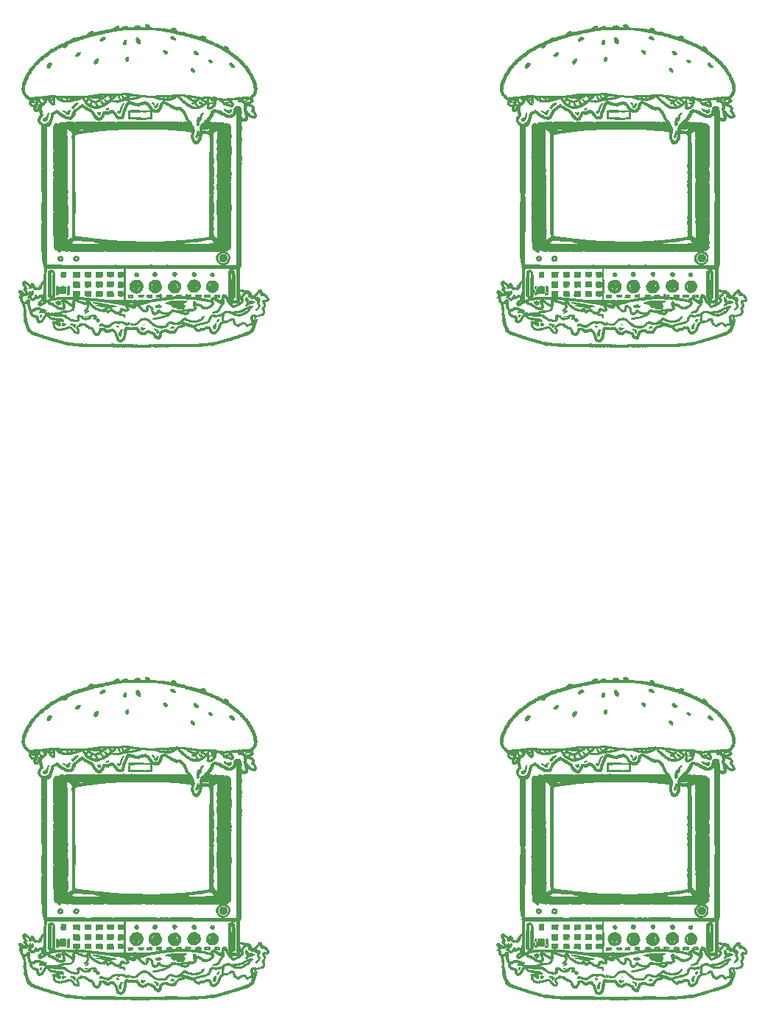
<source format=gbr>
%TF.GenerationSoftware,KiCad,Pcbnew,(5.1.5)-2*%
%TF.CreationDate,2020-11-02T10:43:00+13:00*%
%TF.ProjectId,output.RGB-to-component-panel,6f757470-7574-42e5-9247-422d746f2d63,rev?*%
%TF.SameCoordinates,Original*%
%TF.FileFunction,Legend,Bot*%
%TF.FilePolarity,Positive*%
%FSLAX46Y46*%
G04 Gerber Fmt 4.6, Leading zero omitted, Abs format (unit mm)*
G04 Created by KiCad (PCBNEW (5.1.5)-2) date 2020-11-02 10:43:00*
%MOMM*%
%LPD*%
G04 APERTURE LIST*
%ADD10C,0.010000*%
G04 APERTURE END LIST*
D10*
G36*
X121671203Y-174564619D02*
G01*
X121537503Y-174615415D01*
X121423445Y-174711369D01*
X121360319Y-174805431D01*
X121323806Y-174932315D01*
X121330509Y-175072465D01*
X121375613Y-175209496D01*
X121454301Y-175327027D01*
X121532966Y-175392834D01*
X121635047Y-175436407D01*
X121754953Y-175460284D01*
X121865242Y-175459995D01*
X121899223Y-175452524D01*
X122035246Y-175383805D01*
X122136155Y-175280993D01*
X122199190Y-175155113D01*
X122221589Y-175017188D01*
X122200590Y-174878242D01*
X122133433Y-174749298D01*
X122088163Y-174698196D01*
X121956732Y-174604506D01*
X121814346Y-174560482D01*
X121671203Y-174564619D01*
G37*
X121671203Y-174564619D02*
X121537503Y-174615415D01*
X121423445Y-174711369D01*
X121360319Y-174805431D01*
X121323806Y-174932315D01*
X121330509Y-175072465D01*
X121375613Y-175209496D01*
X121454301Y-175327027D01*
X121532966Y-175392834D01*
X121635047Y-175436407D01*
X121754953Y-175460284D01*
X121865242Y-175459995D01*
X121899223Y-175452524D01*
X122035246Y-175383805D01*
X122136155Y-175280993D01*
X122199190Y-175155113D01*
X122221589Y-175017188D01*
X122200590Y-174878242D01*
X122133433Y-174749298D01*
X122088163Y-174698196D01*
X121956732Y-174604506D01*
X121814346Y-174560482D01*
X121671203Y-174564619D01*
G36*
X115790041Y-149529356D02*
G01*
X115732618Y-149577228D01*
X115708950Y-149659468D01*
X115709976Y-149689749D01*
X115720370Y-149744169D01*
X115747033Y-149781702D01*
X115803438Y-149815154D01*
X115873778Y-149845437D01*
X116004566Y-149898177D01*
X116094044Y-149930762D01*
X116152898Y-149945002D01*
X116191813Y-149942707D01*
X116221476Y-149925688D01*
X116240830Y-149907614D01*
X116289741Y-149837290D01*
X116283398Y-149776304D01*
X116221232Y-149720595D01*
X116213988Y-149716335D01*
X116153277Y-149670617D01*
X116119504Y-149624874D01*
X116118829Y-149622604D01*
X116084919Y-149584341D01*
X116025564Y-149560444D01*
X115936261Y-149541345D01*
X115871177Y-149526049D01*
X115790041Y-149529356D01*
G37*
X115790041Y-149529356D02*
X115732618Y-149577228D01*
X115708950Y-149659468D01*
X115709976Y-149689749D01*
X115720370Y-149744169D01*
X115747033Y-149781702D01*
X115803438Y-149815154D01*
X115873778Y-149845437D01*
X116004566Y-149898177D01*
X116094044Y-149930762D01*
X116152898Y-149945002D01*
X116191813Y-149942707D01*
X116221476Y-149925688D01*
X116240830Y-149907614D01*
X116289741Y-149837290D01*
X116283398Y-149776304D01*
X116221232Y-149720595D01*
X116213988Y-149716335D01*
X116153277Y-149670617D01*
X116119504Y-149624874D01*
X116118829Y-149622604D01*
X116084919Y-149584341D01*
X116025564Y-149560444D01*
X115936261Y-149541345D01*
X115871177Y-149526049D01*
X115790041Y-149529356D01*
G36*
X107975587Y-149611374D02*
G01*
X107868529Y-149651878D01*
X107761932Y-149714172D01*
X107674952Y-149788215D01*
X107649038Y-149820171D01*
X107595422Y-149909099D01*
X107579860Y-149976202D01*
X107600305Y-150039380D01*
X107620379Y-150070831D01*
X107683312Y-150124249D01*
X107751741Y-150124217D01*
X107813668Y-150070948D01*
X107816080Y-150067348D01*
X107871500Y-150015739D01*
X107952115Y-149973903D01*
X107967669Y-149968721D01*
X108061708Y-149927633D01*
X108146311Y-149870803D01*
X108152913Y-149864907D01*
X108229948Y-149793513D01*
X108176934Y-149702478D01*
X108126416Y-149639726D01*
X108071554Y-149604414D01*
X108063949Y-149602701D01*
X107975587Y-149611374D01*
G37*
X107975587Y-149611374D02*
X107868529Y-149651878D01*
X107761932Y-149714172D01*
X107674952Y-149788215D01*
X107649038Y-149820171D01*
X107595422Y-149909099D01*
X107579860Y-149976202D01*
X107600305Y-150039380D01*
X107620379Y-150070831D01*
X107683312Y-150124249D01*
X107751741Y-150124217D01*
X107813668Y-150070948D01*
X107816080Y-150067348D01*
X107871500Y-150015739D01*
X107952115Y-149973903D01*
X107967669Y-149968721D01*
X108061708Y-149927633D01*
X108146311Y-149870803D01*
X108152913Y-149864907D01*
X108229948Y-149793513D01*
X108176934Y-149702478D01*
X108126416Y-149639726D01*
X108071554Y-149604414D01*
X108063949Y-149602701D01*
X107975587Y-149611374D01*
G36*
X111804523Y-149674712D02*
G01*
X111762690Y-149736934D01*
X111739975Y-149828496D01*
X111733760Y-149895957D01*
X111732591Y-149989271D01*
X111739712Y-150060977D01*
X111748960Y-150087749D01*
X111774097Y-150138133D01*
X111791540Y-150193974D01*
X111826879Y-150256854D01*
X111906727Y-150317958D01*
X111950134Y-150342141D01*
X112046133Y-150389961D01*
X112105914Y-150410646D01*
X112141980Y-150405560D01*
X112166834Y-150376070D01*
X112172067Y-150366388D01*
X112191561Y-150309122D01*
X112210628Y-150222797D01*
X112216858Y-150184704D01*
X112218001Y-150078356D01*
X112185652Y-149975955D01*
X112114713Y-149867540D01*
X112000088Y-149743147D01*
X111981825Y-149725392D01*
X111865672Y-149613562D01*
X111804523Y-149674712D01*
G37*
X111804523Y-149674712D02*
X111762690Y-149736934D01*
X111739975Y-149828496D01*
X111733760Y-149895957D01*
X111732591Y-149989271D01*
X111739712Y-150060977D01*
X111748960Y-150087749D01*
X111774097Y-150138133D01*
X111791540Y-150193974D01*
X111826879Y-150256854D01*
X111906727Y-150317958D01*
X111950134Y-150342141D01*
X112046133Y-150389961D01*
X112105914Y-150410646D01*
X112141980Y-150405560D01*
X112166834Y-150376070D01*
X112172067Y-150366388D01*
X112191561Y-150309122D01*
X112210628Y-150222797D01*
X112216858Y-150184704D01*
X112218001Y-150078356D01*
X112185652Y-149975955D01*
X112114713Y-149867540D01*
X112000088Y-149743147D01*
X111981825Y-149725392D01*
X111865672Y-149613562D01*
X111804523Y-149674712D01*
G36*
X110455929Y-149946403D02*
G01*
X110409009Y-149967350D01*
X110352163Y-150037213D01*
X110300520Y-150137358D01*
X110265700Y-150241988D01*
X110257556Y-150303619D01*
X110274327Y-150415354D01*
X110322914Y-150480950D01*
X110400732Y-150498776D01*
X110505195Y-150467198D01*
X110511556Y-150464049D01*
X110556986Y-150428884D01*
X110588459Y-150368592D01*
X110613991Y-150267690D01*
X110614488Y-150265188D01*
X110633688Y-150119135D01*
X110623369Y-150018417D01*
X110582664Y-149959737D01*
X110529152Y-149941016D01*
X110455929Y-149946403D01*
G37*
X110455929Y-149946403D02*
X110409009Y-149967350D01*
X110352163Y-150037213D01*
X110300520Y-150137358D01*
X110265700Y-150241988D01*
X110257556Y-150303619D01*
X110274327Y-150415354D01*
X110322914Y-150480950D01*
X110400732Y-150498776D01*
X110505195Y-150467198D01*
X110511556Y-150464049D01*
X110556986Y-150428884D01*
X110588459Y-150368592D01*
X110613991Y-150267690D01*
X110614488Y-150265188D01*
X110633688Y-150119135D01*
X110623369Y-150018417D01*
X110582664Y-149959737D01*
X110529152Y-149941016D01*
X110455929Y-149946403D01*
G36*
X114930092Y-151112822D02*
G01*
X114874296Y-151161414D01*
X114857778Y-151210717D01*
X114878886Y-151294554D01*
X114933506Y-151387304D01*
X115008579Y-151474276D01*
X115091051Y-151540777D01*
X115167863Y-151572115D01*
X115179635Y-151572888D01*
X115233147Y-151554115D01*
X115276037Y-151521519D01*
X115313128Y-151456663D01*
X115315360Y-151366962D01*
X115299038Y-151297922D01*
X115260240Y-151243578D01*
X115185341Y-151185695D01*
X115174485Y-151178443D01*
X115095502Y-151130633D01*
X115031291Y-151099667D01*
X115006307Y-151093111D01*
X114930092Y-151112822D01*
G37*
X114930092Y-151112822D02*
X114874296Y-151161414D01*
X114857778Y-151210717D01*
X114878886Y-151294554D01*
X114933506Y-151387304D01*
X115008579Y-151474276D01*
X115091051Y-151540777D01*
X115167863Y-151572115D01*
X115179635Y-151572888D01*
X115233147Y-151554115D01*
X115276037Y-151521519D01*
X115313128Y-151456663D01*
X115315360Y-151366962D01*
X115299038Y-151297922D01*
X115260240Y-151243578D01*
X115185341Y-151185695D01*
X115174485Y-151178443D01*
X115095502Y-151130633D01*
X115031291Y-151099667D01*
X115006307Y-151093111D01*
X114930092Y-151112822D01*
G36*
X118447154Y-151207864D02*
G01*
X118385093Y-151259968D01*
X118366245Y-151328199D01*
X118389825Y-151421300D01*
X118421894Y-151488745D01*
X118467714Y-151566078D01*
X118512586Y-151606840D01*
X118577275Y-151626563D01*
X118613501Y-151632059D01*
X118701207Y-151646956D01*
X118770269Y-151663949D01*
X118784795Y-151669233D01*
X118836469Y-151665805D01*
X118876517Y-151624949D01*
X118911018Y-151553941D01*
X118921778Y-151498977D01*
X118898597Y-151439442D01*
X118837289Y-151366419D01*
X118750212Y-151291672D01*
X118649722Y-151226961D01*
X118620255Y-151211952D01*
X118550379Y-151183602D01*
X118500564Y-151183371D01*
X118447154Y-151207864D01*
G37*
X118447154Y-151207864D02*
X118385093Y-151259968D01*
X118366245Y-151328199D01*
X118389825Y-151421300D01*
X118421894Y-151488745D01*
X118467714Y-151566078D01*
X118512586Y-151606840D01*
X118577275Y-151626563D01*
X118613501Y-151632059D01*
X118701207Y-151646956D01*
X118770269Y-151663949D01*
X118784795Y-151669233D01*
X118836469Y-151665805D01*
X118876517Y-151624949D01*
X118911018Y-151553941D01*
X118921778Y-151498977D01*
X118898597Y-151439442D01*
X118837289Y-151366419D01*
X118750212Y-151291672D01*
X118649722Y-151226961D01*
X118620255Y-151211952D01*
X118550379Y-151183602D01*
X118500564Y-151183371D01*
X118447154Y-151207864D01*
G36*
X105177367Y-151375434D02*
G01*
X105105519Y-151399414D01*
X105068404Y-151403555D01*
X105017374Y-151423650D01*
X104946013Y-151475265D01*
X104867762Y-151545400D01*
X104796064Y-151621052D01*
X104744360Y-151689219D01*
X104726000Y-151734745D01*
X104743238Y-151797787D01*
X104759867Y-151821244D01*
X104818514Y-151846462D01*
X104909437Y-151850804D01*
X105012738Y-151834931D01*
X105085834Y-151810394D01*
X105154071Y-151767126D01*
X105177257Y-151711032D01*
X105177556Y-151701709D01*
X105199549Y-151637014D01*
X105235617Y-151614709D01*
X105291948Y-151571751D01*
X105328616Y-151500352D01*
X105332348Y-151427938D01*
X105329804Y-151420093D01*
X105284892Y-151370398D01*
X105216060Y-151361682D01*
X105177367Y-151375434D01*
G37*
X105177367Y-151375434D02*
X105105519Y-151399414D01*
X105068404Y-151403555D01*
X105017374Y-151423650D01*
X104946013Y-151475265D01*
X104867762Y-151545400D01*
X104796064Y-151621052D01*
X104744360Y-151689219D01*
X104726000Y-151734745D01*
X104743238Y-151797787D01*
X104759867Y-151821244D01*
X104818514Y-151846462D01*
X104909437Y-151850804D01*
X105012738Y-151834931D01*
X105085834Y-151810394D01*
X105154071Y-151767126D01*
X105177257Y-151711032D01*
X105177556Y-151701709D01*
X105199549Y-151637014D01*
X105235617Y-151614709D01*
X105291948Y-151571751D01*
X105328616Y-151500352D01*
X105332348Y-151427938D01*
X105329804Y-151420093D01*
X105284892Y-151370398D01*
X105216060Y-151361682D01*
X105177367Y-151375434D01*
G36*
X110717380Y-151929067D02*
G01*
X110646069Y-151969281D01*
X110628337Y-151983167D01*
X110574770Y-152035339D01*
X110548484Y-152089062D01*
X110540167Y-152167630D01*
X110539778Y-152204753D01*
X110550487Y-152324137D01*
X110585053Y-152393951D01*
X110647135Y-152417333D01*
X110740392Y-152397418D01*
X110757020Y-152391001D01*
X110810418Y-152344805D01*
X110846628Y-152266131D01*
X110865057Y-152170194D01*
X110865109Y-152072212D01*
X110846188Y-151987400D01*
X110807700Y-151930974D01*
X110775557Y-151917158D01*
X110717380Y-151929067D01*
G37*
X110717380Y-151929067D02*
X110646069Y-151969281D01*
X110628337Y-151983167D01*
X110574770Y-152035339D01*
X110548484Y-152089062D01*
X110540167Y-152167630D01*
X110539778Y-152204753D01*
X110550487Y-152324137D01*
X110585053Y-152393951D01*
X110647135Y-152417333D01*
X110740392Y-152397418D01*
X110757020Y-152391001D01*
X110810418Y-152344805D01*
X110846628Y-152266131D01*
X110865057Y-152170194D01*
X110865109Y-152072212D01*
X110846188Y-151987400D01*
X110807700Y-151930974D01*
X110775557Y-151917158D01*
X110717380Y-151929067D01*
G36*
X120142806Y-152212581D02*
G01*
X120101589Y-152243201D01*
X120061426Y-152313055D01*
X120077491Y-152385749D01*
X120149656Y-152460940D01*
X120193455Y-152491169D01*
X120310167Y-152548527D01*
X120400383Y-152556767D01*
X120463539Y-152515898D01*
X120480779Y-152486504D01*
X120497005Y-152439852D01*
X120488882Y-152402331D01*
X120448766Y-152357366D01*
X120402563Y-152316847D01*
X120295379Y-152236987D01*
X120211259Y-152202835D01*
X120142806Y-152212581D01*
G37*
X120142806Y-152212581D02*
X120101589Y-152243201D01*
X120061426Y-152313055D01*
X120077491Y-152385749D01*
X120149656Y-152460940D01*
X120193455Y-152491169D01*
X120310167Y-152548527D01*
X120400383Y-152556767D01*
X120463539Y-152515898D01*
X120480779Y-152486504D01*
X120497005Y-152439852D01*
X120488882Y-152402331D01*
X120448766Y-152357366D01*
X120402563Y-152316847D01*
X120295379Y-152236987D01*
X120211259Y-152202835D01*
X120142806Y-152212581D01*
G36*
X107244264Y-152117353D02*
G01*
X107180838Y-152155137D01*
X107134097Y-152165555D01*
X107058730Y-152193579D01*
X106988725Y-152277275D01*
X106942521Y-152370293D01*
X106903614Y-152502661D01*
X106907506Y-152607496D01*
X106953907Y-152680083D01*
X106961836Y-152686066D01*
X107018329Y-152719515D01*
X107066449Y-152724380D01*
X107124922Y-152698055D01*
X107189447Y-152654422D01*
X107258381Y-152592567D01*
X107305055Y-152527200D01*
X107312948Y-152506256D01*
X107334543Y-152439897D01*
X107353425Y-152403919D01*
X107369638Y-152358882D01*
X107382232Y-152282054D01*
X107384811Y-152252624D01*
X107378641Y-152154673D01*
X107348137Y-152097185D01*
X107298839Y-152085490D01*
X107244264Y-152117353D01*
G37*
X107244264Y-152117353D02*
X107180838Y-152155137D01*
X107134097Y-152165555D01*
X107058730Y-152193579D01*
X106988725Y-152277275D01*
X106942521Y-152370293D01*
X106903614Y-152502661D01*
X106907506Y-152607496D01*
X106953907Y-152680083D01*
X106961836Y-152686066D01*
X107018329Y-152719515D01*
X107066449Y-152724380D01*
X107124922Y-152698055D01*
X107189447Y-152654422D01*
X107258381Y-152592567D01*
X107305055Y-152527200D01*
X107312948Y-152506256D01*
X107334543Y-152439897D01*
X107353425Y-152403919D01*
X107369638Y-152358882D01*
X107382232Y-152282054D01*
X107384811Y-152252624D01*
X107378641Y-152154673D01*
X107348137Y-152097185D01*
X107298839Y-152085490D01*
X107244264Y-152117353D01*
G36*
X122592689Y-152576328D02*
G01*
X122540502Y-152604600D01*
X122487511Y-152670918D01*
X122479067Y-152755942D01*
X122511024Y-152849835D01*
X122579232Y-152942759D01*
X122679544Y-153024879D01*
X122729823Y-153053564D01*
X122808083Y-153092019D01*
X122862723Y-153116603D01*
X122879007Y-153121772D01*
X122909208Y-153114162D01*
X122970729Y-153100514D01*
X122971323Y-153100387D01*
X123033834Y-153073604D01*
X123064713Y-153035253D01*
X123053216Y-152972982D01*
X123007689Y-152888480D01*
X122938773Y-152794022D01*
X122857108Y-152701883D01*
X122773335Y-152624338D01*
X122698095Y-152573660D01*
X122653310Y-152560666D01*
X122592689Y-152576328D01*
G37*
X122592689Y-152576328D02*
X122540502Y-152604600D01*
X122487511Y-152670918D01*
X122479067Y-152755942D01*
X122511024Y-152849835D01*
X122579232Y-152942759D01*
X122679544Y-153024879D01*
X122729823Y-153053564D01*
X122808083Y-153092019D01*
X122862723Y-153116603D01*
X122879007Y-153121772D01*
X122909208Y-153114162D01*
X122970729Y-153100514D01*
X122971323Y-153100387D01*
X123033834Y-153073604D01*
X123064713Y-153035253D01*
X123053216Y-152972982D01*
X123007689Y-152888480D01*
X122938773Y-152794022D01*
X122857108Y-152701883D01*
X122773335Y-152624338D01*
X122698095Y-152573660D01*
X122653310Y-152560666D01*
X122592689Y-152576328D01*
G36*
X101789381Y-152551179D02*
G01*
X101705801Y-152597030D01*
X101619032Y-152680411D01*
X101566562Y-152750177D01*
X101514618Y-152835130D01*
X101491346Y-152900344D01*
X101490145Y-152970145D01*
X101495439Y-153012222D01*
X101509413Y-153093266D01*
X101522792Y-153149363D01*
X101527192Y-153160388D01*
X101569447Y-153179668D01*
X101644728Y-153171751D01*
X101737921Y-153138910D01*
X101767707Y-153124223D01*
X101838233Y-153075676D01*
X101884564Y-153023134D01*
X101890141Y-153010727D01*
X101920045Y-152953416D01*
X101972503Y-152880546D01*
X101993108Y-152856000D01*
X102050248Y-152768529D01*
X102057905Y-152696593D01*
X102016570Y-152645582D01*
X101972453Y-152628228D01*
X101920542Y-152607513D01*
X101903778Y-152588848D01*
X101881321Y-152560959D01*
X101859657Y-152549774D01*
X101789381Y-152551179D01*
G37*
X101789381Y-152551179D02*
X101705801Y-152597030D01*
X101619032Y-152680411D01*
X101566562Y-152750177D01*
X101514618Y-152835130D01*
X101491346Y-152900344D01*
X101490145Y-152970145D01*
X101495439Y-153012222D01*
X101509413Y-153093266D01*
X101522792Y-153149363D01*
X101527192Y-153160388D01*
X101569447Y-153179668D01*
X101644728Y-153171751D01*
X101737921Y-153138910D01*
X101767707Y-153124223D01*
X101838233Y-153075676D01*
X101884564Y-153023134D01*
X101890141Y-153010727D01*
X101920045Y-152953416D01*
X101972503Y-152880546D01*
X101993108Y-152856000D01*
X102050248Y-152768529D01*
X102057905Y-152696593D01*
X102016570Y-152645582D01*
X101972453Y-152628228D01*
X101920542Y-152607513D01*
X101903778Y-152588848D01*
X101881321Y-152560959D01*
X101859657Y-152549774D01*
X101789381Y-152551179D01*
G36*
X118091111Y-153164569D02*
G01*
X118055006Y-153215315D01*
X118032867Y-153309401D01*
X118027117Y-153377471D01*
X118039957Y-153429974D01*
X118079682Y-153486889D01*
X118129186Y-153541388D01*
X118226166Y-153624966D01*
X118312463Y-153661113D01*
X118382847Y-153648243D01*
X118408054Y-153625897D01*
X118436655Y-153572935D01*
X118457269Y-153511546D01*
X118462979Y-153465615D01*
X118448868Y-153422994D01*
X118407184Y-153370622D01*
X118330173Y-153295437D01*
X118327546Y-153292982D01*
X118222607Y-153203669D01*
X118145387Y-153160776D01*
X118091111Y-153164569D01*
G37*
X118091111Y-153164569D02*
X118055006Y-153215315D01*
X118032867Y-153309401D01*
X118027117Y-153377471D01*
X118039957Y-153429974D01*
X118079682Y-153486889D01*
X118129186Y-153541388D01*
X118226166Y-153624966D01*
X118312463Y-153661113D01*
X118382847Y-153648243D01*
X118408054Y-153625897D01*
X118436655Y-153572935D01*
X118457269Y-153511546D01*
X118462979Y-153465615D01*
X118448868Y-153422994D01*
X118407184Y-153370622D01*
X118330173Y-153295437D01*
X118327546Y-153292982D01*
X118222607Y-153203669D01*
X118145387Y-153160776D01*
X118091111Y-153164569D01*
G36*
X113631548Y-157114099D02*
G01*
X113593036Y-157152885D01*
X113596801Y-157215177D01*
X113641029Y-157289237D01*
X113662182Y-157312262D01*
X113739359Y-157372859D01*
X113798061Y-157383032D01*
X113827823Y-157358191D01*
X113833120Y-157302677D01*
X113803689Y-157234214D01*
X113752502Y-157168934D01*
X113692530Y-157122968D01*
X113636745Y-157112448D01*
X113631548Y-157114099D01*
G37*
X113631548Y-157114099D02*
X113593036Y-157152885D01*
X113596801Y-157215177D01*
X113641029Y-157289237D01*
X113662182Y-157312262D01*
X113739359Y-157372859D01*
X113798061Y-157383032D01*
X113827823Y-157358191D01*
X113833120Y-157302677D01*
X113803689Y-157234214D01*
X113752502Y-157168934D01*
X113692530Y-157122968D01*
X113636745Y-157112448D01*
X113631548Y-157114099D01*
G36*
X114183042Y-157239001D02*
G01*
X114170632Y-157259064D01*
X114117813Y-157329256D01*
X114044582Y-157402834D01*
X113967632Y-157465154D01*
X113903656Y-157501569D01*
X113890114Y-157505163D01*
X113819479Y-157537785D01*
X113791255Y-157600750D01*
X113810239Y-157682316D01*
X113814499Y-157690299D01*
X113865837Y-157751490D01*
X113932195Y-157768623D01*
X114022029Y-157742208D01*
X114088715Y-157706845D01*
X114184302Y-157633361D01*
X114223954Y-157560945D01*
X114242372Y-157479375D01*
X114265394Y-157388192D01*
X114265694Y-157387073D01*
X114278451Y-157311073D01*
X114262477Y-157262538D01*
X114247642Y-157245962D01*
X114210270Y-157219363D01*
X114183042Y-157239001D01*
G37*
X114183042Y-157239001D02*
X114170632Y-157259064D01*
X114117813Y-157329256D01*
X114044582Y-157402834D01*
X113967632Y-157465154D01*
X113903656Y-157501569D01*
X113890114Y-157505163D01*
X113819479Y-157537785D01*
X113791255Y-157600750D01*
X113810239Y-157682316D01*
X113814499Y-157690299D01*
X113865837Y-157751490D01*
X113932195Y-157768623D01*
X114022029Y-157742208D01*
X114088715Y-157706845D01*
X114184302Y-157633361D01*
X114223954Y-157560945D01*
X114242372Y-157479375D01*
X114265394Y-157388192D01*
X114265694Y-157387073D01*
X114278451Y-157311073D01*
X114262477Y-157262538D01*
X114247642Y-157245962D01*
X114210270Y-157219363D01*
X114183042Y-157239001D01*
G36*
X104962370Y-157173823D02*
G01*
X104872582Y-157209369D01*
X104765479Y-157271709D01*
X104652476Y-157354398D01*
X104567451Y-157429000D01*
X104483668Y-157506837D01*
X104406802Y-157574617D01*
X104354085Y-157617210D01*
X104311079Y-157653872D01*
X104306125Y-157689519D01*
X104331833Y-157744210D01*
X104391265Y-157813516D01*
X104464938Y-157828220D01*
X104552891Y-157788325D01*
X104582235Y-157765569D01*
X104656467Y-157687803D01*
X104718928Y-157597844D01*
X104724335Y-157587727D01*
X104808386Y-157468345D01*
X104925868Y-157359779D01*
X104996110Y-157313086D01*
X105045954Y-157265856D01*
X105058678Y-157213615D01*
X105030724Y-157174801D01*
X105023433Y-157171516D01*
X104962370Y-157173823D01*
G37*
X104962370Y-157173823D02*
X104872582Y-157209369D01*
X104765479Y-157271709D01*
X104652476Y-157354398D01*
X104567451Y-157429000D01*
X104483668Y-157506837D01*
X104406802Y-157574617D01*
X104354085Y-157617210D01*
X104311079Y-157653872D01*
X104306125Y-157689519D01*
X104331833Y-157744210D01*
X104391265Y-157813516D01*
X104464938Y-157828220D01*
X104552891Y-157788325D01*
X104582235Y-157765569D01*
X104656467Y-157687803D01*
X104718928Y-157597844D01*
X104724335Y-157587727D01*
X104808386Y-157468345D01*
X104925868Y-157359779D01*
X104996110Y-157313086D01*
X105045954Y-157265856D01*
X105058678Y-157213615D01*
X105030724Y-157174801D01*
X105023433Y-157171516D01*
X104962370Y-157173823D01*
G36*
X108482047Y-157743586D02*
G01*
X108469350Y-157767666D01*
X108430771Y-157803746D01*
X108401420Y-157810000D01*
X108328928Y-157834412D01*
X108286573Y-157896016D01*
X108282000Y-157928533D01*
X108303910Y-157968097D01*
X108361879Y-157977115D01*
X108444272Y-157955219D01*
X108486612Y-157934968D01*
X108546928Y-157883915D01*
X108564222Y-157809892D01*
X108564223Y-157809098D01*
X108550070Y-157747749D01*
X108517656Y-157723719D01*
X108482047Y-157743586D01*
G37*
X108482047Y-157743586D02*
X108469350Y-157767666D01*
X108430771Y-157803746D01*
X108401420Y-157810000D01*
X108328928Y-157834412D01*
X108286573Y-157896016D01*
X108282000Y-157928533D01*
X108303910Y-157968097D01*
X108361879Y-157977115D01*
X108444272Y-157955219D01*
X108486612Y-157934968D01*
X108546928Y-157883915D01*
X108564222Y-157809892D01*
X108564223Y-157809098D01*
X108550070Y-157747749D01*
X108517656Y-157723719D01*
X108482047Y-157743586D01*
G36*
X110267234Y-157260492D02*
G01*
X110196284Y-157309586D01*
X110122931Y-157394047D01*
X110053440Y-157504342D01*
X109994078Y-157630939D01*
X109951111Y-157764306D01*
X109933987Y-157857944D01*
X109919432Y-157955771D01*
X109898322Y-158015453D01*
X109861665Y-158055236D01*
X109824950Y-158079242D01*
X109743533Y-158113350D01*
X109666008Y-158124925D01*
X109660633Y-158124517D01*
X109593683Y-158127667D01*
X109571498Y-158158235D01*
X109593134Y-158220074D01*
X109624822Y-158270952D01*
X109698543Y-158349857D01*
X109773022Y-158374589D01*
X109843962Y-158344641D01*
X109882294Y-158301295D01*
X109935879Y-158232249D01*
X109982389Y-158182134D01*
X110021660Y-158125872D01*
X110031778Y-158086355D01*
X110039714Y-158017462D01*
X110059546Y-157919949D01*
X110085311Y-157818729D01*
X110111047Y-157738718D01*
X110119779Y-157718660D01*
X110141051Y-157660853D01*
X110144667Y-157636657D01*
X110160317Y-157594003D01*
X110198980Y-157530597D01*
X110209216Y-157516330D01*
X110287454Y-157407654D01*
X110333597Y-157334782D01*
X110351292Y-157289831D01*
X110344187Y-157264917D01*
X110329512Y-157256298D01*
X110267234Y-157260492D01*
G37*
X110267234Y-157260492D02*
X110196284Y-157309586D01*
X110122931Y-157394047D01*
X110053440Y-157504342D01*
X109994078Y-157630939D01*
X109951111Y-157764306D01*
X109933987Y-157857944D01*
X109919432Y-157955771D01*
X109898322Y-158015453D01*
X109861665Y-158055236D01*
X109824950Y-158079242D01*
X109743533Y-158113350D01*
X109666008Y-158124925D01*
X109660633Y-158124517D01*
X109593683Y-158127667D01*
X109571498Y-158158235D01*
X109593134Y-158220074D01*
X109624822Y-158270952D01*
X109698543Y-158349857D01*
X109773022Y-158374589D01*
X109843962Y-158344641D01*
X109882294Y-158301295D01*
X109935879Y-158232249D01*
X109982389Y-158182134D01*
X110021660Y-158125872D01*
X110031778Y-158086355D01*
X110039714Y-158017462D01*
X110059546Y-157919949D01*
X110085311Y-157818729D01*
X110111047Y-157738718D01*
X110119779Y-157718660D01*
X110141051Y-157660853D01*
X110144667Y-157636657D01*
X110160317Y-157594003D01*
X110198980Y-157530597D01*
X110209216Y-157516330D01*
X110287454Y-157407654D01*
X110333597Y-157334782D01*
X110351292Y-157289831D01*
X110344187Y-157264917D01*
X110329512Y-157256298D01*
X110267234Y-157260492D01*
G36*
X121835913Y-157861500D02*
G01*
X121828667Y-157890860D01*
X121854893Y-157971462D01*
X121928241Y-158056042D01*
X122040714Y-158136408D01*
X122098636Y-158167396D01*
X122189422Y-158219247D01*
X122263271Y-158274486D01*
X122294623Y-158308291D01*
X122358825Y-158363320D01*
X122445586Y-158366724D01*
X122554019Y-158319142D01*
X122628962Y-158256993D01*
X122686813Y-158181869D01*
X122688800Y-158178136D01*
X122716562Y-158112736D01*
X122713621Y-158061098D01*
X122689445Y-158007555D01*
X122647254Y-157949728D01*
X122603586Y-157923089D01*
X122600361Y-157922888D01*
X122571165Y-157934519D01*
X122565570Y-157978572D01*
X122571089Y-158021666D01*
X122572923Y-158088025D01*
X122557675Y-158120795D01*
X122533288Y-158111284D01*
X122517184Y-158080658D01*
X122472175Y-158039187D01*
X122372995Y-158009090D01*
X122219053Y-157990188D01*
X122216206Y-157989981D01*
X122114028Y-157973980D01*
X122019440Y-157944749D01*
X121947720Y-157908556D01*
X121914148Y-157871670D01*
X121913334Y-157865719D01*
X121890464Y-157841320D01*
X121871000Y-157838222D01*
X121835913Y-157861500D01*
G37*
X121835913Y-157861500D02*
X121828667Y-157890860D01*
X121854893Y-157971462D01*
X121928241Y-158056042D01*
X122040714Y-158136408D01*
X122098636Y-158167396D01*
X122189422Y-158219247D01*
X122263271Y-158274486D01*
X122294623Y-158308291D01*
X122358825Y-158363320D01*
X122445586Y-158366724D01*
X122554019Y-158319142D01*
X122628962Y-158256993D01*
X122686813Y-158181869D01*
X122688800Y-158178136D01*
X122716562Y-158112736D01*
X122713621Y-158061098D01*
X122689445Y-158007555D01*
X122647254Y-157949728D01*
X122603586Y-157923089D01*
X122600361Y-157922888D01*
X122571165Y-157934519D01*
X122565570Y-157978572D01*
X122571089Y-158021666D01*
X122572923Y-158088025D01*
X122557675Y-158120795D01*
X122533288Y-158111284D01*
X122517184Y-158080658D01*
X122472175Y-158039187D01*
X122372995Y-158009090D01*
X122219053Y-157990188D01*
X122216206Y-157989981D01*
X122114028Y-157973980D01*
X122019440Y-157944749D01*
X121947720Y-157908556D01*
X121914148Y-157871670D01*
X121913334Y-157865719D01*
X121890464Y-157841320D01*
X121871000Y-157838222D01*
X121835913Y-157861500D01*
G36*
X104074944Y-158016144D02*
G01*
X103996142Y-158056116D01*
X103918038Y-158109920D01*
X103878971Y-158144687D01*
X103812558Y-158203218D01*
X103758359Y-158225542D01*
X103698196Y-158221414D01*
X103610832Y-158191319D01*
X103534754Y-158148281D01*
X103464355Y-158108908D01*
X103401384Y-158092226D01*
X103400699Y-158092222D01*
X103351964Y-158105737D01*
X103347343Y-158140022D01*
X103383235Y-158185690D01*
X103454495Y-158232565D01*
X103536960Y-158285213D01*
X103631440Y-158360652D01*
X103691273Y-158416583D01*
X103794175Y-158504638D01*
X103880416Y-158541061D01*
X103953966Y-158526759D01*
X104000062Y-158487010D01*
X104037879Y-158418392D01*
X104048667Y-158364793D01*
X104061187Y-158302629D01*
X104093179Y-158215749D01*
X104117863Y-158162665D01*
X104154170Y-158083384D01*
X104173880Y-158024993D01*
X104174629Y-158005875D01*
X104139440Y-157997049D01*
X104074944Y-158016144D01*
G37*
X104074944Y-158016144D02*
X103996142Y-158056116D01*
X103918038Y-158109920D01*
X103878971Y-158144687D01*
X103812558Y-158203218D01*
X103758359Y-158225542D01*
X103698196Y-158221414D01*
X103610832Y-158191319D01*
X103534754Y-158148281D01*
X103464355Y-158108908D01*
X103401384Y-158092226D01*
X103400699Y-158092222D01*
X103351964Y-158105737D01*
X103347343Y-158140022D01*
X103383235Y-158185690D01*
X103454495Y-158232565D01*
X103536960Y-158285213D01*
X103631440Y-158360652D01*
X103691273Y-158416583D01*
X103794175Y-158504638D01*
X103880416Y-158541061D01*
X103953966Y-158526759D01*
X104000062Y-158487010D01*
X104037879Y-158418392D01*
X104048667Y-158364793D01*
X104061187Y-158302629D01*
X104093179Y-158215749D01*
X104117863Y-158162665D01*
X104154170Y-158083384D01*
X104173880Y-158024993D01*
X104174629Y-158005875D01*
X104139440Y-157997049D01*
X104074944Y-158016144D01*
G36*
X107503911Y-158214028D02*
G01*
X107474630Y-158251102D01*
X107472787Y-158257526D01*
X107447448Y-158305519D01*
X107412416Y-158330858D01*
X107384793Y-158325261D01*
X107378889Y-158303003D01*
X107355402Y-158269406D01*
X107322445Y-158261555D01*
X107276650Y-158281172D01*
X107268798Y-158333953D01*
X107299423Y-158410795D01*
X107312463Y-158431664D01*
X107394564Y-158528528D01*
X107474934Y-158569237D01*
X107554401Y-158554025D01*
X107606214Y-158514008D01*
X107646372Y-158453681D01*
X107657189Y-158371237D01*
X107655603Y-158337619D01*
X107645939Y-158261762D01*
X107623808Y-158225340D01*
X107577434Y-158211347D01*
X107567290Y-158210089D01*
X107503911Y-158214028D01*
G37*
X107503911Y-158214028D02*
X107474630Y-158251102D01*
X107472787Y-158257526D01*
X107447448Y-158305519D01*
X107412416Y-158330858D01*
X107384793Y-158325261D01*
X107378889Y-158303003D01*
X107355402Y-158269406D01*
X107322445Y-158261555D01*
X107276650Y-158281172D01*
X107268798Y-158333953D01*
X107299423Y-158410795D01*
X107312463Y-158431664D01*
X107394564Y-158528528D01*
X107474934Y-158569237D01*
X107554401Y-158554025D01*
X107606214Y-158514008D01*
X107646372Y-158453681D01*
X107657189Y-158371237D01*
X107655603Y-158337619D01*
X107645939Y-158261762D01*
X107623808Y-158225340D01*
X107577434Y-158211347D01*
X107567290Y-158210089D01*
X107503911Y-158214028D01*
G36*
X101630624Y-158307703D02*
G01*
X101591334Y-158366328D01*
X101552064Y-158457809D01*
X101518332Y-158570892D01*
X101509976Y-158608027D01*
X101480173Y-158715150D01*
X101439797Y-158782965D01*
X101401298Y-158815649D01*
X101316401Y-158867900D01*
X101227317Y-158916335D01*
X101151082Y-158952286D01*
X101104736Y-158967081D01*
X101103644Y-158967111D01*
X101061571Y-158990996D01*
X101022891Y-159047566D01*
X101002234Y-159114190D01*
X101001565Y-159125014D01*
X101024490Y-159198493D01*
X101086612Y-159249988D01*
X101174140Y-159276967D01*
X101273284Y-159276898D01*
X101370255Y-159247251D01*
X101433094Y-159204235D01*
X101505620Y-159119259D01*
X101547322Y-159033381D01*
X101550639Y-158962566D01*
X101549324Y-158958808D01*
X101550652Y-158911280D01*
X101571193Y-158837341D01*
X101581384Y-158811069D01*
X101613248Y-158716202D01*
X101641853Y-158600484D01*
X101652224Y-158544450D01*
X101667271Y-158450070D01*
X101679570Y-158374804D01*
X101684456Y-158346222D01*
X101676151Y-158302691D01*
X101664412Y-158293183D01*
X101630624Y-158307703D01*
G37*
X101630624Y-158307703D02*
X101591334Y-158366328D01*
X101552064Y-158457809D01*
X101518332Y-158570892D01*
X101509976Y-158608027D01*
X101480173Y-158715150D01*
X101439797Y-158782965D01*
X101401298Y-158815649D01*
X101316401Y-158867900D01*
X101227317Y-158916335D01*
X101151082Y-158952286D01*
X101104736Y-158967081D01*
X101103644Y-158967111D01*
X101061571Y-158990996D01*
X101022891Y-159047566D01*
X101002234Y-159114190D01*
X101001565Y-159125014D01*
X101024490Y-159198493D01*
X101086612Y-159249988D01*
X101174140Y-159276967D01*
X101273284Y-159276898D01*
X101370255Y-159247251D01*
X101433094Y-159204235D01*
X101505620Y-159119259D01*
X101547322Y-159033381D01*
X101550639Y-158962566D01*
X101549324Y-158958808D01*
X101550652Y-158911280D01*
X101571193Y-158837341D01*
X101581384Y-158811069D01*
X101613248Y-158716202D01*
X101641853Y-158600484D01*
X101652224Y-158544450D01*
X101667271Y-158450070D01*
X101679570Y-158374804D01*
X101684456Y-158346222D01*
X101676151Y-158302691D01*
X101664412Y-158293183D01*
X101630624Y-158307703D01*
G36*
X119371285Y-158337055D02*
G01*
X119330961Y-158350079D01*
X119229323Y-158416436D01*
X119154508Y-158531761D01*
X119107760Y-158691944D01*
X119090730Y-158761159D01*
X119060873Y-158790894D01*
X118998605Y-158797707D01*
X118982588Y-158797777D01*
X118881877Y-158812091D01*
X118825627Y-158857605D01*
X118808889Y-158934146D01*
X118794146Y-159003479D01*
X118757920Y-159084699D01*
X118750523Y-159097220D01*
X118716273Y-159185469D01*
X118694788Y-159306889D01*
X118686504Y-159443027D01*
X118691857Y-159575428D01*
X118711283Y-159685636D01*
X118735292Y-159742540D01*
X118797597Y-159801519D01*
X118865359Y-159806021D01*
X118929344Y-159756064D01*
X118939227Y-159742089D01*
X118964187Y-159689977D01*
X118975305Y-159622011D01*
X118974355Y-159522062D01*
X118970276Y-159459867D01*
X118962848Y-159352709D01*
X118962804Y-159289953D01*
X118973251Y-159259719D01*
X118997301Y-159250127D01*
X119025375Y-159249333D01*
X119089973Y-159229318D01*
X119111156Y-159192888D01*
X119133073Y-159147146D01*
X119149855Y-159136444D01*
X119187199Y-159109149D01*
X119220766Y-159030911D01*
X119248701Y-158907195D01*
X119263316Y-158801833D01*
X119278540Y-158688121D01*
X119298294Y-158611498D01*
X119330356Y-158552701D01*
X119382502Y-158492467D01*
X119392326Y-158482334D01*
X119457102Y-158403324D01*
X119474246Y-158350745D01*
X119445169Y-158327640D01*
X119371285Y-158337055D01*
G37*
X119371285Y-158337055D02*
X119330961Y-158350079D01*
X119229323Y-158416436D01*
X119154508Y-158531761D01*
X119107760Y-158691944D01*
X119090730Y-158761159D01*
X119060873Y-158790894D01*
X118998605Y-158797707D01*
X118982588Y-158797777D01*
X118881877Y-158812091D01*
X118825627Y-158857605D01*
X118808889Y-158934146D01*
X118794146Y-159003479D01*
X118757920Y-159084699D01*
X118750523Y-159097220D01*
X118716273Y-159185469D01*
X118694788Y-159306889D01*
X118686504Y-159443027D01*
X118691857Y-159575428D01*
X118711283Y-159685636D01*
X118735292Y-159742540D01*
X118797597Y-159801519D01*
X118865359Y-159806021D01*
X118929344Y-159756064D01*
X118939227Y-159742089D01*
X118964187Y-159689977D01*
X118975305Y-159622011D01*
X118974355Y-159522062D01*
X118970276Y-159459867D01*
X118962848Y-159352709D01*
X118962804Y-159289953D01*
X118973251Y-159259719D01*
X118997301Y-159250127D01*
X119025375Y-159249333D01*
X119089973Y-159229318D01*
X119111156Y-159192888D01*
X119133073Y-159147146D01*
X119149855Y-159136444D01*
X119187199Y-159109149D01*
X119220766Y-159030911D01*
X119248701Y-158907195D01*
X119263316Y-158801833D01*
X119278540Y-158688121D01*
X119298294Y-158611498D01*
X119330356Y-158552701D01*
X119382502Y-158492467D01*
X119392326Y-158482334D01*
X119457102Y-158403324D01*
X119474246Y-158350745D01*
X119445169Y-158327640D01*
X119371285Y-158337055D01*
G36*
X118799568Y-160375301D02*
G01*
X118765501Y-160435312D01*
X118738626Y-160520862D01*
X118724901Y-160616596D01*
X118724223Y-160641224D01*
X118703627Y-160752708D01*
X118650732Y-160859423D01*
X118600423Y-160916422D01*
X118567207Y-160953013D01*
X118562807Y-160997279D01*
X118580612Y-161062093D01*
X118620210Y-161146762D01*
X118668175Y-161176778D01*
X118729709Y-161153844D01*
X118767110Y-161123126D01*
X118831453Y-161030503D01*
X118876412Y-160896508D01*
X118899163Y-160733729D01*
X118896879Y-160554754D01*
X118896262Y-160547825D01*
X118882250Y-160439833D01*
X118862978Y-160379055D01*
X118835506Y-160356310D01*
X118834866Y-160356182D01*
X118799568Y-160375301D01*
G37*
X118799568Y-160375301D02*
X118765501Y-160435312D01*
X118738626Y-160520862D01*
X118724901Y-160616596D01*
X118724223Y-160641224D01*
X118703627Y-160752708D01*
X118650732Y-160859423D01*
X118600423Y-160916422D01*
X118567207Y-160953013D01*
X118562807Y-160997279D01*
X118580612Y-161062093D01*
X118620210Y-161146762D01*
X118668175Y-161176778D01*
X118729709Y-161153844D01*
X118767110Y-161123126D01*
X118831453Y-161030503D01*
X118876412Y-160896508D01*
X118899163Y-160733729D01*
X118896879Y-160554754D01*
X118896262Y-160547825D01*
X118882250Y-160439833D01*
X118862978Y-160379055D01*
X118835506Y-160356310D01*
X118834866Y-160356182D01*
X118799568Y-160375301D01*
G36*
X102936217Y-174804945D02*
G01*
X102838971Y-174847663D01*
X102779400Y-174889819D01*
X102735444Y-174965576D01*
X102722361Y-175070533D01*
X102742035Y-175185456D01*
X102748613Y-175204181D01*
X102805862Y-175281684D01*
X102899439Y-175333837D01*
X103013446Y-175356708D01*
X103131988Y-175346363D01*
X103208017Y-175317853D01*
X103272520Y-175255696D01*
X103319728Y-175155303D01*
X103337387Y-175059623D01*
X103145556Y-175059623D01*
X103128536Y-175134227D01*
X103086791Y-175191632D01*
X103034292Y-175214985D01*
X103018556Y-175212837D01*
X102985687Y-175184312D01*
X102948189Y-175129722D01*
X102922366Y-175072756D01*
X102932406Y-175032448D01*
X102966038Y-174994974D01*
X103036211Y-174950777D01*
X103097518Y-174955897D01*
X103137276Y-175005766D01*
X103145556Y-175059623D01*
X103337387Y-175059623D01*
X103342111Y-175034031D01*
X103342954Y-175006897D01*
X103320184Y-174947483D01*
X103262342Y-174879827D01*
X103185519Y-174819525D01*
X103113446Y-174784432D01*
X103035564Y-174781390D01*
X102936217Y-174804945D01*
G37*
X102936217Y-174804945D02*
X102838971Y-174847663D01*
X102779400Y-174889819D01*
X102735444Y-174965576D01*
X102722361Y-175070533D01*
X102742035Y-175185456D01*
X102748613Y-175204181D01*
X102805862Y-175281684D01*
X102899439Y-175333837D01*
X103013446Y-175356708D01*
X103131988Y-175346363D01*
X103208017Y-175317853D01*
X103272520Y-175255696D01*
X103319728Y-175155303D01*
X103337387Y-175059623D01*
X103145556Y-175059623D01*
X103128536Y-175134227D01*
X103086791Y-175191632D01*
X103034292Y-175214985D01*
X103018556Y-175212837D01*
X102985687Y-175184312D01*
X102948189Y-175129722D01*
X102922366Y-175072756D01*
X102932406Y-175032448D01*
X102966038Y-174994974D01*
X103036211Y-174950777D01*
X103097518Y-174955897D01*
X103137276Y-175005766D01*
X103145556Y-175059623D01*
X103337387Y-175059623D01*
X103342111Y-175034031D01*
X103342954Y-175006897D01*
X103320184Y-174947483D01*
X103262342Y-174879827D01*
X103185519Y-174819525D01*
X103113446Y-174784432D01*
X103035564Y-174781390D01*
X102936217Y-174804945D01*
G36*
X104718934Y-174780960D02*
G01*
X104626605Y-174845312D01*
X104561984Y-174950735D01*
X104531375Y-175092334D01*
X104529801Y-175130199D01*
X104533109Y-175203764D01*
X104553753Y-175251153D01*
X104604611Y-175292630D01*
X104650869Y-175320699D01*
X104788529Y-175379158D01*
X104913462Y-175388018D01*
X105019598Y-175347150D01*
X105042713Y-175328944D01*
X105126388Y-175234626D01*
X105161621Y-175136130D01*
X105160638Y-175105738D01*
X104977982Y-175105738D01*
X104956416Y-175176507D01*
X104946134Y-175189244D01*
X104879835Y-175220645D01*
X104803858Y-175211079D01*
X104745729Y-175166122D01*
X104717392Y-175086225D01*
X104731440Y-175006672D01*
X104782732Y-174948192D01*
X104802085Y-174938786D01*
X104860732Y-174917920D01*
X104892801Y-174919230D01*
X104925033Y-174946366D01*
X104935651Y-174957015D01*
X104970633Y-175023112D01*
X104977982Y-175105738D01*
X105160638Y-175105738D01*
X105158398Y-175036578D01*
X105135483Y-174939401D01*
X105093763Y-174873860D01*
X105018910Y-174822380D01*
X104961495Y-174795047D01*
X104832666Y-174762573D01*
X104718934Y-174780960D01*
G37*
X104718934Y-174780960D02*
X104626605Y-174845312D01*
X104561984Y-174950735D01*
X104531375Y-175092334D01*
X104529801Y-175130199D01*
X104533109Y-175203764D01*
X104553753Y-175251153D01*
X104604611Y-175292630D01*
X104650869Y-175320699D01*
X104788529Y-175379158D01*
X104913462Y-175388018D01*
X105019598Y-175347150D01*
X105042713Y-175328944D01*
X105126388Y-175234626D01*
X105161621Y-175136130D01*
X105160638Y-175105738D01*
X104977982Y-175105738D01*
X104956416Y-175176507D01*
X104946134Y-175189244D01*
X104879835Y-175220645D01*
X104803858Y-175211079D01*
X104745729Y-175166122D01*
X104717392Y-175086225D01*
X104731440Y-175006672D01*
X104782732Y-174948192D01*
X104802085Y-174938786D01*
X104860732Y-174917920D01*
X104892801Y-174919230D01*
X104925033Y-174946366D01*
X104935651Y-174957015D01*
X104970633Y-175023112D01*
X104977982Y-175105738D01*
X105160638Y-175105738D01*
X105158398Y-175036578D01*
X105135483Y-174939401D01*
X105093763Y-174873860D01*
X105018910Y-174822380D01*
X104961495Y-174795047D01*
X104832666Y-174762573D01*
X104718934Y-174780960D01*
G36*
X121662151Y-174251973D02*
G01*
X121560476Y-174266665D01*
X121476928Y-174286988D01*
X121447667Y-174298742D01*
X121326147Y-174379336D01*
X121199018Y-174495127D01*
X121083374Y-174629636D01*
X121039291Y-174692411D01*
X120980650Y-174788120D01*
X120951692Y-174853302D01*
X120947430Y-174901968D01*
X120954866Y-174929639D01*
X120965769Y-175014882D01*
X120956041Y-175061938D01*
X120948781Y-175153899D01*
X120982513Y-175268724D01*
X121052586Y-175396071D01*
X121154347Y-175525599D01*
X121174098Y-175546712D01*
X121249948Y-175621445D01*
X121313992Y-175676689D01*
X121354207Y-175702233D01*
X121357961Y-175702888D01*
X121402724Y-175715428D01*
X121473028Y-175746746D01*
X121497372Y-175759333D01*
X121563910Y-175792001D01*
X121621344Y-175808067D01*
X121684712Y-175806985D01*
X121769050Y-175788211D01*
X121889395Y-175751200D01*
X121910479Y-175744368D01*
X122106498Y-175665486D01*
X122266575Y-175569857D01*
X122385393Y-175462143D01*
X122457640Y-175347004D01*
X122478468Y-175246160D01*
X122485587Y-175157155D01*
X122502388Y-175053347D01*
X122507644Y-175029001D01*
X122509242Y-175011899D01*
X122385127Y-175011899D01*
X122372211Y-175096083D01*
X122312794Y-175279388D01*
X122218215Y-175421256D01*
X122084408Y-175527358D01*
X122049198Y-175546516D01*
X121958031Y-175588584D01*
X121881119Y-175609185D01*
X121792647Y-175612978D01*
X121708426Y-175608003D01*
X121581224Y-175591801D01*
X121486304Y-175561703D01*
X121405049Y-175514006D01*
X121283416Y-175396084D01*
X121201570Y-175248943D01*
X121160998Y-175084762D01*
X121163185Y-174915721D01*
X121209617Y-174754001D01*
X121295834Y-174618504D01*
X121434046Y-174497341D01*
X121591566Y-174422146D01*
X121758481Y-174393196D01*
X121924877Y-174410767D01*
X122080840Y-174475134D01*
X122216457Y-174586574D01*
X122221921Y-174592699D01*
X122324508Y-174732247D01*
X122377567Y-174867480D01*
X122385127Y-175011899D01*
X122509242Y-175011899D01*
X122516617Y-174933001D01*
X122507492Y-174823817D01*
X122484151Y-174718319D01*
X122450478Y-174633374D01*
X122410356Y-174585852D01*
X122405065Y-174583377D01*
X122365616Y-174551945D01*
X122311499Y-174489588D01*
X122279639Y-174446152D01*
X122189391Y-174351035D01*
X122074802Y-174299887D01*
X121949019Y-174286966D01*
X121910448Y-174271005D01*
X121892891Y-174258300D01*
X121846664Y-174246127D01*
X121763649Y-174244573D01*
X121662151Y-174251973D01*
G37*
X121662151Y-174251973D02*
X121560476Y-174266665D01*
X121476928Y-174286988D01*
X121447667Y-174298742D01*
X121326147Y-174379336D01*
X121199018Y-174495127D01*
X121083374Y-174629636D01*
X121039291Y-174692411D01*
X120980650Y-174788120D01*
X120951692Y-174853302D01*
X120947430Y-174901968D01*
X120954866Y-174929639D01*
X120965769Y-175014882D01*
X120956041Y-175061938D01*
X120948781Y-175153899D01*
X120982513Y-175268724D01*
X121052586Y-175396071D01*
X121154347Y-175525599D01*
X121174098Y-175546712D01*
X121249948Y-175621445D01*
X121313992Y-175676689D01*
X121354207Y-175702233D01*
X121357961Y-175702888D01*
X121402724Y-175715428D01*
X121473028Y-175746746D01*
X121497372Y-175759333D01*
X121563910Y-175792001D01*
X121621344Y-175808067D01*
X121684712Y-175806985D01*
X121769050Y-175788211D01*
X121889395Y-175751200D01*
X121910479Y-175744368D01*
X122106498Y-175665486D01*
X122266575Y-175569857D01*
X122385393Y-175462143D01*
X122457640Y-175347004D01*
X122478468Y-175246160D01*
X122485587Y-175157155D01*
X122502388Y-175053347D01*
X122507644Y-175029001D01*
X122509242Y-175011899D01*
X122385127Y-175011899D01*
X122372211Y-175096083D01*
X122312794Y-175279388D01*
X122218215Y-175421256D01*
X122084408Y-175527358D01*
X122049198Y-175546516D01*
X121958031Y-175588584D01*
X121881119Y-175609185D01*
X121792647Y-175612978D01*
X121708426Y-175608003D01*
X121581224Y-175591801D01*
X121486304Y-175561703D01*
X121405049Y-175514006D01*
X121283416Y-175396084D01*
X121201570Y-175248943D01*
X121160998Y-175084762D01*
X121163185Y-174915721D01*
X121209617Y-174754001D01*
X121295834Y-174618504D01*
X121434046Y-174497341D01*
X121591566Y-174422146D01*
X121758481Y-174393196D01*
X121924877Y-174410767D01*
X122080840Y-174475134D01*
X122216457Y-174586574D01*
X122221921Y-174592699D01*
X122324508Y-174732247D01*
X122377567Y-174867480D01*
X122385127Y-175011899D01*
X122509242Y-175011899D01*
X122516617Y-174933001D01*
X122507492Y-174823817D01*
X122484151Y-174718319D01*
X122450478Y-174633374D01*
X122410356Y-174585852D01*
X122405065Y-174583377D01*
X122365616Y-174551945D01*
X122311499Y-174489588D01*
X122279639Y-174446152D01*
X122189391Y-174351035D01*
X122074802Y-174299887D01*
X121949019Y-174286966D01*
X121910448Y-174271005D01*
X121892891Y-174258300D01*
X121846664Y-174246127D01*
X121763649Y-174244573D01*
X121662151Y-174251973D01*
G36*
X111718433Y-176681875D02*
G01*
X111639541Y-176744855D01*
X111582422Y-176834872D01*
X111550156Y-176904588D01*
X111543644Y-176954792D01*
X111567401Y-177003682D01*
X111625939Y-177069456D01*
X111645625Y-177089736D01*
X111707774Y-177121337D01*
X111799587Y-177134036D01*
X111896709Y-177125300D01*
X111922048Y-177118505D01*
X111965400Y-177080172D01*
X112002105Y-177008449D01*
X112023158Y-176926343D01*
X112022577Y-176902333D01*
X111809778Y-176902333D01*
X111795667Y-176916444D01*
X111781556Y-176902333D01*
X111795667Y-176888222D01*
X111809778Y-176902333D01*
X112022577Y-176902333D01*
X112021649Y-176864015D01*
X111979630Y-176772146D01*
X111912189Y-176700214D01*
X111835387Y-176664045D01*
X111817114Y-176662444D01*
X111718433Y-176681875D01*
G37*
X111718433Y-176681875D02*
X111639541Y-176744855D01*
X111582422Y-176834872D01*
X111550156Y-176904588D01*
X111543644Y-176954792D01*
X111567401Y-177003682D01*
X111625939Y-177069456D01*
X111645625Y-177089736D01*
X111707774Y-177121337D01*
X111799587Y-177134036D01*
X111896709Y-177125300D01*
X111922048Y-177118505D01*
X111965400Y-177080172D01*
X112002105Y-177008449D01*
X112023158Y-176926343D01*
X112022577Y-176902333D01*
X111809778Y-176902333D01*
X111795667Y-176916444D01*
X111781556Y-176902333D01*
X111795667Y-176888222D01*
X111809778Y-176902333D01*
X112022577Y-176902333D01*
X112021649Y-176864015D01*
X111979630Y-176772146D01*
X111912189Y-176700214D01*
X111835387Y-176664045D01*
X111817114Y-176662444D01*
X111718433Y-176681875D01*
G36*
X113786000Y-176645201D02*
G01*
X113704664Y-176706306D01*
X113700032Y-176711995D01*
X113659941Y-176795306D01*
X113645021Y-176896098D01*
X113656852Y-176989555D01*
X113679500Y-177034442D01*
X113734785Y-177075489D01*
X113820710Y-177113265D01*
X113911862Y-177137876D01*
X113956370Y-177142222D01*
X114005361Y-177121891D01*
X114064795Y-177071440D01*
X114079158Y-177055390D01*
X114135862Y-176965317D01*
X114147069Y-176886647D01*
X113942236Y-176886647D01*
X113935085Y-176898396D01*
X113894117Y-176915565D01*
X113870820Y-176885358D01*
X113870000Y-176874111D01*
X113884356Y-176836540D01*
X113896557Y-176831777D01*
X113933410Y-176850451D01*
X113942236Y-176886647D01*
X114147069Y-176886647D01*
X114149305Y-176870956D01*
X114122075Y-176753725D01*
X114121457Y-176751946D01*
X114068405Y-176675650D01*
X113984035Y-176631406D01*
X113884512Y-176620745D01*
X113786000Y-176645201D01*
G37*
X113786000Y-176645201D02*
X113704664Y-176706306D01*
X113700032Y-176711995D01*
X113659941Y-176795306D01*
X113645021Y-176896098D01*
X113656852Y-176989555D01*
X113679500Y-177034442D01*
X113734785Y-177075489D01*
X113820710Y-177113265D01*
X113911862Y-177137876D01*
X113956370Y-177142222D01*
X114005361Y-177121891D01*
X114064795Y-177071440D01*
X114079158Y-177055390D01*
X114135862Y-176965317D01*
X114147069Y-176886647D01*
X113942236Y-176886647D01*
X113935085Y-176898396D01*
X113894117Y-176915565D01*
X113870820Y-176885358D01*
X113870000Y-176874111D01*
X113884356Y-176836540D01*
X113896557Y-176831777D01*
X113933410Y-176850451D01*
X113942236Y-176886647D01*
X114147069Y-176886647D01*
X114149305Y-176870956D01*
X114122075Y-176753725D01*
X114121457Y-176751946D01*
X114068405Y-176675650D01*
X113984035Y-176631406D01*
X113884512Y-176620745D01*
X113786000Y-176645201D01*
G36*
X116089140Y-176611117D02*
G01*
X116081221Y-176614998D01*
X116006201Y-176663140D01*
X115951312Y-176711177D01*
X115915292Y-176789115D01*
X115917590Y-176885581D01*
X115952497Y-176983789D01*
X116014302Y-177066947D01*
X116088758Y-177115259D01*
X116156907Y-177137002D01*
X116205812Y-177133439D01*
X116258749Y-177098943D01*
X116298165Y-177064611D01*
X116374760Y-176969986D01*
X116412825Y-176865747D01*
X116411689Y-176836548D01*
X116233171Y-176836548D01*
X116219561Y-176892274D01*
X116211367Y-176903632D01*
X116163518Y-176936300D01*
X116127168Y-176917844D01*
X116113667Y-176858034D01*
X116132351Y-176798413D01*
X116163141Y-176780689D01*
X116211643Y-176792416D01*
X116233171Y-176836548D01*
X116411689Y-176836548D01*
X116408970Y-176766673D01*
X116379758Y-176708619D01*
X116289263Y-176627353D01*
X116188670Y-176593686D01*
X116089140Y-176611117D01*
G37*
X116089140Y-176611117D02*
X116081221Y-176614998D01*
X116006201Y-176663140D01*
X115951312Y-176711177D01*
X115915292Y-176789115D01*
X115917590Y-176885581D01*
X115952497Y-176983789D01*
X116014302Y-177066947D01*
X116088758Y-177115259D01*
X116156907Y-177137002D01*
X116205812Y-177133439D01*
X116258749Y-177098943D01*
X116298165Y-177064611D01*
X116374760Y-176969986D01*
X116412825Y-176865747D01*
X116411689Y-176836548D01*
X116233171Y-176836548D01*
X116219561Y-176892274D01*
X116211367Y-176903632D01*
X116163518Y-176936300D01*
X116127168Y-176917844D01*
X116113667Y-176858034D01*
X116132351Y-176798413D01*
X116163141Y-176780689D01*
X116211643Y-176792416D01*
X116233171Y-176836548D01*
X116411689Y-176836548D01*
X116408970Y-176766673D01*
X116379758Y-176708619D01*
X116289263Y-176627353D01*
X116188670Y-176593686D01*
X116089140Y-176611117D01*
G36*
X118305705Y-176657395D02*
G01*
X118226042Y-176712351D01*
X118202182Y-176746975D01*
X118164459Y-176854733D01*
X118175421Y-176951487D01*
X118231770Y-177047836D01*
X118289003Y-177110602D01*
X118349217Y-177137156D01*
X118422270Y-177141790D01*
X118503151Y-177136886D01*
X118560388Y-177125174D01*
X118569575Y-177120623D01*
X118608595Y-177070234D01*
X118643960Y-176990485D01*
X118664911Y-176908009D01*
X118666265Y-176888222D01*
X118413778Y-176888222D01*
X118403452Y-176911452D01*
X118394963Y-176907037D01*
X118391586Y-176873543D01*
X118394963Y-176869407D01*
X118411742Y-176873281D01*
X118413778Y-176888222D01*
X118666265Y-176888222D01*
X118666839Y-176879838D01*
X118640876Y-176796906D01*
X118574426Y-176715713D01*
X118501360Y-176664004D01*
X118404325Y-176639380D01*
X118305705Y-176657395D01*
G37*
X118305705Y-176657395D02*
X118226042Y-176712351D01*
X118202182Y-176746975D01*
X118164459Y-176854733D01*
X118175421Y-176951487D01*
X118231770Y-177047836D01*
X118289003Y-177110602D01*
X118349217Y-177137156D01*
X118422270Y-177141790D01*
X118503151Y-177136886D01*
X118560388Y-177125174D01*
X118569575Y-177120623D01*
X118608595Y-177070234D01*
X118643960Y-176990485D01*
X118664911Y-176908009D01*
X118666265Y-176888222D01*
X118413778Y-176888222D01*
X118403452Y-176911452D01*
X118394963Y-176907037D01*
X118391586Y-176873543D01*
X118394963Y-176869407D01*
X118411742Y-176873281D01*
X118413778Y-176888222D01*
X118666265Y-176888222D01*
X118666839Y-176879838D01*
X118640876Y-176796906D01*
X118574426Y-176715713D01*
X118501360Y-176664004D01*
X118404325Y-176639380D01*
X118305705Y-176657395D01*
G36*
X120380761Y-176728255D02*
G01*
X120350807Y-176749159D01*
X120292164Y-176827788D01*
X120276196Y-176925831D01*
X120304450Y-177024046D01*
X120326122Y-177056206D01*
X120395783Y-177105716D01*
X120490820Y-177131318D01*
X120586871Y-177129610D01*
X120653936Y-177101997D01*
X120692493Y-177046591D01*
X120717546Y-176965088D01*
X120719347Y-176952253D01*
X120716344Y-176916444D01*
X120558667Y-176916444D01*
X120535695Y-176941212D01*
X120514668Y-176944666D01*
X120485457Y-176930984D01*
X120488112Y-176916444D01*
X120524193Y-176889298D01*
X120532111Y-176888222D01*
X120557907Y-176909748D01*
X120558667Y-176916444D01*
X120716344Y-176916444D01*
X120709793Y-176838353D01*
X120659689Y-176752683D01*
X120580503Y-176701564D01*
X120483704Y-176691314D01*
X120380761Y-176728255D01*
G37*
X120380761Y-176728255D02*
X120350807Y-176749159D01*
X120292164Y-176827788D01*
X120276196Y-176925831D01*
X120304450Y-177024046D01*
X120326122Y-177056206D01*
X120395783Y-177105716D01*
X120490820Y-177131318D01*
X120586871Y-177129610D01*
X120653936Y-177101997D01*
X120692493Y-177046591D01*
X120717546Y-176965088D01*
X120719347Y-176952253D01*
X120716344Y-176916444D01*
X120558667Y-176916444D01*
X120535695Y-176941212D01*
X120514668Y-176944666D01*
X120485457Y-176930984D01*
X120488112Y-176916444D01*
X120524193Y-176889298D01*
X120532111Y-176888222D01*
X120557907Y-176909748D01*
X120558667Y-176916444D01*
X120716344Y-176916444D01*
X120709793Y-176838353D01*
X120659689Y-176752683D01*
X120580503Y-176701564D01*
X120483704Y-176691314D01*
X120380761Y-176728255D01*
G36*
X118394617Y-177494524D02*
G01*
X118393676Y-177494899D01*
X118320904Y-177518273D01*
X118286778Y-177525941D01*
X118122134Y-177568227D01*
X117984983Y-177628342D01*
X117886367Y-177700659D01*
X117849679Y-177748676D01*
X117772222Y-177881443D01*
X117703884Y-177988888D01*
X117664221Y-178074271D01*
X117640825Y-178173246D01*
X117635707Y-178266949D01*
X117650883Y-178336521D01*
X117664812Y-178354883D01*
X117701947Y-178406786D01*
X117709180Y-178436844D01*
X117734587Y-178535580D01*
X117800087Y-178646196D01*
X117895134Y-178755642D01*
X118009183Y-178850867D01*
X118078263Y-178893571D01*
X118131922Y-178908280D01*
X118224031Y-178921019D01*
X118336601Y-178930578D01*
X118451643Y-178935749D01*
X118551168Y-178935320D01*
X118611334Y-178929412D01*
X118672042Y-178904050D01*
X118754784Y-178853629D01*
X118844291Y-178789557D01*
X118925293Y-178723243D01*
X118982518Y-178666097D01*
X118999753Y-178639209D01*
X119030290Y-178582649D01*
X119057755Y-178545931D01*
X119084417Y-178485794D01*
X119103656Y-178386932D01*
X119108350Y-178335135D01*
X118789263Y-178335135D01*
X118774947Y-178385620D01*
X118766860Y-178402115D01*
X118743490Y-178467064D01*
X118742608Y-178511961D01*
X118731508Y-178548195D01*
X118701764Y-178565615D01*
X118641081Y-178599666D01*
X118594538Y-178640966D01*
X118532970Y-178683235D01*
X118460288Y-178682579D01*
X118373783Y-178671227D01*
X118276845Y-178666233D01*
X118272915Y-178666222D01*
X118207381Y-178660332D01*
X118155970Y-178635207D01*
X118100993Y-178579659D01*
X118064776Y-178534590D01*
X117997353Y-178434545D01*
X117966600Y-178348684D01*
X117962223Y-178296367D01*
X117969671Y-178212307D01*
X117987849Y-178177322D01*
X118010506Y-178193588D01*
X118031392Y-178263284D01*
X118032886Y-178271747D01*
X118072683Y-178380747D01*
X118146039Y-178483921D01*
X118237605Y-178563378D01*
X118312436Y-178597544D01*
X118410738Y-178596747D01*
X118514888Y-178556750D01*
X118602849Y-178487429D01*
X118626605Y-178456746D01*
X118661864Y-178379942D01*
X118686038Y-178286985D01*
X118687385Y-178277863D01*
X118676232Y-178164673D01*
X118616012Y-178066162D01*
X118513844Y-177991591D01*
X118447453Y-177965634D01*
X118323647Y-177937527D01*
X118229853Y-177941776D01*
X118148060Y-177981075D01*
X118103334Y-178017111D01*
X118045023Y-178067817D01*
X118007324Y-178098055D01*
X118000941Y-178101777D01*
X118003752Y-178078658D01*
X118020943Y-178022727D01*
X118021967Y-178019776D01*
X118076062Y-177943330D01*
X118167262Y-177891423D01*
X118281364Y-177865063D01*
X118404166Y-177865262D01*
X118521464Y-177893031D01*
X118619057Y-177949380D01*
X118645381Y-177975408D01*
X118689719Y-178042589D01*
X118735409Y-178136266D01*
X118754862Y-178186082D01*
X118782963Y-178275727D01*
X118789263Y-178335135D01*
X119108350Y-178335135D01*
X119114553Y-178266687D01*
X119116185Y-178142403D01*
X119107631Y-178031424D01*
X119089201Y-177954039D01*
X119020143Y-177827377D01*
X118926199Y-177712516D01*
X118824019Y-177629032D01*
X118802599Y-177617078D01*
X118672837Y-177557995D01*
X118552973Y-177515302D01*
X118455926Y-177492858D01*
X118394617Y-177494524D01*
G37*
X118394617Y-177494524D02*
X118393676Y-177494899D01*
X118320904Y-177518273D01*
X118286778Y-177525941D01*
X118122134Y-177568227D01*
X117984983Y-177628342D01*
X117886367Y-177700659D01*
X117849679Y-177748676D01*
X117772222Y-177881443D01*
X117703884Y-177988888D01*
X117664221Y-178074271D01*
X117640825Y-178173246D01*
X117635707Y-178266949D01*
X117650883Y-178336521D01*
X117664812Y-178354883D01*
X117701947Y-178406786D01*
X117709180Y-178436844D01*
X117734587Y-178535580D01*
X117800087Y-178646196D01*
X117895134Y-178755642D01*
X118009183Y-178850867D01*
X118078263Y-178893571D01*
X118131922Y-178908280D01*
X118224031Y-178921019D01*
X118336601Y-178930578D01*
X118451643Y-178935749D01*
X118551168Y-178935320D01*
X118611334Y-178929412D01*
X118672042Y-178904050D01*
X118754784Y-178853629D01*
X118844291Y-178789557D01*
X118925293Y-178723243D01*
X118982518Y-178666097D01*
X118999753Y-178639209D01*
X119030290Y-178582649D01*
X119057755Y-178545931D01*
X119084417Y-178485794D01*
X119103656Y-178386932D01*
X119108350Y-178335135D01*
X118789263Y-178335135D01*
X118774947Y-178385620D01*
X118766860Y-178402115D01*
X118743490Y-178467064D01*
X118742608Y-178511961D01*
X118731508Y-178548195D01*
X118701764Y-178565615D01*
X118641081Y-178599666D01*
X118594538Y-178640966D01*
X118532970Y-178683235D01*
X118460288Y-178682579D01*
X118373783Y-178671227D01*
X118276845Y-178666233D01*
X118272915Y-178666222D01*
X118207381Y-178660332D01*
X118155970Y-178635207D01*
X118100993Y-178579659D01*
X118064776Y-178534590D01*
X117997353Y-178434545D01*
X117966600Y-178348684D01*
X117962223Y-178296367D01*
X117969671Y-178212307D01*
X117987849Y-178177322D01*
X118010506Y-178193588D01*
X118031392Y-178263284D01*
X118032886Y-178271747D01*
X118072683Y-178380747D01*
X118146039Y-178483921D01*
X118237605Y-178563378D01*
X118312436Y-178597544D01*
X118410738Y-178596747D01*
X118514888Y-178556750D01*
X118602849Y-178487429D01*
X118626605Y-178456746D01*
X118661864Y-178379942D01*
X118686038Y-178286985D01*
X118687385Y-178277863D01*
X118676232Y-178164673D01*
X118616012Y-178066162D01*
X118513844Y-177991591D01*
X118447453Y-177965634D01*
X118323647Y-177937527D01*
X118229853Y-177941776D01*
X118148060Y-177981075D01*
X118103334Y-178017111D01*
X118045023Y-178067817D01*
X118007324Y-178098055D01*
X118000941Y-178101777D01*
X118003752Y-178078658D01*
X118020943Y-178022727D01*
X118021967Y-178019776D01*
X118076062Y-177943330D01*
X118167262Y-177891423D01*
X118281364Y-177865063D01*
X118404166Y-177865262D01*
X118521464Y-177893031D01*
X118619057Y-177949380D01*
X118645381Y-177975408D01*
X118689719Y-178042589D01*
X118735409Y-178136266D01*
X118754862Y-178186082D01*
X118782963Y-178275727D01*
X118789263Y-178335135D01*
X119108350Y-178335135D01*
X119114553Y-178266687D01*
X119116185Y-178142403D01*
X119107631Y-178031424D01*
X119089201Y-177954039D01*
X119020143Y-177827377D01*
X118926199Y-177712516D01*
X118824019Y-177629032D01*
X118802599Y-177617078D01*
X118672837Y-177557995D01*
X118552973Y-177515302D01*
X118455926Y-177492858D01*
X118394617Y-177494524D01*
G36*
X120477576Y-177606515D02*
G01*
X120393886Y-177612964D01*
X120348248Y-177623106D01*
X120344400Y-177626208D01*
X120306790Y-177646863D01*
X120279014Y-177650222D01*
X120195163Y-177674691D01*
X120101494Y-177741089D01*
X120009063Y-177838902D01*
X119928927Y-177957619D01*
X119903339Y-178007432D01*
X119838701Y-178192613D01*
X119822734Y-178363968D01*
X119855201Y-178516106D01*
X119930760Y-178638000D01*
X120070712Y-178784822D01*
X120184649Y-178881734D01*
X120272707Y-178928846D01*
X120290147Y-178932776D01*
X120429552Y-178951127D01*
X120528400Y-178957476D01*
X120601254Y-178951985D01*
X120657277Y-178936819D01*
X120818959Y-178870485D01*
X120937287Y-178801399D01*
X121024929Y-178719924D01*
X121094551Y-178616419D01*
X121105648Y-178595666D01*
X121156071Y-178489005D01*
X121181760Y-178399729D01*
X121188947Y-178305866D01*
X120934184Y-178305866D01*
X120895907Y-178456450D01*
X120878537Y-178500291D01*
X120807829Y-178600613D01*
X120700253Y-178669587D01*
X120567585Y-178704501D01*
X120421599Y-178702639D01*
X120274069Y-178661290D01*
X120242879Y-178646777D01*
X120156570Y-178594258D01*
X120111521Y-178546323D01*
X120107112Y-178529905D01*
X120091473Y-178469550D01*
X120065684Y-178422079D01*
X120040404Y-178360582D01*
X120036689Y-178269960D01*
X120042049Y-178211189D01*
X120062775Y-178103354D01*
X120102544Y-178023981D01*
X120154175Y-177964757D01*
X120219749Y-177909987D01*
X120273336Y-177884758D01*
X120288635Y-177885468D01*
X120338179Y-177879559D01*
X120362504Y-177860211D01*
X120423558Y-177825014D01*
X120498882Y-177826076D01*
X120558667Y-177861888D01*
X120576091Y-177893059D01*
X120548698Y-177903589D01*
X120524001Y-177904222D01*
X120396402Y-177921066D01*
X120300695Y-177976632D01*
X120225720Y-178078464D01*
X120205371Y-178119666D01*
X120155468Y-178245297D01*
X120138929Y-178339802D01*
X120155319Y-178417266D01*
X120194270Y-178479535D01*
X120291967Y-178568122D01*
X120416670Y-178614357D01*
X120539740Y-178623576D01*
X120630909Y-178616470D01*
X120692899Y-178590542D01*
X120752547Y-178533918D01*
X120759055Y-178526524D01*
X120838011Y-178413642D01*
X120866600Y-178307656D01*
X120844237Y-178200401D01*
X120770336Y-178083709D01*
X120723450Y-178029554D01*
X120657392Y-177953268D01*
X120633905Y-177914000D01*
X120652945Y-177911811D01*
X120714470Y-177946766D01*
X120759684Y-177977176D01*
X120867642Y-178073136D01*
X120925285Y-178180397D01*
X120934184Y-178305866D01*
X121188947Y-178305866D01*
X121189518Y-178298413D01*
X121188840Y-178235718D01*
X121178482Y-178107535D01*
X121149533Y-178002669D01*
X121094164Y-177905356D01*
X121004548Y-177799829D01*
X120940194Y-177734888D01*
X120810296Y-177607888D01*
X120584768Y-177605041D01*
X120477576Y-177606515D01*
G37*
X120477576Y-177606515D02*
X120393886Y-177612964D01*
X120348248Y-177623106D01*
X120344400Y-177626208D01*
X120306790Y-177646863D01*
X120279014Y-177650222D01*
X120195163Y-177674691D01*
X120101494Y-177741089D01*
X120009063Y-177838902D01*
X119928927Y-177957619D01*
X119903339Y-178007432D01*
X119838701Y-178192613D01*
X119822734Y-178363968D01*
X119855201Y-178516106D01*
X119930760Y-178638000D01*
X120070712Y-178784822D01*
X120184649Y-178881734D01*
X120272707Y-178928846D01*
X120290147Y-178932776D01*
X120429552Y-178951127D01*
X120528400Y-178957476D01*
X120601254Y-178951985D01*
X120657277Y-178936819D01*
X120818959Y-178870485D01*
X120937287Y-178801399D01*
X121024929Y-178719924D01*
X121094551Y-178616419D01*
X121105648Y-178595666D01*
X121156071Y-178489005D01*
X121181760Y-178399729D01*
X121188947Y-178305866D01*
X120934184Y-178305866D01*
X120895907Y-178456450D01*
X120878537Y-178500291D01*
X120807829Y-178600613D01*
X120700253Y-178669587D01*
X120567585Y-178704501D01*
X120421599Y-178702639D01*
X120274069Y-178661290D01*
X120242879Y-178646777D01*
X120156570Y-178594258D01*
X120111521Y-178546323D01*
X120107112Y-178529905D01*
X120091473Y-178469550D01*
X120065684Y-178422079D01*
X120040404Y-178360582D01*
X120036689Y-178269960D01*
X120042049Y-178211189D01*
X120062775Y-178103354D01*
X120102544Y-178023981D01*
X120154175Y-177964757D01*
X120219749Y-177909987D01*
X120273336Y-177884758D01*
X120288635Y-177885468D01*
X120338179Y-177879559D01*
X120362504Y-177860211D01*
X120423558Y-177825014D01*
X120498882Y-177826076D01*
X120558667Y-177861888D01*
X120576091Y-177893059D01*
X120548698Y-177903589D01*
X120524001Y-177904222D01*
X120396402Y-177921066D01*
X120300695Y-177976632D01*
X120225720Y-178078464D01*
X120205371Y-178119666D01*
X120155468Y-178245297D01*
X120138929Y-178339802D01*
X120155319Y-178417266D01*
X120194270Y-178479535D01*
X120291967Y-178568122D01*
X120416670Y-178614357D01*
X120539740Y-178623576D01*
X120630909Y-178616470D01*
X120692899Y-178590542D01*
X120752547Y-178533918D01*
X120759055Y-178526524D01*
X120838011Y-178413642D01*
X120866600Y-178307656D01*
X120844237Y-178200401D01*
X120770336Y-178083709D01*
X120723450Y-178029554D01*
X120657392Y-177953268D01*
X120633905Y-177914000D01*
X120652945Y-177911811D01*
X120714470Y-177946766D01*
X120759684Y-177977176D01*
X120867642Y-178073136D01*
X120925285Y-178180397D01*
X120934184Y-178305866D01*
X121188947Y-178305866D01*
X121189518Y-178298413D01*
X121188840Y-178235718D01*
X121178482Y-178107535D01*
X121149533Y-178002669D01*
X121094164Y-177905356D01*
X121004548Y-177799829D01*
X120940194Y-177734888D01*
X120810296Y-177607888D01*
X120584768Y-177605041D01*
X120477576Y-177606515D01*
G36*
X113835888Y-177538130D02*
G01*
X113696270Y-177566600D01*
X113658334Y-177579327D01*
X113547511Y-177629772D01*
X113445003Y-177691751D01*
X113363097Y-177756155D01*
X113314078Y-177813877D01*
X113305556Y-177840871D01*
X113287640Y-177896671D01*
X113261511Y-177934336D01*
X113234540Y-177988742D01*
X113209207Y-178079917D01*
X113188863Y-178188212D01*
X113176862Y-178293975D01*
X113176555Y-178377558D01*
X113181438Y-178403699D01*
X113206507Y-178473808D01*
X113221253Y-178511000D01*
X113246225Y-178584915D01*
X113259850Y-178638000D01*
X113291943Y-178703451D01*
X113329352Y-178736777D01*
X113379355Y-178768102D01*
X113456357Y-178822089D01*
X113536280Y-178881464D01*
X113667962Y-178966999D01*
X113792708Y-179010432D01*
X113928075Y-179014933D01*
X114091620Y-178983676D01*
X114095858Y-178982560D01*
X114227097Y-178939221D01*
X114338791Y-178886235D01*
X114420121Y-178830075D01*
X114460270Y-178777213D01*
X114462667Y-178763078D01*
X114478271Y-178726767D01*
X114490414Y-178722666D01*
X114517186Y-178699469D01*
X114557659Y-178639484D01*
X114591535Y-178577869D01*
X114634159Y-178483843D01*
X114652100Y-178405737D01*
X114650876Y-178334089D01*
X114330184Y-178334089D01*
X114291907Y-178484672D01*
X114274537Y-178528513D01*
X114203829Y-178628835D01*
X114096253Y-178697810D01*
X113963585Y-178732723D01*
X113817599Y-178730861D01*
X113670069Y-178689512D01*
X113638879Y-178674999D01*
X113552570Y-178622480D01*
X113507521Y-178574545D01*
X113503112Y-178558127D01*
X113487473Y-178497772D01*
X113461684Y-178450302D01*
X113436404Y-178388804D01*
X113432689Y-178298182D01*
X113438049Y-178239411D01*
X113458775Y-178131577D01*
X113498544Y-178052203D01*
X113550175Y-177992979D01*
X113615749Y-177938209D01*
X113669336Y-177912980D01*
X113684635Y-177913691D01*
X113734179Y-177907781D01*
X113758504Y-177888433D01*
X113819558Y-177853236D01*
X113894882Y-177854298D01*
X113954667Y-177890111D01*
X113972091Y-177921281D01*
X113944698Y-177931811D01*
X113920001Y-177932444D01*
X113792402Y-177949289D01*
X113696695Y-178004854D01*
X113621720Y-178106687D01*
X113601371Y-178147889D01*
X113551468Y-178273519D01*
X113534929Y-178368025D01*
X113551319Y-178445488D01*
X113590270Y-178507757D01*
X113687967Y-178596344D01*
X113812670Y-178642579D01*
X113935740Y-178651798D01*
X114026909Y-178644692D01*
X114088899Y-178618765D01*
X114148547Y-178562140D01*
X114155055Y-178554746D01*
X114234011Y-178441864D01*
X114262600Y-178335878D01*
X114240237Y-178228623D01*
X114166336Y-178111932D01*
X114119450Y-178057776D01*
X114053392Y-177981490D01*
X114029905Y-177942222D01*
X114048945Y-177940033D01*
X114110470Y-177974988D01*
X114155684Y-178005398D01*
X114263642Y-178101358D01*
X114321285Y-178208619D01*
X114330184Y-178334089D01*
X114650876Y-178334089D01*
X114650530Y-178313897D01*
X114645678Y-178267374D01*
X114631760Y-178176308D01*
X114615433Y-178110393D01*
X114603457Y-178087468D01*
X114584479Y-178052867D01*
X114565866Y-177984522D01*
X114561814Y-177962849D01*
X114524043Y-177866415D01*
X114448864Y-177760555D01*
X114349580Y-177660627D01*
X114239496Y-177581988D01*
X114225018Y-177574094D01*
X114120649Y-177541689D01*
X113984143Y-177529763D01*
X113835888Y-177538130D01*
G37*
X113835888Y-177538130D02*
X113696270Y-177566600D01*
X113658334Y-177579327D01*
X113547511Y-177629772D01*
X113445003Y-177691751D01*
X113363097Y-177756155D01*
X113314078Y-177813877D01*
X113305556Y-177840871D01*
X113287640Y-177896671D01*
X113261511Y-177934336D01*
X113234540Y-177988742D01*
X113209207Y-178079917D01*
X113188863Y-178188212D01*
X113176862Y-178293975D01*
X113176555Y-178377558D01*
X113181438Y-178403699D01*
X113206507Y-178473808D01*
X113221253Y-178511000D01*
X113246225Y-178584915D01*
X113259850Y-178638000D01*
X113291943Y-178703451D01*
X113329352Y-178736777D01*
X113379355Y-178768102D01*
X113456357Y-178822089D01*
X113536280Y-178881464D01*
X113667962Y-178966999D01*
X113792708Y-179010432D01*
X113928075Y-179014933D01*
X114091620Y-178983676D01*
X114095858Y-178982560D01*
X114227097Y-178939221D01*
X114338791Y-178886235D01*
X114420121Y-178830075D01*
X114460270Y-178777213D01*
X114462667Y-178763078D01*
X114478271Y-178726767D01*
X114490414Y-178722666D01*
X114517186Y-178699469D01*
X114557659Y-178639484D01*
X114591535Y-178577869D01*
X114634159Y-178483843D01*
X114652100Y-178405737D01*
X114650876Y-178334089D01*
X114330184Y-178334089D01*
X114291907Y-178484672D01*
X114274537Y-178528513D01*
X114203829Y-178628835D01*
X114096253Y-178697810D01*
X113963585Y-178732723D01*
X113817599Y-178730861D01*
X113670069Y-178689512D01*
X113638879Y-178674999D01*
X113552570Y-178622480D01*
X113507521Y-178574545D01*
X113503112Y-178558127D01*
X113487473Y-178497772D01*
X113461684Y-178450302D01*
X113436404Y-178388804D01*
X113432689Y-178298182D01*
X113438049Y-178239411D01*
X113458775Y-178131577D01*
X113498544Y-178052203D01*
X113550175Y-177992979D01*
X113615749Y-177938209D01*
X113669336Y-177912980D01*
X113684635Y-177913691D01*
X113734179Y-177907781D01*
X113758504Y-177888433D01*
X113819558Y-177853236D01*
X113894882Y-177854298D01*
X113954667Y-177890111D01*
X113972091Y-177921281D01*
X113944698Y-177931811D01*
X113920001Y-177932444D01*
X113792402Y-177949289D01*
X113696695Y-178004854D01*
X113621720Y-178106687D01*
X113601371Y-178147889D01*
X113551468Y-178273519D01*
X113534929Y-178368025D01*
X113551319Y-178445488D01*
X113590270Y-178507757D01*
X113687967Y-178596344D01*
X113812670Y-178642579D01*
X113935740Y-178651798D01*
X114026909Y-178644692D01*
X114088899Y-178618765D01*
X114148547Y-178562140D01*
X114155055Y-178554746D01*
X114234011Y-178441864D01*
X114262600Y-178335878D01*
X114240237Y-178228623D01*
X114166336Y-178111932D01*
X114119450Y-178057776D01*
X114053392Y-177981490D01*
X114029905Y-177942222D01*
X114048945Y-177940033D01*
X114110470Y-177974988D01*
X114155684Y-178005398D01*
X114263642Y-178101358D01*
X114321285Y-178208619D01*
X114330184Y-178334089D01*
X114650876Y-178334089D01*
X114650530Y-178313897D01*
X114645678Y-178267374D01*
X114631760Y-178176308D01*
X114615433Y-178110393D01*
X114603457Y-178087468D01*
X114584479Y-178052867D01*
X114565866Y-177984522D01*
X114561814Y-177962849D01*
X114524043Y-177866415D01*
X114448864Y-177760555D01*
X114349580Y-177660627D01*
X114239496Y-177581988D01*
X114225018Y-177574094D01*
X114120649Y-177541689D01*
X113984143Y-177529763D01*
X113835888Y-177538130D01*
G36*
X116110037Y-177582284D02*
G01*
X116043112Y-177594231D01*
X115899324Y-177627055D01*
X115794477Y-177666166D01*
X115711115Y-177720158D01*
X115633266Y-177795980D01*
X115516794Y-177935639D01*
X115442340Y-178057016D01*
X115405436Y-178173843D01*
X115401613Y-178299851D01*
X115424113Y-178438603D01*
X115479254Y-178592680D01*
X115568820Y-178737801D01*
X115681560Y-178860489D01*
X115806227Y-178947269D01*
X115870421Y-178973253D01*
X116084895Y-179017641D01*
X116276288Y-179014399D01*
X116430728Y-178972394D01*
X116579234Y-178885239D01*
X116714634Y-178747396D01*
X116832641Y-178568678D01*
X116867245Y-178494565D01*
X116882917Y-178418339D01*
X116883389Y-178319388D01*
X116573146Y-178319388D01*
X116567812Y-178390187D01*
X116554592Y-178439956D01*
X116516830Y-178525262D01*
X116462457Y-178602385D01*
X116403472Y-178658046D01*
X116351873Y-178678964D01*
X116340547Y-178676851D01*
X116291361Y-178677245D01*
X116238825Y-178692704D01*
X116158353Y-178708742D01*
X116067613Y-178703638D01*
X115993865Y-178680058D01*
X115976161Y-178667004D01*
X115982657Y-178657844D01*
X116030145Y-178665945D01*
X116057859Y-178673794D01*
X116131708Y-178692006D01*
X116167967Y-178686841D01*
X116177432Y-178672482D01*
X116211836Y-178640491D01*
X116226743Y-178638000D01*
X116271191Y-178620965D01*
X116334392Y-178578670D01*
X116351391Y-178564935D01*
X116407024Y-178508876D01*
X116432302Y-178448707D01*
X116438223Y-178359699D01*
X116417431Y-178233997D01*
X116361741Y-178131916D01*
X116281179Y-178056880D01*
X116185774Y-178012313D01*
X116085552Y-178001639D01*
X115990542Y-178028283D01*
X115910769Y-178095670D01*
X115870615Y-178165859D01*
X115842651Y-178268839D01*
X115834226Y-178381500D01*
X115844817Y-178483962D01*
X115873904Y-178556348D01*
X115881076Y-178564662D01*
X115923605Y-178613128D01*
X115922591Y-178626793D01*
X115880057Y-178602991D01*
X115861898Y-178589928D01*
X115798371Y-178508209D01*
X115762139Y-178378445D01*
X115753299Y-178219291D01*
X115763208Y-178129046D01*
X115795001Y-178072278D01*
X115821527Y-178049958D01*
X115918469Y-177988379D01*
X116003992Y-177956468D01*
X116103178Y-177947427D01*
X116187946Y-177950664D01*
X116337610Y-177973462D01*
X116443562Y-178018785D01*
X116501825Y-178084460D01*
X116512071Y-178127847D01*
X116528126Y-178201383D01*
X116551924Y-178258517D01*
X116573146Y-178319388D01*
X116883389Y-178319388D01*
X116883400Y-178317105D01*
X116880839Y-178273940D01*
X116843071Y-178066318D01*
X116762452Y-177888680D01*
X116642745Y-177746143D01*
X116487715Y-177643825D01*
X116390331Y-177607009D01*
X116288439Y-177581067D01*
X116204436Y-177573172D01*
X116110037Y-177582284D01*
G37*
X116110037Y-177582284D02*
X116043112Y-177594231D01*
X115899324Y-177627055D01*
X115794477Y-177666166D01*
X115711115Y-177720158D01*
X115633266Y-177795980D01*
X115516794Y-177935639D01*
X115442340Y-178057016D01*
X115405436Y-178173843D01*
X115401613Y-178299851D01*
X115424113Y-178438603D01*
X115479254Y-178592680D01*
X115568820Y-178737801D01*
X115681560Y-178860489D01*
X115806227Y-178947269D01*
X115870421Y-178973253D01*
X116084895Y-179017641D01*
X116276288Y-179014399D01*
X116430728Y-178972394D01*
X116579234Y-178885239D01*
X116714634Y-178747396D01*
X116832641Y-178568678D01*
X116867245Y-178494565D01*
X116882917Y-178418339D01*
X116883389Y-178319388D01*
X116573146Y-178319388D01*
X116567812Y-178390187D01*
X116554592Y-178439956D01*
X116516830Y-178525262D01*
X116462457Y-178602385D01*
X116403472Y-178658046D01*
X116351873Y-178678964D01*
X116340547Y-178676851D01*
X116291361Y-178677245D01*
X116238825Y-178692704D01*
X116158353Y-178708742D01*
X116067613Y-178703638D01*
X115993865Y-178680058D01*
X115976161Y-178667004D01*
X115982657Y-178657844D01*
X116030145Y-178665945D01*
X116057859Y-178673794D01*
X116131708Y-178692006D01*
X116167967Y-178686841D01*
X116177432Y-178672482D01*
X116211836Y-178640491D01*
X116226743Y-178638000D01*
X116271191Y-178620965D01*
X116334392Y-178578670D01*
X116351391Y-178564935D01*
X116407024Y-178508876D01*
X116432302Y-178448707D01*
X116438223Y-178359699D01*
X116417431Y-178233997D01*
X116361741Y-178131916D01*
X116281179Y-178056880D01*
X116185774Y-178012313D01*
X116085552Y-178001639D01*
X115990542Y-178028283D01*
X115910769Y-178095670D01*
X115870615Y-178165859D01*
X115842651Y-178268839D01*
X115834226Y-178381500D01*
X115844817Y-178483962D01*
X115873904Y-178556348D01*
X115881076Y-178564662D01*
X115923605Y-178613128D01*
X115922591Y-178626793D01*
X115880057Y-178602991D01*
X115861898Y-178589928D01*
X115798371Y-178508209D01*
X115762139Y-178378445D01*
X115753299Y-178219291D01*
X115763208Y-178129046D01*
X115795001Y-178072278D01*
X115821527Y-178049958D01*
X115918469Y-177988379D01*
X116003992Y-177956468D01*
X116103178Y-177947427D01*
X116187946Y-177950664D01*
X116337610Y-177973462D01*
X116443562Y-178018785D01*
X116501825Y-178084460D01*
X116512071Y-178127847D01*
X116528126Y-178201383D01*
X116551924Y-178258517D01*
X116573146Y-178319388D01*
X116883389Y-178319388D01*
X116883400Y-178317105D01*
X116880839Y-178273940D01*
X116843071Y-178066318D01*
X116762452Y-177888680D01*
X116642745Y-177746143D01*
X116487715Y-177643825D01*
X116390331Y-177607009D01*
X116288439Y-177581067D01*
X116204436Y-177573172D01*
X116110037Y-177582284D01*
G36*
X111704535Y-177513101D02*
G01*
X111600202Y-177529575D01*
X111529206Y-177556309D01*
X111527799Y-177557273D01*
X111452255Y-177593777D01*
X111388293Y-177606662D01*
X111317216Y-177631705D01*
X111288063Y-177667038D01*
X111250079Y-177721625D01*
X111188100Y-177791324D01*
X111156805Y-177822261D01*
X111077800Y-177917019D01*
X111037980Y-178023953D01*
X111034017Y-178045333D01*
X111015983Y-178133219D01*
X110995780Y-178202371D01*
X110989083Y-178217948D01*
X110979635Y-178243489D01*
X110979143Y-178277057D01*
X110990001Y-178329178D01*
X111014602Y-178410377D01*
X111055342Y-178531179D01*
X111069976Y-178573559D01*
X111134330Y-178696905D01*
X111234001Y-178818966D01*
X111350897Y-178920186D01*
X111436231Y-178969469D01*
X111530214Y-179000567D01*
X111640980Y-179022849D01*
X111752481Y-179034902D01*
X111848672Y-179035315D01*
X111913506Y-179022676D01*
X111927869Y-179012732D01*
X111978976Y-178982641D01*
X112017845Y-178976039D01*
X112082844Y-178958579D01*
X112148445Y-178920222D01*
X112203978Y-178881443D01*
X112240104Y-178864430D01*
X112240565Y-178864405D01*
X112275530Y-178843196D01*
X112326816Y-178792501D01*
X112379455Y-178729812D01*
X112418481Y-178672621D01*
X112429840Y-178643200D01*
X112443334Y-178590626D01*
X112464406Y-178544422D01*
X112482769Y-178485381D01*
X112498046Y-178390765D01*
X112500287Y-178363357D01*
X112185263Y-178363357D01*
X112170947Y-178413842D01*
X112162860Y-178430337D01*
X112139490Y-178495286D01*
X112138608Y-178540184D01*
X112127508Y-178576417D01*
X112097764Y-178593837D01*
X112037081Y-178627888D01*
X111990538Y-178669189D01*
X111928970Y-178711457D01*
X111856288Y-178710801D01*
X111769783Y-178699449D01*
X111672845Y-178694455D01*
X111668915Y-178694444D01*
X111603381Y-178688554D01*
X111551970Y-178663429D01*
X111496993Y-178607882D01*
X111460776Y-178562812D01*
X111393353Y-178462767D01*
X111362600Y-178376906D01*
X111358223Y-178324589D01*
X111365671Y-178240530D01*
X111383849Y-178205544D01*
X111406506Y-178221811D01*
X111427392Y-178291507D01*
X111428886Y-178299969D01*
X111468683Y-178408969D01*
X111542039Y-178512143D01*
X111633605Y-178591600D01*
X111708436Y-178625767D01*
X111806738Y-178624969D01*
X111910888Y-178584972D01*
X111998849Y-178515652D01*
X112022605Y-178484968D01*
X112057864Y-178408164D01*
X112082038Y-178315207D01*
X112083385Y-178306085D01*
X112072232Y-178192896D01*
X112012012Y-178094384D01*
X111909844Y-178019813D01*
X111843453Y-177993856D01*
X111719647Y-177965749D01*
X111625853Y-177969998D01*
X111544060Y-178009298D01*
X111499334Y-178045333D01*
X111441023Y-178096040D01*
X111403324Y-178126277D01*
X111396941Y-178130000D01*
X111399752Y-178106880D01*
X111416943Y-178050950D01*
X111417967Y-178047998D01*
X111472062Y-177971553D01*
X111563262Y-177919645D01*
X111677364Y-177893285D01*
X111800166Y-177893484D01*
X111917464Y-177921253D01*
X112015057Y-177977603D01*
X112041381Y-178003631D01*
X112085719Y-178070811D01*
X112131409Y-178164489D01*
X112150862Y-178214304D01*
X112178963Y-178303949D01*
X112185263Y-178363357D01*
X112500287Y-178363357D01*
X112506677Y-178285222D01*
X112508679Y-178180193D01*
X112500388Y-178099914D01*
X112476516Y-178022435D01*
X112431776Y-177925806D01*
X112409614Y-177882242D01*
X112351009Y-177774477D01*
X112301946Y-177704551D01*
X112249928Y-177658344D01*
X112182458Y-177621729D01*
X112176843Y-177619165D01*
X112091316Y-177579602D01*
X112021210Y-177545820D01*
X112000661Y-177535311D01*
X111926454Y-177514961D01*
X111820515Y-177507894D01*
X111704535Y-177513101D01*
G37*
X111704535Y-177513101D02*
X111600202Y-177529575D01*
X111529206Y-177556309D01*
X111527799Y-177557273D01*
X111452255Y-177593777D01*
X111388293Y-177606662D01*
X111317216Y-177631705D01*
X111288063Y-177667038D01*
X111250079Y-177721625D01*
X111188100Y-177791324D01*
X111156805Y-177822261D01*
X111077800Y-177917019D01*
X111037980Y-178023953D01*
X111034017Y-178045333D01*
X111015983Y-178133219D01*
X110995780Y-178202371D01*
X110989083Y-178217948D01*
X110979635Y-178243489D01*
X110979143Y-178277057D01*
X110990001Y-178329178D01*
X111014602Y-178410377D01*
X111055342Y-178531179D01*
X111069976Y-178573559D01*
X111134330Y-178696905D01*
X111234001Y-178818966D01*
X111350897Y-178920186D01*
X111436231Y-178969469D01*
X111530214Y-179000567D01*
X111640980Y-179022849D01*
X111752481Y-179034902D01*
X111848672Y-179035315D01*
X111913506Y-179022676D01*
X111927869Y-179012732D01*
X111978976Y-178982641D01*
X112017845Y-178976039D01*
X112082844Y-178958579D01*
X112148445Y-178920222D01*
X112203978Y-178881443D01*
X112240104Y-178864430D01*
X112240565Y-178864405D01*
X112275530Y-178843196D01*
X112326816Y-178792501D01*
X112379455Y-178729812D01*
X112418481Y-178672621D01*
X112429840Y-178643200D01*
X112443334Y-178590626D01*
X112464406Y-178544422D01*
X112482769Y-178485381D01*
X112498046Y-178390765D01*
X112500287Y-178363357D01*
X112185263Y-178363357D01*
X112170947Y-178413842D01*
X112162860Y-178430337D01*
X112139490Y-178495286D01*
X112138608Y-178540184D01*
X112127508Y-178576417D01*
X112097764Y-178593837D01*
X112037081Y-178627888D01*
X111990538Y-178669189D01*
X111928970Y-178711457D01*
X111856288Y-178710801D01*
X111769783Y-178699449D01*
X111672845Y-178694455D01*
X111668915Y-178694444D01*
X111603381Y-178688554D01*
X111551970Y-178663429D01*
X111496993Y-178607882D01*
X111460776Y-178562812D01*
X111393353Y-178462767D01*
X111362600Y-178376906D01*
X111358223Y-178324589D01*
X111365671Y-178240530D01*
X111383849Y-178205544D01*
X111406506Y-178221811D01*
X111427392Y-178291507D01*
X111428886Y-178299969D01*
X111468683Y-178408969D01*
X111542039Y-178512143D01*
X111633605Y-178591600D01*
X111708436Y-178625767D01*
X111806738Y-178624969D01*
X111910888Y-178584972D01*
X111998849Y-178515652D01*
X112022605Y-178484968D01*
X112057864Y-178408164D01*
X112082038Y-178315207D01*
X112083385Y-178306085D01*
X112072232Y-178192896D01*
X112012012Y-178094384D01*
X111909844Y-178019813D01*
X111843453Y-177993856D01*
X111719647Y-177965749D01*
X111625853Y-177969998D01*
X111544060Y-178009298D01*
X111499334Y-178045333D01*
X111441023Y-178096040D01*
X111403324Y-178126277D01*
X111396941Y-178130000D01*
X111399752Y-178106880D01*
X111416943Y-178050950D01*
X111417967Y-178047998D01*
X111472062Y-177971553D01*
X111563262Y-177919645D01*
X111677364Y-177893285D01*
X111800166Y-177893484D01*
X111917464Y-177921253D01*
X112015057Y-177977603D01*
X112041381Y-178003631D01*
X112085719Y-178070811D01*
X112131409Y-178164489D01*
X112150862Y-178214304D01*
X112178963Y-178303949D01*
X112185263Y-178363357D01*
X112500287Y-178363357D01*
X112506677Y-178285222D01*
X112508679Y-178180193D01*
X112500388Y-178099914D01*
X112476516Y-178022435D01*
X112431776Y-177925806D01*
X112409614Y-177882242D01*
X112351009Y-177774477D01*
X112301946Y-177704551D01*
X112249928Y-177658344D01*
X112182458Y-177621729D01*
X112176843Y-177619165D01*
X112091316Y-177579602D01*
X112021210Y-177545820D01*
X112000661Y-177535311D01*
X111926454Y-177514961D01*
X111820515Y-177507894D01*
X111704535Y-177513101D01*
G36*
X111984280Y-179294295D02*
G01*
X111993111Y-179369955D01*
X112019558Y-179416255D01*
X112055551Y-179469433D01*
X112063778Y-179501310D01*
X112073896Y-179521042D01*
X112110660Y-179532371D01*
X112183684Y-179536573D01*
X112302581Y-179534923D01*
X112314512Y-179534572D01*
X112565245Y-179527000D01*
X112579622Y-179406852D01*
X112358978Y-179406852D01*
X112358628Y-179407800D01*
X112320387Y-179447895D01*
X112267351Y-179452745D01*
X112226079Y-179421114D01*
X112222906Y-179414111D01*
X112217508Y-179359090D01*
X112232848Y-179307740D01*
X112258959Y-179287111D01*
X112312258Y-179308206D01*
X112352031Y-179355910D01*
X112358978Y-179406852D01*
X112579622Y-179406852D01*
X112581932Y-179387549D01*
X112589281Y-179304968D01*
X112589540Y-179248795D01*
X112586308Y-179235788D01*
X112554685Y-179230349D01*
X112479072Y-179225416D01*
X112371923Y-179221639D01*
X112283609Y-179220016D01*
X111993223Y-179216555D01*
X111984280Y-179294295D01*
G37*
X111984280Y-179294295D02*
X111993111Y-179369955D01*
X112019558Y-179416255D01*
X112055551Y-179469433D01*
X112063778Y-179501310D01*
X112073896Y-179521042D01*
X112110660Y-179532371D01*
X112183684Y-179536573D01*
X112302581Y-179534923D01*
X112314512Y-179534572D01*
X112565245Y-179527000D01*
X112579622Y-179406852D01*
X112358978Y-179406852D01*
X112358628Y-179407800D01*
X112320387Y-179447895D01*
X112267351Y-179452745D01*
X112226079Y-179421114D01*
X112222906Y-179414111D01*
X112217508Y-179359090D01*
X112232848Y-179307740D01*
X112258959Y-179287111D01*
X112312258Y-179308206D01*
X112352031Y-179355910D01*
X112358978Y-179406852D01*
X112579622Y-179406852D01*
X112581932Y-179387549D01*
X112589281Y-179304968D01*
X112589540Y-179248795D01*
X112586308Y-179235788D01*
X112554685Y-179230349D01*
X112479072Y-179225416D01*
X112371923Y-179221639D01*
X112283609Y-179220016D01*
X111993223Y-179216555D01*
X111984280Y-179294295D01*
G36*
X113317410Y-179215787D02*
G01*
X113283629Y-179216570D01*
X113163467Y-179219723D01*
X113064518Y-179222904D01*
X113000396Y-179225645D01*
X112984449Y-179226861D01*
X112972872Y-179253966D01*
X112974122Y-179317025D01*
X112977455Y-179341852D01*
X112982593Y-179419598D01*
X112971328Y-179466395D01*
X112966951Y-179470517D01*
X112937344Y-179499441D01*
X112956936Y-179520369D01*
X113027697Y-179533819D01*
X113151598Y-179540312D01*
X113235000Y-179541111D01*
X113531334Y-179541111D01*
X113533431Y-179435277D01*
X113536117Y-179382068D01*
X113328161Y-179382068D01*
X113311656Y-179430604D01*
X113259822Y-179452403D01*
X113242182Y-179451368D01*
X113185189Y-179419739D01*
X113170008Y-179382425D01*
X113182857Y-179325810D01*
X113227479Y-179299593D01*
X113283505Y-179312560D01*
X113300315Y-179326219D01*
X113328161Y-179382068D01*
X113536117Y-179382068D01*
X113537863Y-179347485D01*
X113545863Y-179274946D01*
X113546782Y-179269764D01*
X113549258Y-179242440D01*
X113537536Y-179225397D01*
X113501639Y-179216618D01*
X113431590Y-179214087D01*
X113317410Y-179215787D01*
G37*
X113317410Y-179215787D02*
X113283629Y-179216570D01*
X113163467Y-179219723D01*
X113064518Y-179222904D01*
X113000396Y-179225645D01*
X112984449Y-179226861D01*
X112972872Y-179253966D01*
X112974122Y-179317025D01*
X112977455Y-179341852D01*
X112982593Y-179419598D01*
X112971328Y-179466395D01*
X112966951Y-179470517D01*
X112937344Y-179499441D01*
X112956936Y-179520369D01*
X113027697Y-179533819D01*
X113151598Y-179540312D01*
X113235000Y-179541111D01*
X113531334Y-179541111D01*
X113533431Y-179435277D01*
X113536117Y-179382068D01*
X113328161Y-179382068D01*
X113311656Y-179430604D01*
X113259822Y-179452403D01*
X113242182Y-179451368D01*
X113185189Y-179419739D01*
X113170008Y-179382425D01*
X113182857Y-179325810D01*
X113227479Y-179299593D01*
X113283505Y-179312560D01*
X113300315Y-179326219D01*
X113328161Y-179382068D01*
X113536117Y-179382068D01*
X113537863Y-179347485D01*
X113545863Y-179274946D01*
X113546782Y-179269764D01*
X113549258Y-179242440D01*
X113537536Y-179225397D01*
X113501639Y-179216618D01*
X113431590Y-179214087D01*
X113317410Y-179215787D01*
G36*
X114348504Y-179205861D02*
G01*
X114065008Y-179211437D01*
X114073337Y-179367113D01*
X114081667Y-179522789D01*
X114356834Y-179534761D01*
X114632000Y-179546732D01*
X114632000Y-179363805D01*
X114428673Y-179363805D01*
X114416874Y-179400973D01*
X114411175Y-179408143D01*
X114364133Y-179434441D01*
X114308897Y-179432355D01*
X114270368Y-179405653D01*
X114265112Y-179386052D01*
X114286869Y-179329659D01*
X114338372Y-179308214D01*
X114393362Y-179326868D01*
X114428673Y-179363805D01*
X114632000Y-179363805D01*
X114632000Y-179200284D01*
X114348504Y-179205861D01*
G37*
X114348504Y-179205861D02*
X114065008Y-179211437D01*
X114073337Y-179367113D01*
X114081667Y-179522789D01*
X114356834Y-179534761D01*
X114632000Y-179546732D01*
X114632000Y-179363805D01*
X114428673Y-179363805D01*
X114416874Y-179400973D01*
X114411175Y-179408143D01*
X114364133Y-179434441D01*
X114308897Y-179432355D01*
X114270368Y-179405653D01*
X114265112Y-179386052D01*
X114286869Y-179329659D01*
X114338372Y-179308214D01*
X114393362Y-179326868D01*
X114428673Y-179363805D01*
X114632000Y-179363805D01*
X114632000Y-179200284D01*
X114348504Y-179205861D01*
G36*
X119798224Y-179204239D02*
G01*
X119689663Y-179212543D01*
X119621818Y-179231735D01*
X119586847Y-179266192D01*
X119576905Y-179320292D01*
X119584149Y-179398413D01*
X119585676Y-179408779D01*
X119604450Y-179533972D01*
X119923141Y-179537998D01*
X120064760Y-179538633D01*
X120159668Y-179535500D01*
X120217540Y-179527414D01*
X120248051Y-179513195D01*
X120259139Y-179496926D01*
X120269911Y-179441578D01*
X120275964Y-179357549D01*
X120276033Y-179353139D01*
X120016597Y-179353139D01*
X120008254Y-179400252D01*
X119970733Y-179445942D01*
X119915193Y-179452663D01*
X119865449Y-179419339D01*
X119857918Y-179407055D01*
X119842464Y-179338677D01*
X119874605Y-179296707D01*
X119924353Y-179287111D01*
X119993334Y-179303576D01*
X120016597Y-179353139D01*
X120276033Y-179353139D01*
X120276445Y-179327136D01*
X120276445Y-179202444D01*
X119955345Y-179202444D01*
X119798224Y-179204239D01*
G37*
X119798224Y-179204239D02*
X119689663Y-179212543D01*
X119621818Y-179231735D01*
X119586847Y-179266192D01*
X119576905Y-179320292D01*
X119584149Y-179398413D01*
X119585676Y-179408779D01*
X119604450Y-179533972D01*
X119923141Y-179537998D01*
X120064760Y-179538633D01*
X120159668Y-179535500D01*
X120217540Y-179527414D01*
X120248051Y-179513195D01*
X120259139Y-179496926D01*
X120269911Y-179441578D01*
X120275964Y-179357549D01*
X120276033Y-179353139D01*
X120016597Y-179353139D01*
X120008254Y-179400252D01*
X119970733Y-179445942D01*
X119915193Y-179452663D01*
X119865449Y-179419339D01*
X119857918Y-179407055D01*
X119842464Y-179338677D01*
X119874605Y-179296707D01*
X119924353Y-179287111D01*
X119993334Y-179303576D01*
X120016597Y-179353139D01*
X120276033Y-179353139D01*
X120276445Y-179327136D01*
X120276445Y-179202444D01*
X119955345Y-179202444D01*
X119798224Y-179204239D01*
G36*
X110932749Y-179222621D02*
G01*
X110852602Y-179226154D01*
X110809194Y-179232080D01*
X110805729Y-179234162D01*
X110801555Y-179271880D01*
X110804724Y-179346229D01*
X110810493Y-179405302D01*
X110828155Y-179555575D01*
X111058894Y-179555398D01*
X111173594Y-179554160D01*
X111270939Y-179551034D01*
X111333468Y-179546635D01*
X111341317Y-179545466D01*
X111370983Y-179532729D01*
X111382491Y-179499796D01*
X111378904Y-179432061D01*
X111373771Y-179390755D01*
X111373052Y-179385888D01*
X111160667Y-179385888D01*
X111148892Y-179439716D01*
X111103125Y-179456200D01*
X111091777Y-179456444D01*
X111032710Y-179447016D01*
X111007019Y-179430769D01*
X111001231Y-179378040D01*
X111036043Y-179333063D01*
X111093131Y-179315333D01*
X111144758Y-179327745D01*
X111160476Y-179375466D01*
X111160667Y-179385888D01*
X111373052Y-179385888D01*
X111361435Y-179307321D01*
X111350716Y-179251025D01*
X111346252Y-179237510D01*
X111313116Y-179230509D01*
X111239818Y-179225424D01*
X111141737Y-179222351D01*
X111034254Y-179221385D01*
X110932749Y-179222621D01*
G37*
X110932749Y-179222621D02*
X110852602Y-179226154D01*
X110809194Y-179232080D01*
X110805729Y-179234162D01*
X110801555Y-179271880D01*
X110804724Y-179346229D01*
X110810493Y-179405302D01*
X110828155Y-179555575D01*
X111058894Y-179555398D01*
X111173594Y-179554160D01*
X111270939Y-179551034D01*
X111333468Y-179546635D01*
X111341317Y-179545466D01*
X111370983Y-179532729D01*
X111382491Y-179499796D01*
X111378904Y-179432061D01*
X111373771Y-179390755D01*
X111373052Y-179385888D01*
X111160667Y-179385888D01*
X111148892Y-179439716D01*
X111103125Y-179456200D01*
X111091777Y-179456444D01*
X111032710Y-179447016D01*
X111007019Y-179430769D01*
X111001231Y-179378040D01*
X111036043Y-179333063D01*
X111093131Y-179315333D01*
X111144758Y-179327745D01*
X111160476Y-179375466D01*
X111160667Y-179385888D01*
X111373052Y-179385888D01*
X111361435Y-179307321D01*
X111350716Y-179251025D01*
X111346252Y-179237510D01*
X111313116Y-179230509D01*
X111239818Y-179225424D01*
X111141737Y-179222351D01*
X111034254Y-179221385D01*
X110932749Y-179222621D01*
G36*
X122588237Y-176371340D02*
G01*
X122478116Y-176422310D01*
X122390625Y-176494335D01*
X122343386Y-176574917D01*
X122333739Y-176639378D01*
X122328666Y-176749193D01*
X122328128Y-176907536D01*
X122332084Y-177117581D01*
X122335229Y-177226888D01*
X122336193Y-177290133D01*
X122336751Y-177396789D01*
X122336876Y-177533824D01*
X122336542Y-177688205D01*
X122336288Y-177749000D01*
X122335809Y-177900596D01*
X122335843Y-178034039D01*
X122336352Y-178138228D01*
X122337300Y-178202065D01*
X122337859Y-178214666D01*
X122340687Y-178285602D01*
X122341765Y-178408025D01*
X122341063Y-178577003D01*
X122340553Y-178630944D01*
X122339433Y-178739226D01*
X122338065Y-178872474D01*
X122336930Y-178983722D01*
X122336782Y-179214479D01*
X122342338Y-179394873D01*
X122354735Y-179530802D01*
X122375108Y-179628160D01*
X122404594Y-179692844D01*
X122444329Y-179730751D01*
X122483751Y-179745651D01*
X122554305Y-179763304D01*
X122590667Y-179774427D01*
X122647271Y-179778338D01*
X122717667Y-179767327D01*
X122840175Y-179723737D01*
X122949826Y-179663488D01*
X123032470Y-179595974D01*
X123073901Y-179530796D01*
X123082838Y-179478964D01*
X123090211Y-179394375D01*
X123096055Y-179274251D01*
X123100401Y-179115811D01*
X123103283Y-178916275D01*
X123104734Y-178672863D01*
X123104788Y-178382796D01*
X123103477Y-178043294D01*
X123100834Y-177651577D01*
X123098960Y-177428012D01*
X123096057Y-177262475D01*
X123090747Y-177112541D01*
X123083623Y-176989052D01*
X123075277Y-176902851D01*
X123068420Y-176868785D01*
X123051465Y-176795620D01*
X123048000Y-176758870D01*
X122825405Y-176758870D01*
X122822193Y-176869927D01*
X122812086Y-177000901D01*
X122802583Y-177085777D01*
X122793774Y-177179151D01*
X122784747Y-177314349D01*
X122776108Y-177476754D01*
X122768465Y-177651751D01*
X122762426Y-177824726D01*
X122758598Y-177981063D01*
X122757589Y-178106146D01*
X122758294Y-178151166D01*
X122758723Y-178194260D01*
X122759041Y-178283833D01*
X122759232Y-178409922D01*
X122759282Y-178562560D01*
X122759187Y-178719475D01*
X122759903Y-178888171D01*
X122762218Y-179039881D01*
X122765847Y-179164555D01*
X122770503Y-179252141D01*
X122775479Y-179291418D01*
X122779123Y-179350160D01*
X122765318Y-179422059D01*
X122740542Y-179487951D01*
X122711273Y-179528675D01*
X122693829Y-179532921D01*
X122673840Y-179498391D01*
X122668524Y-179421158D01*
X122669693Y-179397404D01*
X122681785Y-179193321D01*
X122688916Y-179013439D01*
X122691033Y-178864999D01*
X122688082Y-178755239D01*
X122680007Y-178691398D01*
X122675067Y-178680011D01*
X122663227Y-178630719D01*
X122667522Y-178537795D01*
X122675306Y-178480791D01*
X122685970Y-178366840D01*
X122690156Y-178207442D01*
X122688116Y-178013192D01*
X122680099Y-177794683D01*
X122666356Y-177562512D01*
X122648303Y-177339777D01*
X122638230Y-177214402D01*
X122632027Y-177103395D01*
X122630516Y-177023568D01*
X122631716Y-177001111D01*
X122639815Y-176913867D01*
X122643510Y-176857065D01*
X122660758Y-176798639D01*
X122699299Y-176733112D01*
X122746613Y-176676435D01*
X122790180Y-176644560D01*
X122810306Y-176644538D01*
X122821513Y-176679738D01*
X122825405Y-176758870D01*
X123048000Y-176758870D01*
X123042599Y-176701596D01*
X123042223Y-176680445D01*
X123035260Y-176599866D01*
X123006794Y-176536516D01*
X122945458Y-176466609D01*
X122935199Y-176456505D01*
X122860793Y-176391779D01*
X122795701Y-176360713D01*
X122715038Y-176352065D01*
X122703883Y-176352000D01*
X122588237Y-176371340D01*
G37*
X122588237Y-176371340D02*
X122478116Y-176422310D01*
X122390625Y-176494335D01*
X122343386Y-176574917D01*
X122333739Y-176639378D01*
X122328666Y-176749193D01*
X122328128Y-176907536D01*
X122332084Y-177117581D01*
X122335229Y-177226888D01*
X122336193Y-177290133D01*
X122336751Y-177396789D01*
X122336876Y-177533824D01*
X122336542Y-177688205D01*
X122336288Y-177749000D01*
X122335809Y-177900596D01*
X122335843Y-178034039D01*
X122336352Y-178138228D01*
X122337300Y-178202065D01*
X122337859Y-178214666D01*
X122340687Y-178285602D01*
X122341765Y-178408025D01*
X122341063Y-178577003D01*
X122340553Y-178630944D01*
X122339433Y-178739226D01*
X122338065Y-178872474D01*
X122336930Y-178983722D01*
X122336782Y-179214479D01*
X122342338Y-179394873D01*
X122354735Y-179530802D01*
X122375108Y-179628160D01*
X122404594Y-179692844D01*
X122444329Y-179730751D01*
X122483751Y-179745651D01*
X122554305Y-179763304D01*
X122590667Y-179774427D01*
X122647271Y-179778338D01*
X122717667Y-179767327D01*
X122840175Y-179723737D01*
X122949826Y-179663488D01*
X123032470Y-179595974D01*
X123073901Y-179530796D01*
X123082838Y-179478964D01*
X123090211Y-179394375D01*
X123096055Y-179274251D01*
X123100401Y-179115811D01*
X123103283Y-178916275D01*
X123104734Y-178672863D01*
X123104788Y-178382796D01*
X123103477Y-178043294D01*
X123100834Y-177651577D01*
X123098960Y-177428012D01*
X123096057Y-177262475D01*
X123090747Y-177112541D01*
X123083623Y-176989052D01*
X123075277Y-176902851D01*
X123068420Y-176868785D01*
X123051465Y-176795620D01*
X123048000Y-176758870D01*
X122825405Y-176758870D01*
X122822193Y-176869927D01*
X122812086Y-177000901D01*
X122802583Y-177085777D01*
X122793774Y-177179151D01*
X122784747Y-177314349D01*
X122776108Y-177476754D01*
X122768465Y-177651751D01*
X122762426Y-177824726D01*
X122758598Y-177981063D01*
X122757589Y-178106146D01*
X122758294Y-178151166D01*
X122758723Y-178194260D01*
X122759041Y-178283833D01*
X122759232Y-178409922D01*
X122759282Y-178562560D01*
X122759187Y-178719475D01*
X122759903Y-178888171D01*
X122762218Y-179039881D01*
X122765847Y-179164555D01*
X122770503Y-179252141D01*
X122775479Y-179291418D01*
X122779123Y-179350160D01*
X122765318Y-179422059D01*
X122740542Y-179487951D01*
X122711273Y-179528675D01*
X122693829Y-179532921D01*
X122673840Y-179498391D01*
X122668524Y-179421158D01*
X122669693Y-179397404D01*
X122681785Y-179193321D01*
X122688916Y-179013439D01*
X122691033Y-178864999D01*
X122688082Y-178755239D01*
X122680007Y-178691398D01*
X122675067Y-178680011D01*
X122663227Y-178630719D01*
X122667522Y-178537795D01*
X122675306Y-178480791D01*
X122685970Y-178366840D01*
X122690156Y-178207442D01*
X122688116Y-178013192D01*
X122680099Y-177794683D01*
X122666356Y-177562512D01*
X122648303Y-177339777D01*
X122638230Y-177214402D01*
X122632027Y-177103395D01*
X122630516Y-177023568D01*
X122631716Y-177001111D01*
X122639815Y-176913867D01*
X122643510Y-176857065D01*
X122660758Y-176798639D01*
X122699299Y-176733112D01*
X122746613Y-176676435D01*
X122790180Y-176644560D01*
X122810306Y-176644538D01*
X122821513Y-176679738D01*
X122825405Y-176758870D01*
X123048000Y-176758870D01*
X123042599Y-176701596D01*
X123042223Y-176680445D01*
X123035260Y-176599866D01*
X123006794Y-176536516D01*
X122945458Y-176466609D01*
X122935199Y-176456505D01*
X122860793Y-176391779D01*
X122795701Y-176360713D01*
X122715038Y-176352065D01*
X122703883Y-176352000D01*
X122588237Y-176371340D01*
G36*
X108711564Y-176598173D02*
G01*
X108617596Y-176600365D01*
X108402858Y-176606000D01*
X108411289Y-176864342D01*
X108420133Y-177012309D01*
X108435368Y-177105807D01*
X108456694Y-177146132D01*
X108498631Y-177156026D01*
X108579810Y-177163274D01*
X108686240Y-177167808D01*
X108803933Y-177169559D01*
X108918899Y-177168461D01*
X109017148Y-177164445D01*
X109084691Y-177157444D01*
X109107430Y-177149277D01*
X109112904Y-177113165D01*
X109118666Y-177034929D01*
X109123753Y-176928876D01*
X109125372Y-176882247D01*
X109128371Y-176764149D01*
X109126503Y-176690607D01*
X109116894Y-176649771D01*
X109096672Y-176629789D01*
X109062965Y-176618808D01*
X109061439Y-176618424D01*
X109002714Y-176606558D01*
X108933381Y-176599576D01*
X108840608Y-176596955D01*
X108711564Y-176598173D01*
G37*
X108711564Y-176598173D02*
X108617596Y-176600365D01*
X108402858Y-176606000D01*
X108411289Y-176864342D01*
X108420133Y-177012309D01*
X108435368Y-177105807D01*
X108456694Y-177146132D01*
X108498631Y-177156026D01*
X108579810Y-177163274D01*
X108686240Y-177167808D01*
X108803933Y-177169559D01*
X108918899Y-177168461D01*
X109017148Y-177164445D01*
X109084691Y-177157444D01*
X109107430Y-177149277D01*
X109112904Y-177113165D01*
X109118666Y-177034929D01*
X109123753Y-176928876D01*
X109125372Y-176882247D01*
X109128371Y-176764149D01*
X109126503Y-176690607D01*
X109116894Y-176649771D01*
X109096672Y-176629789D01*
X109062965Y-176618808D01*
X109061439Y-176618424D01*
X109002714Y-176606558D01*
X108933381Y-176599576D01*
X108840608Y-176596955D01*
X108711564Y-176598173D01*
G36*
X104620939Y-176600968D02*
G01*
X104529989Y-176606000D01*
X104533282Y-176888222D01*
X104536574Y-177170444D01*
X104737120Y-177176458D01*
X104866012Y-177180034D01*
X104997543Y-177183227D01*
X105085834Y-177185024D01*
X105234000Y-177187578D01*
X105234674Y-177002622D01*
X105238786Y-176887096D01*
X105248743Y-176778175D01*
X105259127Y-176715366D01*
X105282907Y-176613066D01*
X105053843Y-176607023D01*
X104938695Y-176603862D01*
X104840082Y-176600932D01*
X104775983Y-176598774D01*
X104768334Y-176598458D01*
X104699229Y-176598200D01*
X104620939Y-176600968D01*
G37*
X104620939Y-176600968D02*
X104529989Y-176606000D01*
X104533282Y-176888222D01*
X104536574Y-177170444D01*
X104737120Y-177176458D01*
X104866012Y-177180034D01*
X104997543Y-177183227D01*
X105085834Y-177185024D01*
X105234000Y-177187578D01*
X105234674Y-177002622D01*
X105238786Y-176887096D01*
X105248743Y-176778175D01*
X105259127Y-176715366D01*
X105282907Y-176613066D01*
X105053843Y-176607023D01*
X104938695Y-176603862D01*
X104840082Y-176600932D01*
X104775983Y-176598774D01*
X104768334Y-176598458D01*
X104699229Y-176598200D01*
X104620939Y-176600968D01*
G36*
X105859864Y-176613552D02*
G01*
X105875315Y-176884943D01*
X105882236Y-177001443D01*
X105888274Y-177093850D01*
X105892586Y-177149752D01*
X105893994Y-177160605D01*
X105925951Y-177168419D01*
X105998553Y-177174710D01*
X106096012Y-177179048D01*
X106202538Y-177180998D01*
X106302342Y-177180129D01*
X106379636Y-177176010D01*
X106394465Y-177174303D01*
X106524818Y-177156333D01*
X106530146Y-176882558D01*
X106535474Y-176608782D01*
X105859864Y-176613552D01*
G37*
X105859864Y-176613552D02*
X105875315Y-176884943D01*
X105882236Y-177001443D01*
X105888274Y-177093850D01*
X105892586Y-177149752D01*
X105893994Y-177160605D01*
X105925951Y-177168419D01*
X105998553Y-177174710D01*
X106096012Y-177179048D01*
X106202538Y-177180998D01*
X106302342Y-177180129D01*
X106379636Y-177176010D01*
X106394465Y-177174303D01*
X106524818Y-177156333D01*
X106530146Y-176882558D01*
X106535474Y-176608782D01*
X105859864Y-176613552D01*
G36*
X107779124Y-176593984D02*
G01*
X107763099Y-176603336D01*
X107715301Y-176616394D01*
X107643475Y-176611596D01*
X107639908Y-176610879D01*
X107565912Y-176602648D01*
X107458463Y-176599117D01*
X107340413Y-176601018D01*
X107336789Y-176601174D01*
X107124889Y-176610459D01*
X107124945Y-177184555D01*
X107273084Y-177184555D01*
X107378388Y-177183413D01*
X107511049Y-177180422D01*
X107639945Y-177176312D01*
X107752272Y-177170211D01*
X107819091Y-177160491D01*
X107851335Y-177144349D01*
X107859916Y-177119868D01*
X107864417Y-176937971D01*
X107866842Y-176804644D01*
X107866804Y-176712038D01*
X107863919Y-176652305D01*
X107857799Y-176617595D01*
X107848058Y-176600060D01*
X107834310Y-176591850D01*
X107833923Y-176591701D01*
X107779124Y-176593984D01*
G37*
X107779124Y-176593984D02*
X107763099Y-176603336D01*
X107715301Y-176616394D01*
X107643475Y-176611596D01*
X107639908Y-176610879D01*
X107565912Y-176602648D01*
X107458463Y-176599117D01*
X107340413Y-176601018D01*
X107336789Y-176601174D01*
X107124889Y-176610459D01*
X107124945Y-177184555D01*
X107273084Y-177184555D01*
X107378388Y-177183413D01*
X107511049Y-177180422D01*
X107639945Y-177176312D01*
X107752272Y-177170211D01*
X107819091Y-177160491D01*
X107851335Y-177144349D01*
X107859916Y-177119868D01*
X107864417Y-176937971D01*
X107866842Y-176804644D01*
X107866804Y-176712038D01*
X107863919Y-176652305D01*
X107857799Y-176617595D01*
X107848058Y-176600060D01*
X107834310Y-176591850D01*
X107833923Y-176591701D01*
X107779124Y-176593984D01*
G36*
X109862445Y-176611274D02*
G01*
X109744104Y-176617304D01*
X109672830Y-176626114D01*
X109639251Y-176639808D01*
X109633992Y-176660490D01*
X109634495Y-176662444D01*
X109640708Y-176709229D01*
X109646624Y-176795974D01*
X109651194Y-176906199D01*
X109652083Y-176938735D01*
X109655861Y-177046601D01*
X109660993Y-177129724D01*
X109666559Y-177174537D01*
X109668366Y-177178624D01*
X109699188Y-177180342D01*
X109774367Y-177180391D01*
X109881843Y-177178851D01*
X109982389Y-177176545D01*
X110105718Y-177171537D01*
X110205100Y-177164172D01*
X110268963Y-177155521D01*
X110286712Y-177148322D01*
X110288996Y-177112504D01*
X110294242Y-177035125D01*
X110301448Y-176930930D01*
X110303796Y-176897301D01*
X110319946Y-176666491D01*
X110211140Y-176634464D01*
X110130848Y-176620361D01*
X110016268Y-176611885D01*
X109889402Y-176610498D01*
X109862445Y-176611274D01*
G37*
X109862445Y-176611274D02*
X109744104Y-176617304D01*
X109672830Y-176626114D01*
X109639251Y-176639808D01*
X109633992Y-176660490D01*
X109634495Y-176662444D01*
X109640708Y-176709229D01*
X109646624Y-176795974D01*
X109651194Y-176906199D01*
X109652083Y-176938735D01*
X109655861Y-177046601D01*
X109660993Y-177129724D01*
X109666559Y-177174537D01*
X109668366Y-177178624D01*
X109699188Y-177180342D01*
X109774367Y-177180391D01*
X109881843Y-177178851D01*
X109982389Y-177176545D01*
X110105718Y-177171537D01*
X110205100Y-177164172D01*
X110268963Y-177155521D01*
X110286712Y-177148322D01*
X110288996Y-177112504D01*
X110294242Y-177035125D01*
X110301448Y-176930930D01*
X110303796Y-176897301D01*
X110319946Y-176666491D01*
X110211140Y-176634464D01*
X110130848Y-176620361D01*
X110016268Y-176611885D01*
X109889402Y-176610498D01*
X109862445Y-176611274D01*
G36*
X103123445Y-176711833D02*
G01*
X103106167Y-176809997D01*
X103096601Y-176921302D01*
X103094779Y-177030114D01*
X103100730Y-177120800D01*
X103114485Y-177177726D01*
X103122514Y-177187756D01*
X103167640Y-177198881D01*
X103249271Y-177206623D01*
X103347518Y-177210078D01*
X103442497Y-177208338D01*
X103489213Y-177204476D01*
X103557373Y-177184560D01*
X103595324Y-177158487D01*
X103610724Y-177112842D01*
X103622009Y-177030253D01*
X103628354Y-176930125D01*
X103628936Y-176831861D01*
X103622930Y-176754866D01*
X103613816Y-176723084D01*
X103615291Y-176685171D01*
X103623641Y-176677601D01*
X103639422Y-176640634D01*
X103635193Y-176619207D01*
X103612647Y-176597464D01*
X103558966Y-176584466D01*
X103464389Y-176578578D01*
X103387761Y-176577777D01*
X103156227Y-176577777D01*
X103123445Y-176711833D01*
G37*
X103123445Y-176711833D02*
X103106167Y-176809997D01*
X103096601Y-176921302D01*
X103094779Y-177030114D01*
X103100730Y-177120800D01*
X103114485Y-177177726D01*
X103122514Y-177187756D01*
X103167640Y-177198881D01*
X103249271Y-177206623D01*
X103347518Y-177210078D01*
X103442497Y-177208338D01*
X103489213Y-177204476D01*
X103557373Y-177184560D01*
X103595324Y-177158487D01*
X103610724Y-177112842D01*
X103622009Y-177030253D01*
X103628354Y-176930125D01*
X103628936Y-176831861D01*
X103622930Y-176754866D01*
X103613816Y-176723084D01*
X103615291Y-176685171D01*
X103623641Y-176677601D01*
X103639422Y-176640634D01*
X103635193Y-176619207D01*
X103612647Y-176597464D01*
X103558966Y-176584466D01*
X103464389Y-176578578D01*
X103387761Y-176577777D01*
X103156227Y-176577777D01*
X103123445Y-176711833D01*
G36*
X108753866Y-177730839D02*
G01*
X108716521Y-177739957D01*
X108671695Y-177750242D01*
X108594314Y-177749455D01*
X108554244Y-177745190D01*
X108474034Y-177736939D01*
X108434632Y-177743649D01*
X108421510Y-177769151D01*
X108420554Y-177780441D01*
X108417581Y-177880749D01*
X108416165Y-178008922D01*
X108416412Y-178137801D01*
X108418427Y-178240229D01*
X108418740Y-178248214D01*
X108423112Y-178352317D01*
X108759380Y-178348142D01*
X109095648Y-178343968D01*
X109107424Y-178244039D01*
X109113201Y-178163192D01*
X109116572Y-178051624D01*
X109116878Y-177946555D01*
X109114556Y-177749000D01*
X108931112Y-177732875D01*
X108831878Y-177727904D01*
X108753866Y-177730839D01*
G37*
X108753866Y-177730839D02*
X108716521Y-177739957D01*
X108671695Y-177750242D01*
X108594314Y-177749455D01*
X108554244Y-177745190D01*
X108474034Y-177736939D01*
X108434632Y-177743649D01*
X108421510Y-177769151D01*
X108420554Y-177780441D01*
X108417581Y-177880749D01*
X108416165Y-178008922D01*
X108416412Y-178137801D01*
X108418427Y-178240229D01*
X108418740Y-178248214D01*
X108423112Y-178352317D01*
X108759380Y-178348142D01*
X109095648Y-178343968D01*
X109107424Y-178244039D01*
X109113201Y-178163192D01*
X109116572Y-178051624D01*
X109116878Y-177946555D01*
X109114556Y-177749000D01*
X108931112Y-177732875D01*
X108831878Y-177727904D01*
X108753866Y-177730839D01*
G36*
X104523108Y-178048928D02*
G01*
X104518763Y-178179180D01*
X104519822Y-178270624D01*
X104534515Y-178329867D01*
X104571065Y-178363515D01*
X104637702Y-178378174D01*
X104742650Y-178380451D01*
X104894137Y-178376952D01*
X104930578Y-178376144D01*
X105233933Y-178369888D01*
X105237309Y-178285222D01*
X105239286Y-178220125D01*
X105239248Y-178185105D01*
X105236869Y-178151376D01*
X105231906Y-178076498D01*
X105225363Y-177975655D01*
X105224314Y-177959328D01*
X105210816Y-177749000D01*
X104531882Y-177739492D01*
X104523108Y-178048928D01*
G37*
X104523108Y-178048928D02*
X104518763Y-178179180D01*
X104519822Y-178270624D01*
X104534515Y-178329867D01*
X104571065Y-178363515D01*
X104637702Y-178378174D01*
X104742650Y-178380451D01*
X104894137Y-178376952D01*
X104930578Y-178376144D01*
X105233933Y-178369888D01*
X105237309Y-178285222D01*
X105239286Y-178220125D01*
X105239248Y-178185105D01*
X105236869Y-178151376D01*
X105231906Y-178076498D01*
X105225363Y-177975655D01*
X105224314Y-177959328D01*
X105210816Y-177749000D01*
X104531882Y-177739492D01*
X104523108Y-178048928D01*
G36*
X105878051Y-177960666D02*
G01*
X105873319Y-178120868D01*
X105876037Y-178232531D01*
X105887593Y-178303236D01*
X105909373Y-178340563D01*
X105942763Y-178352091D01*
X105949633Y-178352033D01*
X106022172Y-178356483D01*
X106094974Y-178368866D01*
X106161623Y-178375929D01*
X106202539Y-178365609D01*
X106241728Y-178350035D01*
X106317107Y-178335058D01*
X106371677Y-178328175D01*
X106518112Y-178313444D01*
X106526189Y-178038277D01*
X106528180Y-177903423D01*
X106524138Y-177816992D01*
X106513280Y-177771207D01*
X106497967Y-177758420D01*
X106455677Y-177756219D01*
X106370863Y-177754055D01*
X106257449Y-177752230D01*
X106174385Y-177751365D01*
X105887102Y-177749000D01*
X105878051Y-177960666D01*
G37*
X105878051Y-177960666D02*
X105873319Y-178120868D01*
X105876037Y-178232531D01*
X105887593Y-178303236D01*
X105909373Y-178340563D01*
X105942763Y-178352091D01*
X105949633Y-178352033D01*
X106022172Y-178356483D01*
X106094974Y-178368866D01*
X106161623Y-178375929D01*
X106202539Y-178365609D01*
X106241728Y-178350035D01*
X106317107Y-178335058D01*
X106371677Y-178328175D01*
X106518112Y-178313444D01*
X106526189Y-178038277D01*
X106528180Y-177903423D01*
X106524138Y-177816992D01*
X106513280Y-177771207D01*
X106497967Y-177758420D01*
X106455677Y-177756219D01*
X106370863Y-177754055D01*
X106257449Y-177752230D01*
X106174385Y-177751365D01*
X105887102Y-177749000D01*
X105878051Y-177960666D01*
G36*
X107119870Y-177980550D02*
G01*
X107114727Y-178131164D01*
X107115005Y-178234542D01*
X107124785Y-178299877D01*
X107148147Y-178336361D01*
X107189172Y-178353188D01*
X107251939Y-178359549D01*
X107288952Y-178361478D01*
X107401437Y-178361717D01*
X107509988Y-178352985D01*
X107556825Y-178344896D01*
X107668232Y-178334897D01*
X107728757Y-178349316D01*
X107789468Y-178365017D01*
X107824148Y-178359669D01*
X107839322Y-178323605D01*
X107849611Y-178246994D01*
X107855097Y-178144487D01*
X107855863Y-178030738D01*
X107851995Y-177920400D01*
X107843574Y-177828126D01*
X107830684Y-177768570D01*
X107820701Y-177754580D01*
X107780155Y-177749001D01*
X107695829Y-177743754D01*
X107580385Y-177739456D01*
X107457688Y-177736873D01*
X107128961Y-177732322D01*
X107119870Y-177980550D01*
G37*
X107119870Y-177980550D02*
X107114727Y-178131164D01*
X107115005Y-178234542D01*
X107124785Y-178299877D01*
X107148147Y-178336361D01*
X107189172Y-178353188D01*
X107251939Y-178359549D01*
X107288952Y-178361478D01*
X107401437Y-178361717D01*
X107509988Y-178352985D01*
X107556825Y-178344896D01*
X107668232Y-178334897D01*
X107728757Y-178349316D01*
X107789468Y-178365017D01*
X107824148Y-178359669D01*
X107839322Y-178323605D01*
X107849611Y-178246994D01*
X107855097Y-178144487D01*
X107855863Y-178030738D01*
X107851995Y-177920400D01*
X107843574Y-177828126D01*
X107830684Y-177768570D01*
X107820701Y-177754580D01*
X107780155Y-177749001D01*
X107695829Y-177743754D01*
X107580385Y-177739456D01*
X107457688Y-177736873D01*
X107128961Y-177732322D01*
X107119870Y-177980550D01*
G36*
X109764606Y-177753449D02*
G01*
X109731670Y-177758949D01*
X109650778Y-177777222D01*
X109650778Y-178080633D01*
X109651411Y-178214476D01*
X109654534Y-178301550D01*
X109661982Y-178351525D01*
X109675589Y-178374074D01*
X109697192Y-178378868D01*
X109707223Y-178378115D01*
X109759098Y-178374625D01*
X109851762Y-178370151D01*
X109969587Y-178365405D01*
X110038834Y-178362960D01*
X110314000Y-178353733D01*
X110311187Y-178277144D01*
X110301006Y-178188677D01*
X110288137Y-178130000D01*
X110280235Y-178053040D01*
X110288977Y-177964037D01*
X110289701Y-177960666D01*
X110298006Y-177889358D01*
X110286553Y-177853439D01*
X110284529Y-177852481D01*
X110259222Y-177820113D01*
X110257556Y-177807125D01*
X110231758Y-177788406D01*
X110164047Y-177771822D01*
X110068950Y-177758703D01*
X109960994Y-177750381D01*
X109854704Y-177748186D01*
X109764606Y-177753449D01*
G37*
X109764606Y-177753449D02*
X109731670Y-177758949D01*
X109650778Y-177777222D01*
X109650778Y-178080633D01*
X109651411Y-178214476D01*
X109654534Y-178301550D01*
X109661982Y-178351525D01*
X109675589Y-178374074D01*
X109697192Y-178378868D01*
X109707223Y-178378115D01*
X109759098Y-178374625D01*
X109851762Y-178370151D01*
X109969587Y-178365405D01*
X110038834Y-178362960D01*
X110314000Y-178353733D01*
X110311187Y-178277144D01*
X110301006Y-178188677D01*
X110288137Y-178130000D01*
X110280235Y-178053040D01*
X110288977Y-177964037D01*
X110289701Y-177960666D01*
X110298006Y-177889358D01*
X110286553Y-177853439D01*
X110284529Y-177852481D01*
X110259222Y-177820113D01*
X110257556Y-177807125D01*
X110231758Y-177788406D01*
X110164047Y-177771822D01*
X110068950Y-177758703D01*
X109960994Y-177750381D01*
X109854704Y-177748186D01*
X109764606Y-177753449D01*
G36*
X103232776Y-178266427D02*
G01*
X103131445Y-178271111D01*
X102933889Y-178285222D01*
X102919778Y-178426333D01*
X102914466Y-178519330D01*
X102912388Y-178646570D01*
X102913781Y-178785933D01*
X102915357Y-178839981D01*
X102925048Y-179112517D01*
X103248588Y-179108092D01*
X103391292Y-179105083D01*
X103488679Y-179099473D01*
X103551871Y-179089447D01*
X103591988Y-179073189D01*
X103620152Y-179048886D01*
X103621626Y-179047222D01*
X103642821Y-179014839D01*
X103656966Y-178967987D01*
X103665289Y-178896144D01*
X103669018Y-178788789D01*
X103669396Y-178638000D01*
X103667667Y-178285222D01*
X103498334Y-178271111D01*
X103375565Y-178265743D01*
X103232776Y-178266427D01*
G37*
X103232776Y-178266427D02*
X103131445Y-178271111D01*
X102933889Y-178285222D01*
X102919778Y-178426333D01*
X102914466Y-178519330D01*
X102912388Y-178646570D01*
X102913781Y-178785933D01*
X102915357Y-178839981D01*
X102925048Y-179112517D01*
X103248588Y-179108092D01*
X103391292Y-179105083D01*
X103488679Y-179099473D01*
X103551871Y-179089447D01*
X103591988Y-179073189D01*
X103620152Y-179048886D01*
X103621626Y-179047222D01*
X103642821Y-179014839D01*
X103656966Y-178967987D01*
X103665289Y-178896144D01*
X103669018Y-178788789D01*
X103669396Y-178638000D01*
X103667667Y-178285222D01*
X103498334Y-178271111D01*
X103375565Y-178265743D01*
X103232776Y-178266427D01*
G36*
X102636745Y-178262601D02*
G01*
X102583163Y-178310942D01*
X102565563Y-178348476D01*
X102554702Y-178415652D01*
X102546377Y-178521458D01*
X102540760Y-178651715D01*
X102538021Y-178792244D01*
X102538332Y-178928864D01*
X102541863Y-179047398D01*
X102548784Y-179133666D01*
X102555701Y-179167166D01*
X102587348Y-179212541D01*
X102647482Y-179229593D01*
X102680077Y-179230666D01*
X102750249Y-179221609D01*
X102791707Y-179199375D01*
X102794103Y-179195057D01*
X102800858Y-179147293D01*
X102803843Y-179057840D01*
X102803535Y-178938664D01*
X102800409Y-178801735D01*
X102799569Y-178779801D01*
X102750445Y-178779801D01*
X102748916Y-178910719D01*
X102744760Y-179020274D01*
X102738622Y-179096531D01*
X102731630Y-179127185D01*
X102686549Y-179147938D01*
X102650466Y-179116383D01*
X102627476Y-179036444D01*
X102626069Y-179026055D01*
X102618879Y-178933620D01*
X102615935Y-178817372D01*
X102616798Y-178691167D01*
X102621032Y-178568859D01*
X102628196Y-178464305D01*
X102637854Y-178391358D01*
X102646966Y-178365182D01*
X102678691Y-178366544D01*
X102710419Y-178396494D01*
X102729800Y-178442786D01*
X102742377Y-178523765D01*
X102748957Y-178647161D01*
X102750445Y-178779801D01*
X102799569Y-178779801D01*
X102794941Y-178659020D01*
X102787608Y-178522487D01*
X102778887Y-178404105D01*
X102769252Y-178315841D01*
X102759181Y-178269665D01*
X102757160Y-178266536D01*
X102701542Y-178244892D01*
X102636745Y-178262601D01*
G37*
X102636745Y-178262601D02*
X102583163Y-178310942D01*
X102565563Y-178348476D01*
X102554702Y-178415652D01*
X102546377Y-178521458D01*
X102540760Y-178651715D01*
X102538021Y-178792244D01*
X102538332Y-178928864D01*
X102541863Y-179047398D01*
X102548784Y-179133666D01*
X102555701Y-179167166D01*
X102587348Y-179212541D01*
X102647482Y-179229593D01*
X102680077Y-179230666D01*
X102750249Y-179221609D01*
X102791707Y-179199375D01*
X102794103Y-179195057D01*
X102800858Y-179147293D01*
X102803843Y-179057840D01*
X102803535Y-178938664D01*
X102800409Y-178801735D01*
X102799569Y-178779801D01*
X102750445Y-178779801D01*
X102748916Y-178910719D01*
X102744760Y-179020274D01*
X102738622Y-179096531D01*
X102731630Y-179127185D01*
X102686549Y-179147938D01*
X102650466Y-179116383D01*
X102627476Y-179036444D01*
X102626069Y-179026055D01*
X102618879Y-178933620D01*
X102615935Y-178817372D01*
X102616798Y-178691167D01*
X102621032Y-178568859D01*
X102628196Y-178464305D01*
X102637854Y-178391358D01*
X102646966Y-178365182D01*
X102678691Y-178366544D01*
X102710419Y-178396494D01*
X102729800Y-178442786D01*
X102742377Y-178523765D01*
X102748957Y-178647161D01*
X102750445Y-178779801D01*
X102799569Y-178779801D01*
X102794941Y-178659020D01*
X102787608Y-178522487D01*
X102778887Y-178404105D01*
X102769252Y-178315841D01*
X102759181Y-178269665D01*
X102757160Y-178266536D01*
X102701542Y-178244892D01*
X102636745Y-178262601D01*
G36*
X103917793Y-178232247D02*
G01*
X103871314Y-178266587D01*
X103848830Y-178292791D01*
X103832803Y-178325467D01*
X103822101Y-178373973D01*
X103815596Y-178447670D01*
X103812156Y-178555920D01*
X103810652Y-178708081D01*
X103810382Y-178771236D01*
X103808778Y-179216555D01*
X103909972Y-179225038D01*
X104005757Y-179216620D01*
X104050023Y-179186700D01*
X104065478Y-179141215D01*
X104079196Y-179052199D01*
X104090546Y-178932552D01*
X104098902Y-178795174D01*
X104103634Y-178652969D01*
X104104114Y-178518836D01*
X104102882Y-178487158D01*
X104010307Y-178487158D01*
X104008410Y-178609798D01*
X104002359Y-178745728D01*
X103994082Y-178897124D01*
X103986120Y-179000959D01*
X103976737Y-179066082D01*
X103964192Y-179101337D01*
X103946749Y-179115573D01*
X103929248Y-179117777D01*
X103899992Y-179112542D01*
X103885660Y-179088383D01*
X103883406Y-179032624D01*
X103889647Y-178941388D01*
X103897426Y-178819348D01*
X103903328Y-178673834D01*
X103905941Y-178546277D01*
X103909213Y-178443314D01*
X103916439Y-178366533D01*
X103926206Y-178329470D01*
X103928723Y-178327987D01*
X103965389Y-178334490D01*
X103990243Y-178357713D01*
X104004734Y-178405866D01*
X104010307Y-178487158D01*
X104102882Y-178487158D01*
X104099713Y-178405677D01*
X104091520Y-178334838D01*
X104055049Y-178255210D01*
X103992455Y-178219560D01*
X103917793Y-178232247D01*
G37*
X103917793Y-178232247D02*
X103871314Y-178266587D01*
X103848830Y-178292791D01*
X103832803Y-178325467D01*
X103822101Y-178373973D01*
X103815596Y-178447670D01*
X103812156Y-178555920D01*
X103810652Y-178708081D01*
X103810382Y-178771236D01*
X103808778Y-179216555D01*
X103909972Y-179225038D01*
X104005757Y-179216620D01*
X104050023Y-179186700D01*
X104065478Y-179141215D01*
X104079196Y-179052199D01*
X104090546Y-178932552D01*
X104098902Y-178795174D01*
X104103634Y-178652969D01*
X104104114Y-178518836D01*
X104102882Y-178487158D01*
X104010307Y-178487158D01*
X104008410Y-178609798D01*
X104002359Y-178745728D01*
X103994082Y-178897124D01*
X103986120Y-179000959D01*
X103976737Y-179066082D01*
X103964192Y-179101337D01*
X103946749Y-179115573D01*
X103929248Y-179117777D01*
X103899992Y-179112542D01*
X103885660Y-179088383D01*
X103883406Y-179032624D01*
X103889647Y-178941388D01*
X103897426Y-178819348D01*
X103903328Y-178673834D01*
X103905941Y-178546277D01*
X103909213Y-178443314D01*
X103916439Y-178366533D01*
X103926206Y-178329470D01*
X103928723Y-178327987D01*
X103965389Y-178334490D01*
X103990243Y-178357713D01*
X104004734Y-178405866D01*
X104010307Y-178487158D01*
X104102882Y-178487158D01*
X104099713Y-178405677D01*
X104091520Y-178334838D01*
X104055049Y-178255210D01*
X103992455Y-178219560D01*
X103917793Y-178232247D01*
G36*
X104760457Y-178822458D02*
G01*
X104645593Y-178825232D01*
X104563882Y-178829367D01*
X104525915Y-178834462D01*
X104524504Y-178835555D01*
X104522189Y-178868178D01*
X104519261Y-178943905D01*
X104516194Y-179049404D01*
X104514721Y-179110722D01*
X104514885Y-179252960D01*
X104522865Y-179341448D01*
X104538560Y-179375130D01*
X104539828Y-179375396D01*
X104611628Y-179380506D01*
X104714542Y-179383846D01*
X104833791Y-179385427D01*
X104954595Y-179385262D01*
X105062173Y-179383362D01*
X105141748Y-179379739D01*
X105177556Y-179374880D01*
X105204814Y-179342322D01*
X105220341Y-179266941D01*
X105225177Y-179188333D01*
X105231323Y-179076410D01*
X105241416Y-178971147D01*
X105248892Y-178920222D01*
X105267318Y-178821444D01*
X104897882Y-178821444D01*
X104760457Y-178822458D01*
G37*
X104760457Y-178822458D02*
X104645593Y-178825232D01*
X104563882Y-178829367D01*
X104525915Y-178834462D01*
X104524504Y-178835555D01*
X104522189Y-178868178D01*
X104519261Y-178943905D01*
X104516194Y-179049404D01*
X104514721Y-179110722D01*
X104514885Y-179252960D01*
X104522865Y-179341448D01*
X104538560Y-179375130D01*
X104539828Y-179375396D01*
X104611628Y-179380506D01*
X104714542Y-179383846D01*
X104833791Y-179385427D01*
X104954595Y-179385262D01*
X105062173Y-179383362D01*
X105141748Y-179379739D01*
X105177556Y-179374880D01*
X105204814Y-179342322D01*
X105220341Y-179266941D01*
X105225177Y-179188333D01*
X105231323Y-179076410D01*
X105241416Y-178971147D01*
X105248892Y-178920222D01*
X105267318Y-178821444D01*
X104897882Y-178821444D01*
X104760457Y-178822458D01*
G36*
X106408302Y-178820198D02*
G01*
X106349304Y-178828963D01*
X106272486Y-178833099D01*
X106166416Y-178832733D01*
X106019664Y-178827989D01*
X105953667Y-178825189D01*
X105869000Y-178821444D01*
X105869000Y-179080218D01*
X105870889Y-179195917D01*
X105875947Y-179289255D01*
X105883267Y-179346552D01*
X105887411Y-179357331D01*
X105920852Y-179364754D01*
X105996135Y-179371371D01*
X106098872Y-179376802D01*
X106214679Y-179380665D01*
X106329171Y-179382578D01*
X106427963Y-179382159D01*
X106496668Y-179379027D01*
X106520506Y-179374129D01*
X106527360Y-179340095D01*
X106531014Y-179265877D01*
X106531685Y-179167634D01*
X106529588Y-179061522D01*
X106524939Y-178963699D01*
X106517954Y-178890324D01*
X106513750Y-178868213D01*
X106493225Y-178823486D01*
X106452880Y-178813209D01*
X106408302Y-178820198D01*
G37*
X106408302Y-178820198D02*
X106349304Y-178828963D01*
X106272486Y-178833099D01*
X106166416Y-178832733D01*
X106019664Y-178827989D01*
X105953667Y-178825189D01*
X105869000Y-178821444D01*
X105869000Y-179080218D01*
X105870889Y-179195917D01*
X105875947Y-179289255D01*
X105883267Y-179346552D01*
X105887411Y-179357331D01*
X105920852Y-179364754D01*
X105996135Y-179371371D01*
X106098872Y-179376802D01*
X106214679Y-179380665D01*
X106329171Y-179382578D01*
X106427963Y-179382159D01*
X106496668Y-179379027D01*
X106520506Y-179374129D01*
X106527360Y-179340095D01*
X106531014Y-179265877D01*
X106531685Y-179167634D01*
X106529588Y-179061522D01*
X106524939Y-178963699D01*
X106517954Y-178890324D01*
X106513750Y-178868213D01*
X106493225Y-178823486D01*
X106452880Y-178813209D01*
X106408302Y-178820198D01*
G36*
X107277705Y-178808149D02*
G01*
X107220042Y-178833124D01*
X107176666Y-178857871D01*
X107149187Y-178887307D01*
X107132439Y-178934908D01*
X107121257Y-179014148D01*
X107112494Y-179113711D01*
X107105131Y-179222927D01*
X107102274Y-179308672D01*
X107104277Y-179356996D01*
X107106164Y-179362459D01*
X107145171Y-179373100D01*
X107227225Y-179378544D01*
X107339130Y-179378322D01*
X107435334Y-179374120D01*
X107549882Y-179373866D01*
X107669408Y-179383131D01*
X107689334Y-179385897D01*
X107769982Y-179393266D01*
X107826073Y-179389226D01*
X107837500Y-179383879D01*
X107847045Y-179347601D01*
X107854353Y-179269223D01*
X107858290Y-179163080D01*
X107858667Y-179116529D01*
X107855553Y-178975694D01*
X107842340Y-178883667D01*
X107813222Y-178832976D01*
X107762394Y-178816147D01*
X107684050Y-178825708D01*
X107640725Y-178836003D01*
X107544889Y-178854776D01*
X107472327Y-178851002D01*
X107407112Y-178829324D01*
X107333890Y-178804736D01*
X107277705Y-178808149D01*
G37*
X107277705Y-178808149D02*
X107220042Y-178833124D01*
X107176666Y-178857871D01*
X107149187Y-178887307D01*
X107132439Y-178934908D01*
X107121257Y-179014148D01*
X107112494Y-179113711D01*
X107105131Y-179222927D01*
X107102274Y-179308672D01*
X107104277Y-179356996D01*
X107106164Y-179362459D01*
X107145171Y-179373100D01*
X107227225Y-179378544D01*
X107339130Y-179378322D01*
X107435334Y-179374120D01*
X107549882Y-179373866D01*
X107669408Y-179383131D01*
X107689334Y-179385897D01*
X107769982Y-179393266D01*
X107826073Y-179389226D01*
X107837500Y-179383879D01*
X107847045Y-179347601D01*
X107854353Y-179269223D01*
X107858290Y-179163080D01*
X107858667Y-179116529D01*
X107855553Y-178975694D01*
X107842340Y-178883667D01*
X107813222Y-178832976D01*
X107762394Y-178816147D01*
X107684050Y-178825708D01*
X107640725Y-178836003D01*
X107544889Y-178854776D01*
X107472327Y-178851002D01*
X107407112Y-178829324D01*
X107333890Y-178804736D01*
X107277705Y-178808149D01*
G36*
X108462744Y-178826385D02*
G01*
X108434120Y-178862555D01*
X108420133Y-178928666D01*
X108420071Y-178930297D01*
X108417575Y-179006450D01*
X108414223Y-179112966D01*
X108411479Y-179202444D01*
X108405928Y-179385888D01*
X109117349Y-179385888D01*
X109111895Y-179137238D01*
X109108255Y-179024958D01*
X109103162Y-178936260D01*
X109097492Y-178884658D01*
X109095085Y-178877233D01*
X109061274Y-178868094D01*
X108985539Y-178857514D01*
X108882343Y-178846654D01*
X108766146Y-178836678D01*
X108651411Y-178828749D01*
X108552598Y-178824029D01*
X108484169Y-178823682D01*
X108462744Y-178826385D01*
G37*
X108462744Y-178826385D02*
X108434120Y-178862555D01*
X108420133Y-178928666D01*
X108420071Y-178930297D01*
X108417575Y-179006450D01*
X108414223Y-179112966D01*
X108411479Y-179202444D01*
X108405928Y-179385888D01*
X109117349Y-179385888D01*
X109111895Y-179137238D01*
X109108255Y-179024958D01*
X109103162Y-178936260D01*
X109097492Y-178884658D01*
X109095085Y-178877233D01*
X109061274Y-178868094D01*
X108985539Y-178857514D01*
X108882343Y-178846654D01*
X108766146Y-178836678D01*
X108651411Y-178828749D01*
X108552598Y-178824029D01*
X108484169Y-178823682D01*
X108462744Y-178826385D01*
G36*
X109694751Y-178831153D02*
G01*
X109657085Y-178861732D01*
X109641100Y-178916194D01*
X109638111Y-179000034D01*
X109639010Y-179071760D01*
X109639257Y-179183562D01*
X109637273Y-179275476D01*
X109633470Y-179331292D01*
X109632262Y-179337786D01*
X109653544Y-179353918D01*
X109717761Y-179366882D01*
X109811468Y-179376258D01*
X109921222Y-179381626D01*
X110033580Y-179382565D01*
X110135098Y-179378656D01*
X110212332Y-179369478D01*
X110249064Y-179357063D01*
X110271695Y-179316864D01*
X110286332Y-179231992D01*
X110293892Y-179096918D01*
X110294177Y-179085583D01*
X110299889Y-178842929D01*
X110024655Y-178827791D01*
X109869852Y-178819676D01*
X109762778Y-178818966D01*
X109694751Y-178831153D01*
G37*
X109694751Y-178831153D02*
X109657085Y-178861732D01*
X109641100Y-178916194D01*
X109638111Y-179000034D01*
X109639010Y-179071760D01*
X109639257Y-179183562D01*
X109637273Y-179275476D01*
X109633470Y-179331292D01*
X109632262Y-179337786D01*
X109653544Y-179353918D01*
X109717761Y-179366882D01*
X109811468Y-179376258D01*
X109921222Y-179381626D01*
X110033580Y-179382565D01*
X110135098Y-179378656D01*
X110212332Y-179369478D01*
X110249064Y-179357063D01*
X110271695Y-179316864D01*
X110286332Y-179231992D01*
X110293892Y-179096918D01*
X110294177Y-179085583D01*
X110299889Y-178842929D01*
X110024655Y-178827791D01*
X109869852Y-178819676D01*
X109762778Y-178818966D01*
X109694751Y-178831153D01*
G36*
X102748399Y-179956787D02*
G01*
X102631205Y-179979496D01*
X102533763Y-180016940D01*
X102510384Y-180031635D01*
X102479439Y-180083794D01*
X102484724Y-180150687D01*
X102519410Y-180210553D01*
X102576267Y-180241573D01*
X102624781Y-180262776D01*
X102637556Y-180286588D01*
X102660084Y-180337185D01*
X102711775Y-180386153D01*
X102768785Y-180412456D01*
X102780889Y-180413040D01*
X102832154Y-180403196D01*
X102910219Y-180382347D01*
X102933889Y-180375236D01*
X103021298Y-180332938D01*
X103057744Y-180278134D01*
X103040756Y-180215187D01*
X103031542Y-180202977D01*
X103012389Y-180156041D01*
X103029698Y-180123243D01*
X103050075Y-180065199D01*
X103016084Y-180009943D01*
X102948109Y-179969016D01*
X102861861Y-179952174D01*
X102748399Y-179956787D01*
G37*
X102748399Y-179956787D02*
X102631205Y-179979496D01*
X102533763Y-180016940D01*
X102510384Y-180031635D01*
X102479439Y-180083794D01*
X102484724Y-180150687D01*
X102519410Y-180210553D01*
X102576267Y-180241573D01*
X102624781Y-180262776D01*
X102637556Y-180286588D01*
X102660084Y-180337185D01*
X102711775Y-180386153D01*
X102768785Y-180412456D01*
X102780889Y-180413040D01*
X102832154Y-180403196D01*
X102910219Y-180382347D01*
X102933889Y-180375236D01*
X103021298Y-180332938D01*
X103057744Y-180278134D01*
X103040756Y-180215187D01*
X103031542Y-180202977D01*
X103012389Y-180156041D01*
X103029698Y-180123243D01*
X103050075Y-180065199D01*
X103016084Y-180009943D01*
X102948109Y-179969016D01*
X102861861Y-179952174D01*
X102748399Y-179956787D01*
G36*
X106937384Y-180102365D02*
G01*
X106842998Y-180110509D01*
X106784341Y-180126366D01*
X106777085Y-180131626D01*
X106778821Y-180159534D01*
X106815493Y-180190626D01*
X106867802Y-180212451D01*
X106906486Y-180215121D01*
X106962560Y-180214501D01*
X107047092Y-180222352D01*
X107142119Y-180235851D01*
X107229673Y-180252175D01*
X107291789Y-180268503D01*
X107310631Y-180278605D01*
X107347776Y-180297975D01*
X107390455Y-180303111D01*
X107466884Y-180312426D01*
X107545615Y-180335529D01*
X107607373Y-180365155D01*
X107632881Y-180394038D01*
X107632889Y-180394486D01*
X107606400Y-180410368D01*
X107530545Y-180412190D01*
X107479321Y-180408047D01*
X107338796Y-180401271D01*
X107249038Y-180415018D01*
X107210924Y-180449118D01*
X107209556Y-180459723D01*
X107233011Y-180495238D01*
X107284420Y-180520604D01*
X107335352Y-180523111D01*
X107343359Y-180519524D01*
X107379819Y-180518134D01*
X107455596Y-180526714D01*
X107554815Y-180543429D01*
X107562334Y-180544876D01*
X107691096Y-180564833D01*
X107825048Y-180577741D01*
X107916559Y-180580722D01*
X108031587Y-180587645D01*
X108142339Y-180616814D01*
X108255226Y-180665187D01*
X108478486Y-180744577D01*
X108700733Y-180770142D01*
X108832334Y-180759028D01*
X108925961Y-180729353D01*
X108971890Y-180679823D01*
X108993438Y-180646296D01*
X109030488Y-180628284D01*
X109097888Y-180621558D01*
X109177096Y-180621372D01*
X109298859Y-180616410D01*
X109373696Y-180598736D01*
X109398596Y-180569693D01*
X109374040Y-180533440D01*
X109332583Y-180516205D01*
X109250807Y-180493478D01*
X109144156Y-180468513D01*
X109028075Y-180444561D01*
X108918008Y-180424879D01*
X108829398Y-180412718D01*
X108790000Y-180410396D01*
X108733234Y-180403373D01*
X108663000Y-180387013D01*
X108582841Y-180368979D01*
X108479777Y-180351477D01*
X108437223Y-180345695D01*
X108325533Y-180326707D01*
X108214912Y-180300006D01*
X108183223Y-180290231D01*
X108092382Y-180266795D01*
X107974964Y-180245787D01*
X107886889Y-180234921D01*
X107689374Y-180212572D01*
X107523034Y-180186147D01*
X107397811Y-180157379D01*
X107350667Y-180141432D01*
X107274139Y-180121468D01*
X107169031Y-180108119D01*
X107051420Y-180101660D01*
X106937384Y-180102365D01*
G37*
X106937384Y-180102365D02*
X106842998Y-180110509D01*
X106784341Y-180126366D01*
X106777085Y-180131626D01*
X106778821Y-180159534D01*
X106815493Y-180190626D01*
X106867802Y-180212451D01*
X106906486Y-180215121D01*
X106962560Y-180214501D01*
X107047092Y-180222352D01*
X107142119Y-180235851D01*
X107229673Y-180252175D01*
X107291789Y-180268503D01*
X107310631Y-180278605D01*
X107347776Y-180297975D01*
X107390455Y-180303111D01*
X107466884Y-180312426D01*
X107545615Y-180335529D01*
X107607373Y-180365155D01*
X107632881Y-180394038D01*
X107632889Y-180394486D01*
X107606400Y-180410368D01*
X107530545Y-180412190D01*
X107479321Y-180408047D01*
X107338796Y-180401271D01*
X107249038Y-180415018D01*
X107210924Y-180449118D01*
X107209556Y-180459723D01*
X107233011Y-180495238D01*
X107284420Y-180520604D01*
X107335352Y-180523111D01*
X107343359Y-180519524D01*
X107379819Y-180518134D01*
X107455596Y-180526714D01*
X107554815Y-180543429D01*
X107562334Y-180544876D01*
X107691096Y-180564833D01*
X107825048Y-180577741D01*
X107916559Y-180580722D01*
X108031587Y-180587645D01*
X108142339Y-180616814D01*
X108255226Y-180665187D01*
X108478486Y-180744577D01*
X108700733Y-180770142D01*
X108832334Y-180759028D01*
X108925961Y-180729353D01*
X108971890Y-180679823D01*
X108993438Y-180646296D01*
X109030488Y-180628284D01*
X109097888Y-180621558D01*
X109177096Y-180621372D01*
X109298859Y-180616410D01*
X109373696Y-180598736D01*
X109398596Y-180569693D01*
X109374040Y-180533440D01*
X109332583Y-180516205D01*
X109250807Y-180493478D01*
X109144156Y-180468513D01*
X109028075Y-180444561D01*
X108918008Y-180424879D01*
X108829398Y-180412718D01*
X108790000Y-180410396D01*
X108733234Y-180403373D01*
X108663000Y-180387013D01*
X108582841Y-180368979D01*
X108479777Y-180351477D01*
X108437223Y-180345695D01*
X108325533Y-180326707D01*
X108214912Y-180300006D01*
X108183223Y-180290231D01*
X108092382Y-180266795D01*
X107974964Y-180245787D01*
X107886889Y-180234921D01*
X107689374Y-180212572D01*
X107523034Y-180186147D01*
X107397811Y-180157379D01*
X107350667Y-180141432D01*
X107274139Y-180121468D01*
X107169031Y-180108119D01*
X107051420Y-180101660D01*
X106937384Y-180102365D01*
G36*
X114296859Y-180370009D02*
G01*
X114281200Y-180384578D01*
X114245491Y-180405892D01*
X114177687Y-180425925D01*
X114164132Y-180428662D01*
X114047583Y-180458591D01*
X113965531Y-180496186D01*
X113927815Y-180536611D01*
X113926445Y-180545481D01*
X113950450Y-180595886D01*
X114008426Y-180645166D01*
X114079312Y-180679645D01*
X114142047Y-180685644D01*
X114142216Y-180685602D01*
X114198237Y-180683992D01*
X114222714Y-180698118D01*
X114244807Y-180718233D01*
X114285250Y-180721118D01*
X114358361Y-180706443D01*
X114406223Y-180693890D01*
X114501242Y-180668778D01*
X114589667Y-180646345D01*
X114662032Y-180611766D01*
X114687921Y-180564090D01*
X114666586Y-180517237D01*
X114598346Y-180485362D01*
X114522415Y-180455878D01*
X114468847Y-180413220D01*
X114468124Y-180412208D01*
X114418638Y-180374975D01*
X114353003Y-180359645D01*
X114296859Y-180370009D01*
G37*
X114296859Y-180370009D02*
X114281200Y-180384578D01*
X114245491Y-180405892D01*
X114177687Y-180425925D01*
X114164132Y-180428662D01*
X114047583Y-180458591D01*
X113965531Y-180496186D01*
X113927815Y-180536611D01*
X113926445Y-180545481D01*
X113950450Y-180595886D01*
X114008426Y-180645166D01*
X114079312Y-180679645D01*
X114142047Y-180685644D01*
X114142216Y-180685602D01*
X114198237Y-180683992D01*
X114222714Y-180698118D01*
X114244807Y-180718233D01*
X114285250Y-180721118D01*
X114358361Y-180706443D01*
X114406223Y-180693890D01*
X114501242Y-180668778D01*
X114589667Y-180646345D01*
X114662032Y-180611766D01*
X114687921Y-180564090D01*
X114666586Y-180517237D01*
X114598346Y-180485362D01*
X114522415Y-180455878D01*
X114468847Y-180413220D01*
X114468124Y-180412208D01*
X114418638Y-180374975D01*
X114353003Y-180359645D01*
X114296859Y-180370009D01*
G36*
X117149786Y-179899613D02*
G01*
X116985265Y-179903377D01*
X116775578Y-179909454D01*
X116537000Y-179917047D01*
X116277138Y-179926500D01*
X116066273Y-179936681D01*
X115896956Y-179948340D01*
X115761740Y-179962228D01*
X115653177Y-179979097D01*
X115563820Y-179999699D01*
X115492778Y-180022373D01*
X115382748Y-180059808D01*
X115270513Y-180094158D01*
X115231723Y-180104807D01*
X115144443Y-180136895D01*
X115108496Y-180170423D01*
X115119127Y-180200509D01*
X115171579Y-180222271D01*
X115261095Y-180230827D01*
X115349464Y-180225666D01*
X115429962Y-180220039D01*
X115468573Y-180229196D01*
X115478664Y-180256392D01*
X115478667Y-180257107D01*
X115484324Y-180287415D01*
X115509442Y-180303378D01*
X115566245Y-180308059D01*
X115666958Y-180304520D01*
X115667764Y-180304478D01*
X115769783Y-180309935D01*
X115829395Y-180336478D01*
X115841951Y-180380226D01*
X115813812Y-180426282D01*
X115779390Y-180482514D01*
X115791592Y-180519014D01*
X115841001Y-180526989D01*
X115906474Y-180524963D01*
X115956387Y-180530443D01*
X115974710Y-180540779D01*
X115965500Y-180547579D01*
X115930699Y-180580043D01*
X115937476Y-180621673D01*
X115975088Y-180660462D01*
X116032794Y-180684400D01*
X116087938Y-180684451D01*
X116206275Y-180662499D01*
X116279169Y-180654579D01*
X116315790Y-180660462D01*
X116325334Y-180678532D01*
X116345010Y-180718148D01*
X116394029Y-180773379D01*
X116412073Y-180789987D01*
X116455699Y-180825237D01*
X116498403Y-180847241D01*
X116554291Y-180858811D01*
X116637468Y-180862760D01*
X116762038Y-180861902D01*
X116771907Y-180861747D01*
X116899375Y-180858747D01*
X117013048Y-180854341D01*
X117095877Y-180849265D01*
X117120458Y-180846697D01*
X117195772Y-180814773D01*
X117255511Y-180739720D01*
X117302443Y-180616878D01*
X117330393Y-180493344D01*
X117331170Y-180431306D01*
X117295285Y-180397397D01*
X117279570Y-180390824D01*
X117221699Y-180376390D01*
X117193167Y-180378645D01*
X117176667Y-180365424D01*
X117172000Y-180330017D01*
X117195297Y-180253436D01*
X117253979Y-180173558D01*
X117331234Y-180108570D01*
X117405603Y-180077333D01*
X117482986Y-180049360D01*
X117527859Y-180003636D01*
X117531089Y-179952390D01*
X117515690Y-179929943D01*
X117499440Y-179918204D01*
X117473088Y-179909242D01*
X117430792Y-179902979D01*
X117366705Y-179899337D01*
X117274985Y-179898241D01*
X117149786Y-179899613D01*
G37*
X117149786Y-179899613D02*
X116985265Y-179903377D01*
X116775578Y-179909454D01*
X116537000Y-179917047D01*
X116277138Y-179926500D01*
X116066273Y-179936681D01*
X115896956Y-179948340D01*
X115761740Y-179962228D01*
X115653177Y-179979097D01*
X115563820Y-179999699D01*
X115492778Y-180022373D01*
X115382748Y-180059808D01*
X115270513Y-180094158D01*
X115231723Y-180104807D01*
X115144443Y-180136895D01*
X115108496Y-180170423D01*
X115119127Y-180200509D01*
X115171579Y-180222271D01*
X115261095Y-180230827D01*
X115349464Y-180225666D01*
X115429962Y-180220039D01*
X115468573Y-180229196D01*
X115478664Y-180256392D01*
X115478667Y-180257107D01*
X115484324Y-180287415D01*
X115509442Y-180303378D01*
X115566245Y-180308059D01*
X115666958Y-180304520D01*
X115667764Y-180304478D01*
X115769783Y-180309935D01*
X115829395Y-180336478D01*
X115841951Y-180380226D01*
X115813812Y-180426282D01*
X115779390Y-180482514D01*
X115791592Y-180519014D01*
X115841001Y-180526989D01*
X115906474Y-180524963D01*
X115956387Y-180530443D01*
X115974710Y-180540779D01*
X115965500Y-180547579D01*
X115930699Y-180580043D01*
X115937476Y-180621673D01*
X115975088Y-180660462D01*
X116032794Y-180684400D01*
X116087938Y-180684451D01*
X116206275Y-180662499D01*
X116279169Y-180654579D01*
X116315790Y-180660462D01*
X116325334Y-180678532D01*
X116345010Y-180718148D01*
X116394029Y-180773379D01*
X116412073Y-180789987D01*
X116455699Y-180825237D01*
X116498403Y-180847241D01*
X116554291Y-180858811D01*
X116637468Y-180862760D01*
X116762038Y-180861902D01*
X116771907Y-180861747D01*
X116899375Y-180858747D01*
X117013048Y-180854341D01*
X117095877Y-180849265D01*
X117120458Y-180846697D01*
X117195772Y-180814773D01*
X117255511Y-180739720D01*
X117302443Y-180616878D01*
X117330393Y-180493344D01*
X117331170Y-180431306D01*
X117295285Y-180397397D01*
X117279570Y-180390824D01*
X117221699Y-180376390D01*
X117193167Y-180378645D01*
X117176667Y-180365424D01*
X117172000Y-180330017D01*
X117195297Y-180253436D01*
X117253979Y-180173558D01*
X117331234Y-180108570D01*
X117405603Y-180077333D01*
X117482986Y-180049360D01*
X117527859Y-180003636D01*
X117531089Y-179952390D01*
X117515690Y-179929943D01*
X117499440Y-179918204D01*
X117473088Y-179909242D01*
X117430792Y-179902979D01*
X117366705Y-179899337D01*
X117274985Y-179898241D01*
X117149786Y-179899613D01*
G36*
X101028889Y-180825222D02*
G01*
X101043000Y-180839333D01*
X101057112Y-180825222D01*
X101043000Y-180811111D01*
X101028889Y-180825222D01*
G37*
X101028889Y-180825222D02*
X101043000Y-180839333D01*
X101057112Y-180825222D01*
X101043000Y-180811111D01*
X101028889Y-180825222D01*
G36*
X100797056Y-181513651D02*
G01*
X100781945Y-181519070D01*
X100741522Y-181544109D01*
X100722830Y-181590417D01*
X100718445Y-181670979D01*
X100722524Y-181756557D01*
X100740074Y-181792235D01*
X100779062Y-181784288D01*
X100825054Y-181754955D01*
X100875755Y-181691764D01*
X100887778Y-181615509D01*
X100880647Y-181537006D01*
X100853355Y-181505740D01*
X100797056Y-181513651D01*
G37*
X100797056Y-181513651D02*
X100781945Y-181519070D01*
X100741522Y-181544109D01*
X100722830Y-181590417D01*
X100718445Y-181670979D01*
X100722524Y-181756557D01*
X100740074Y-181792235D01*
X100779062Y-181784288D01*
X100825054Y-181754955D01*
X100875755Y-181691764D01*
X100887778Y-181615509D01*
X100880647Y-181537006D01*
X100853355Y-181505740D01*
X100797056Y-181513651D01*
G36*
X121133557Y-182037161D02*
G01*
X121077245Y-182106557D01*
X121034321Y-182209938D01*
X121025793Y-182243802D01*
X121016098Y-182305918D01*
X121032971Y-182330646D01*
X121088342Y-182335110D01*
X121089401Y-182335111D01*
X121174442Y-182312092D01*
X121217368Y-182267495D01*
X121268415Y-182166649D01*
X121281322Y-182083411D01*
X121255503Y-182029141D01*
X121195546Y-182008954D01*
X121133557Y-182037161D01*
G37*
X121133557Y-182037161D02*
X121077245Y-182106557D01*
X121034321Y-182209938D01*
X121025793Y-182243802D01*
X121016098Y-182305918D01*
X121032971Y-182330646D01*
X121088342Y-182335110D01*
X121089401Y-182335111D01*
X121174442Y-182312092D01*
X121217368Y-182267495D01*
X121268415Y-182166649D01*
X121281322Y-182083411D01*
X121255503Y-182029141D01*
X121195546Y-182008954D01*
X121133557Y-182037161D01*
G36*
X120834670Y-182524072D02*
G01*
X120765858Y-182602122D01*
X120682576Y-182719032D01*
X120613116Y-182850653D01*
X120586896Y-182967382D01*
X120604728Y-183062092D01*
X120638501Y-183106848D01*
X120696241Y-183138347D01*
X120767351Y-183153039D01*
X120827726Y-183148015D01*
X120850041Y-183132388D01*
X120867074Y-183078654D01*
X120883753Y-182985096D01*
X120898494Y-182868322D01*
X120909712Y-182744939D01*
X120915823Y-182631556D01*
X120915243Y-182544778D01*
X120909644Y-182507658D01*
X120883452Y-182491790D01*
X120834670Y-182524072D01*
G37*
X120834670Y-182524072D02*
X120765858Y-182602122D01*
X120682576Y-182719032D01*
X120613116Y-182850653D01*
X120586896Y-182967382D01*
X120604728Y-183062092D01*
X120638501Y-183106848D01*
X120696241Y-183138347D01*
X120767351Y-183153039D01*
X120827726Y-183148015D01*
X120850041Y-183132388D01*
X120867074Y-183078654D01*
X120883753Y-182985096D01*
X120898494Y-182868322D01*
X120909712Y-182744939D01*
X120915823Y-182631556D01*
X120915243Y-182544778D01*
X120909644Y-182507658D01*
X120883452Y-182491790D01*
X120834670Y-182524072D01*
G36*
X124351116Y-179512732D02*
G01*
X124332596Y-179589451D01*
X124326422Y-179711143D01*
X124329436Y-179806331D01*
X124349558Y-179934209D01*
X124391001Y-180022655D01*
X124449814Y-180065937D01*
X124507079Y-180064079D01*
X124559130Y-180062526D01*
X124577177Y-180092674D01*
X124561039Y-180141032D01*
X124510536Y-180194113D01*
X124508836Y-180195381D01*
X124453720Y-180244255D01*
X124425919Y-180284811D01*
X124425112Y-180289933D01*
X124405946Y-180331744D01*
X124368667Y-180373666D01*
X124325806Y-180430738D01*
X124312223Y-180476818D01*
X124330971Y-180520532D01*
X124381735Y-180526567D01*
X124456295Y-180496829D01*
X124546433Y-180433225D01*
X124563442Y-180418536D01*
X124644413Y-180355157D01*
X124721207Y-180308871D01*
X124760998Y-180293822D01*
X124902115Y-180261764D01*
X125044443Y-180222155D01*
X125174391Y-180179513D01*
X125278373Y-180138357D01*
X125342800Y-180103205D01*
X125348520Y-180098450D01*
X125391729Y-180042307D01*
X125384036Y-180006589D01*
X125328711Y-179998102D01*
X125302221Y-180002100D01*
X125232966Y-180000214D01*
X125192258Y-179962197D01*
X125146458Y-179922353D01*
X125087837Y-179924757D01*
X125032780Y-179928221D01*
X125017778Y-179911059D01*
X124995887Y-179883584D01*
X124936584Y-179886243D01*
X124849420Y-179917862D01*
X124812852Y-179936222D01*
X124732725Y-179976931D01*
X124691819Y-179988710D01*
X124680796Y-179971402D01*
X124687831Y-179934148D01*
X124678816Y-179865340D01*
X124648790Y-179829098D01*
X124606991Y-179779907D01*
X124594445Y-179745619D01*
X124571719Y-179704214D01*
X124551979Y-179692377D01*
X124512478Y-179657537D01*
X124470381Y-179592994D01*
X124464096Y-179580373D01*
X124418533Y-179505397D01*
X124380317Y-179483782D01*
X124351116Y-179512732D01*
G37*
X124351116Y-179512732D02*
X124332596Y-179589451D01*
X124326422Y-179711143D01*
X124329436Y-179806331D01*
X124349558Y-179934209D01*
X124391001Y-180022655D01*
X124449814Y-180065937D01*
X124507079Y-180064079D01*
X124559130Y-180062526D01*
X124577177Y-180092674D01*
X124561039Y-180141032D01*
X124510536Y-180194113D01*
X124508836Y-180195381D01*
X124453720Y-180244255D01*
X124425919Y-180284811D01*
X124425112Y-180289933D01*
X124405946Y-180331744D01*
X124368667Y-180373666D01*
X124325806Y-180430738D01*
X124312223Y-180476818D01*
X124330971Y-180520532D01*
X124381735Y-180526567D01*
X124456295Y-180496829D01*
X124546433Y-180433225D01*
X124563442Y-180418536D01*
X124644413Y-180355157D01*
X124721207Y-180308871D01*
X124760998Y-180293822D01*
X124902115Y-180261764D01*
X125044443Y-180222155D01*
X125174391Y-180179513D01*
X125278373Y-180138357D01*
X125342800Y-180103205D01*
X125348520Y-180098450D01*
X125391729Y-180042307D01*
X125384036Y-180006589D01*
X125328711Y-179998102D01*
X125302221Y-180002100D01*
X125232966Y-180000214D01*
X125192258Y-179962197D01*
X125146458Y-179922353D01*
X125087837Y-179924757D01*
X125032780Y-179928221D01*
X125017778Y-179911059D01*
X124995887Y-179883584D01*
X124936584Y-179886243D01*
X124849420Y-179917862D01*
X124812852Y-179936222D01*
X124732725Y-179976931D01*
X124691819Y-179988710D01*
X124680796Y-179971402D01*
X124687831Y-179934148D01*
X124678816Y-179865340D01*
X124648790Y-179829098D01*
X124606991Y-179779907D01*
X124594445Y-179745619D01*
X124571719Y-179704214D01*
X124551979Y-179692377D01*
X124512478Y-179657537D01*
X124470381Y-179592994D01*
X124464096Y-179580373D01*
X124418533Y-179505397D01*
X124380317Y-179483782D01*
X124351116Y-179512732D01*
G36*
X106650298Y-181547689D02*
G01*
X106500545Y-181589910D01*
X106433140Y-181618298D01*
X106352780Y-181653012D01*
X106280932Y-181671421D01*
X106196727Y-181676482D01*
X106079300Y-181671148D01*
X106066251Y-181670249D01*
X105952769Y-181664122D01*
X105888642Y-181665765D01*
X105867239Y-181675769D01*
X105873422Y-181687362D01*
X105915773Y-181704214D01*
X105998271Y-181719001D01*
X106104624Y-181728976D01*
X106127020Y-181730138D01*
X106231867Y-181737457D01*
X106311893Y-181748001D01*
X106352981Y-181759767D01*
X106355477Y-181762540D01*
X106336633Y-181786220D01*
X106275426Y-181813280D01*
X106185419Y-181839495D01*
X106080179Y-181860639D01*
X106012345Y-181869436D01*
X105903828Y-181871758D01*
X105800127Y-181859994D01*
X105715787Y-181837441D01*
X105665352Y-181807394D01*
X105657334Y-181788997D01*
X105635794Y-181750336D01*
X105584213Y-181700532D01*
X105522150Y-181655383D01*
X105469165Y-181630684D01*
X105459928Y-181629555D01*
X105415704Y-181615217D01*
X105362175Y-181585396D01*
X105252363Y-181545069D01*
X105125178Y-181549064D01*
X105059328Y-181568650D01*
X104991904Y-181611778D01*
X104945808Y-181670803D01*
X104933112Y-181727961D01*
X104939363Y-181745187D01*
X104954752Y-181792773D01*
X104965716Y-181864548D01*
X104977819Y-181949276D01*
X104993349Y-182014242D01*
X104999113Y-182054514D01*
X104973450Y-182076969D01*
X104904800Y-182092492D01*
X104805904Y-182106912D01*
X104731592Y-182109078D01*
X104651775Y-182098217D01*
X104584889Y-182084288D01*
X104469911Y-182059967D01*
X104398727Y-182048998D01*
X104360132Y-182052047D01*
X104342919Y-182069777D01*
X104336422Y-182099026D01*
X104347201Y-182150903D01*
X104400829Y-182203195D01*
X104435186Y-182226026D01*
X104493760Y-182258212D01*
X104553319Y-182277744D01*
X104629817Y-182287329D01*
X104739209Y-182289674D01*
X104806560Y-182289045D01*
X104934870Y-182285653D01*
X105020101Y-182278074D01*
X105075596Y-182263656D01*
X105114700Y-182239751D01*
X105131116Y-182224580D01*
X105163800Y-182183409D01*
X105181129Y-182132059D01*
X105186612Y-182053805D01*
X105185067Y-181967544D01*
X105178467Y-181771241D01*
X105263974Y-181780602D01*
X105344219Y-181809411D01*
X105433852Y-181872397D01*
X105454018Y-181890891D01*
X105529862Y-181947794D01*
X105630699Y-182001980D01*
X105742259Y-182048370D01*
X105850274Y-182081885D01*
X105940476Y-182097446D01*
X105998595Y-182089975D01*
X106003680Y-182086541D01*
X106057563Y-182064597D01*
X106108889Y-182059173D01*
X106180881Y-182051060D01*
X106279815Y-182022470D01*
X106415246Y-181970442D01*
X106471952Y-181946610D01*
X106534439Y-181914197D01*
X106556451Y-181876170D01*
X106551337Y-181810143D01*
X106535771Y-181714222D01*
X106696275Y-181709750D01*
X106838715Y-181707743D01*
X106929420Y-181712841D01*
X106972906Y-181727532D01*
X106973693Y-181754304D01*
X106936299Y-181795642D01*
X106903292Y-181823699D01*
X106838331Y-181889396D01*
X106817558Y-181949554D01*
X106818806Y-181969694D01*
X106829463Y-182008040D01*
X106856911Y-182031184D01*
X106914699Y-182045341D01*
X107006431Y-182055786D01*
X107122321Y-182072519D01*
X107198125Y-182095235D01*
X107229048Y-182121241D01*
X107210293Y-182147846D01*
X107188321Y-182157861D01*
X107153871Y-182173958D01*
X107150173Y-182195321D01*
X107180124Y-182236265D01*
X107211361Y-182271611D01*
X107267909Y-182331626D01*
X107309895Y-182355007D01*
X107360605Y-182346799D01*
X107428278Y-182318616D01*
X107489420Y-182281656D01*
X107519387Y-182243483D01*
X107520000Y-182238604D01*
X107539445Y-182195619D01*
X107552551Y-182187853D01*
X107564784Y-182160862D01*
X107534706Y-182100091D01*
X107534472Y-182099732D01*
X107470917Y-182036155D01*
X107375483Y-181975169D01*
X107271821Y-181929476D01*
X107184548Y-181911777D01*
X107130008Y-181899946D01*
X107110096Y-181873740D01*
X107134291Y-181847089D01*
X107139163Y-181845065D01*
X107168392Y-181807889D01*
X107180675Y-181741659D01*
X107173442Y-181671903D01*
X107159735Y-181640549D01*
X107122279Y-181607641D01*
X107057116Y-181567415D01*
X107044841Y-181560952D01*
X106939756Y-181531588D01*
X106802472Y-181527708D01*
X106650298Y-181547689D01*
G37*
X106650298Y-181547689D02*
X106500545Y-181589910D01*
X106433140Y-181618298D01*
X106352780Y-181653012D01*
X106280932Y-181671421D01*
X106196727Y-181676482D01*
X106079300Y-181671148D01*
X106066251Y-181670249D01*
X105952769Y-181664122D01*
X105888642Y-181665765D01*
X105867239Y-181675769D01*
X105873422Y-181687362D01*
X105915773Y-181704214D01*
X105998271Y-181719001D01*
X106104624Y-181728976D01*
X106127020Y-181730138D01*
X106231867Y-181737457D01*
X106311893Y-181748001D01*
X106352981Y-181759767D01*
X106355477Y-181762540D01*
X106336633Y-181786220D01*
X106275426Y-181813280D01*
X106185419Y-181839495D01*
X106080179Y-181860639D01*
X106012345Y-181869436D01*
X105903828Y-181871758D01*
X105800127Y-181859994D01*
X105715787Y-181837441D01*
X105665352Y-181807394D01*
X105657334Y-181788997D01*
X105635794Y-181750336D01*
X105584213Y-181700532D01*
X105522150Y-181655383D01*
X105469165Y-181630684D01*
X105459928Y-181629555D01*
X105415704Y-181615217D01*
X105362175Y-181585396D01*
X105252363Y-181545069D01*
X105125178Y-181549064D01*
X105059328Y-181568650D01*
X104991904Y-181611778D01*
X104945808Y-181670803D01*
X104933112Y-181727961D01*
X104939363Y-181745187D01*
X104954752Y-181792773D01*
X104965716Y-181864548D01*
X104977819Y-181949276D01*
X104993349Y-182014242D01*
X104999113Y-182054514D01*
X104973450Y-182076969D01*
X104904800Y-182092492D01*
X104805904Y-182106912D01*
X104731592Y-182109078D01*
X104651775Y-182098217D01*
X104584889Y-182084288D01*
X104469911Y-182059967D01*
X104398727Y-182048998D01*
X104360132Y-182052047D01*
X104342919Y-182069777D01*
X104336422Y-182099026D01*
X104347201Y-182150903D01*
X104400829Y-182203195D01*
X104435186Y-182226026D01*
X104493760Y-182258212D01*
X104553319Y-182277744D01*
X104629817Y-182287329D01*
X104739209Y-182289674D01*
X104806560Y-182289045D01*
X104934870Y-182285653D01*
X105020101Y-182278074D01*
X105075596Y-182263656D01*
X105114700Y-182239751D01*
X105131116Y-182224580D01*
X105163800Y-182183409D01*
X105181129Y-182132059D01*
X105186612Y-182053805D01*
X105185067Y-181967544D01*
X105178467Y-181771241D01*
X105263974Y-181780602D01*
X105344219Y-181809411D01*
X105433852Y-181872397D01*
X105454018Y-181890891D01*
X105529862Y-181947794D01*
X105630699Y-182001980D01*
X105742259Y-182048370D01*
X105850274Y-182081885D01*
X105940476Y-182097446D01*
X105998595Y-182089975D01*
X106003680Y-182086541D01*
X106057563Y-182064597D01*
X106108889Y-182059173D01*
X106180881Y-182051060D01*
X106279815Y-182022470D01*
X106415246Y-181970442D01*
X106471952Y-181946610D01*
X106534439Y-181914197D01*
X106556451Y-181876170D01*
X106551337Y-181810143D01*
X106535771Y-181714222D01*
X106696275Y-181709750D01*
X106838715Y-181707743D01*
X106929420Y-181712841D01*
X106972906Y-181727532D01*
X106973693Y-181754304D01*
X106936299Y-181795642D01*
X106903292Y-181823699D01*
X106838331Y-181889396D01*
X106817558Y-181949554D01*
X106818806Y-181969694D01*
X106829463Y-182008040D01*
X106856911Y-182031184D01*
X106914699Y-182045341D01*
X107006431Y-182055786D01*
X107122321Y-182072519D01*
X107198125Y-182095235D01*
X107229048Y-182121241D01*
X107210293Y-182147846D01*
X107188321Y-182157861D01*
X107153871Y-182173958D01*
X107150173Y-182195321D01*
X107180124Y-182236265D01*
X107211361Y-182271611D01*
X107267909Y-182331626D01*
X107309895Y-182355007D01*
X107360605Y-182346799D01*
X107428278Y-182318616D01*
X107489420Y-182281656D01*
X107519387Y-182243483D01*
X107520000Y-182238604D01*
X107539445Y-182195619D01*
X107552551Y-182187853D01*
X107564784Y-182160862D01*
X107534706Y-182100091D01*
X107534472Y-182099732D01*
X107470917Y-182036155D01*
X107375483Y-181975169D01*
X107271821Y-181929476D01*
X107184548Y-181911777D01*
X107130008Y-181899946D01*
X107110096Y-181873740D01*
X107134291Y-181847089D01*
X107139163Y-181845065D01*
X107168392Y-181807889D01*
X107180675Y-181741659D01*
X107173442Y-181671903D01*
X107159735Y-181640549D01*
X107122279Y-181607641D01*
X107057116Y-181567415D01*
X107044841Y-181560952D01*
X106939756Y-181531588D01*
X106802472Y-181527708D01*
X106650298Y-181547689D01*
G36*
X112632583Y-182628749D02*
G01*
X112602285Y-182657166D01*
X112608501Y-182673503D01*
X112612446Y-182673777D01*
X112636317Y-182653732D01*
X112645029Y-182641194D01*
X112648355Y-182621882D01*
X112632583Y-182628749D01*
G37*
X112632583Y-182628749D02*
X112602285Y-182657166D01*
X112608501Y-182673503D01*
X112612446Y-182673777D01*
X112636317Y-182653732D01*
X112645029Y-182641194D01*
X112648355Y-182621882D01*
X112632583Y-182628749D01*
G36*
X103284462Y-182494486D02*
G01*
X103269247Y-182509797D01*
X103255978Y-182556484D01*
X103246161Y-182636226D01*
X103243720Y-182679131D01*
X103242620Y-182760575D01*
X103253091Y-182800459D01*
X103284475Y-182813623D01*
X103329187Y-182814888D01*
X103412676Y-182798790D01*
X103501543Y-182759180D01*
X103515327Y-182750477D01*
X103595622Y-182673524D01*
X103620493Y-182605837D01*
X103622106Y-182551424D01*
X103598698Y-182533696D01*
X103540268Y-182538745D01*
X103464586Y-182537517D01*
X103436256Y-182514051D01*
X103399414Y-182484452D01*
X103339272Y-182477688D01*
X103284462Y-182494486D01*
G37*
X103284462Y-182494486D02*
X103269247Y-182509797D01*
X103255978Y-182556484D01*
X103246161Y-182636226D01*
X103243720Y-182679131D01*
X103242620Y-182760575D01*
X103253091Y-182800459D01*
X103284475Y-182813623D01*
X103329187Y-182814888D01*
X103412676Y-182798790D01*
X103501543Y-182759180D01*
X103515327Y-182750477D01*
X103595622Y-182673524D01*
X103620493Y-182605837D01*
X103622106Y-182551424D01*
X103598698Y-182533696D01*
X103540268Y-182538745D01*
X103464586Y-182537517D01*
X103436256Y-182514051D01*
X103399414Y-182484452D01*
X103339272Y-182477688D01*
X103284462Y-182494486D01*
G36*
X111866223Y-182885444D02*
G01*
X111880334Y-182899555D01*
X111894445Y-182885444D01*
X111880334Y-182871333D01*
X111866223Y-182885444D01*
G37*
X111866223Y-182885444D02*
X111880334Y-182899555D01*
X111894445Y-182885444D01*
X111880334Y-182871333D01*
X111866223Y-182885444D01*
G36*
X109500180Y-182780686D02*
G01*
X109495556Y-182808811D01*
X109516067Y-182872447D01*
X109566735Y-182921979D01*
X109631260Y-182950693D01*
X109693344Y-182951877D01*
X109736688Y-182918816D01*
X109740822Y-182909830D01*
X109741994Y-182842722D01*
X109695175Y-182791670D01*
X109608253Y-182764772D01*
X109598531Y-182763796D01*
X109529319Y-182762912D01*
X109500180Y-182780686D01*
G37*
X109500180Y-182780686D02*
X109495556Y-182808811D01*
X109516067Y-182872447D01*
X109566735Y-182921979D01*
X109631260Y-182950693D01*
X109693344Y-182951877D01*
X109736688Y-182918816D01*
X109740822Y-182909830D01*
X109741994Y-182842722D01*
X109695175Y-182791670D01*
X109608253Y-182764772D01*
X109598531Y-182763796D01*
X109529319Y-182762912D01*
X109500180Y-182780686D01*
G36*
X104293307Y-182524199D02*
G01*
X104244711Y-182569604D01*
X104203752Y-182619871D01*
X104189778Y-182650877D01*
X104213465Y-182669485D01*
X104246325Y-182673777D01*
X104338421Y-182695641D01*
X104436946Y-182751487D01*
X104519626Y-182826692D01*
X104552082Y-182874474D01*
X104599262Y-182949952D01*
X104643334Y-182976200D01*
X104691663Y-182960349D01*
X104716368Y-182921129D01*
X104740086Y-182845788D01*
X104751132Y-182790311D01*
X104760497Y-182692417D01*
X104744255Y-182634398D01*
X104693241Y-182607048D01*
X104598286Y-182601156D01*
X104563723Y-182602057D01*
X104480184Y-182597565D01*
X104444639Y-182577571D01*
X104443778Y-182572498D01*
X104419722Y-182535174D01*
X104363982Y-182508882D01*
X104329681Y-182504444D01*
X104293307Y-182524199D01*
G37*
X104293307Y-182524199D02*
X104244711Y-182569604D01*
X104203752Y-182619871D01*
X104189778Y-182650877D01*
X104213465Y-182669485D01*
X104246325Y-182673777D01*
X104338421Y-182695641D01*
X104436946Y-182751487D01*
X104519626Y-182826692D01*
X104552082Y-182874474D01*
X104599262Y-182949952D01*
X104643334Y-182976200D01*
X104691663Y-182960349D01*
X104716368Y-182921129D01*
X104740086Y-182845788D01*
X104751132Y-182790311D01*
X104760497Y-182692417D01*
X104744255Y-182634398D01*
X104693241Y-182607048D01*
X104598286Y-182601156D01*
X104563723Y-182602057D01*
X104480184Y-182597565D01*
X104444639Y-182577571D01*
X104443778Y-182572498D01*
X104419722Y-182535174D01*
X104363982Y-182508882D01*
X104329681Y-182504444D01*
X104293307Y-182524199D01*
G36*
X115856289Y-182851295D02*
G01*
X115845556Y-182872680D01*
X115826527Y-182909948D01*
X115779802Y-182962965D01*
X115770577Y-182971738D01*
X115724751Y-183020084D01*
X115707098Y-183050954D01*
X115708137Y-183053765D01*
X115752135Y-183070580D01*
X115828917Y-183080593D01*
X115915099Y-183082593D01*
X115987296Y-183075369D01*
X116007834Y-183069288D01*
X116061583Y-183026008D01*
X116062501Y-182966574D01*
X116014889Y-182899555D01*
X115958769Y-182861003D01*
X115899593Y-182843915D01*
X115856289Y-182851295D01*
G37*
X115856289Y-182851295D02*
X115845556Y-182872680D01*
X115826527Y-182909948D01*
X115779802Y-182962965D01*
X115770577Y-182971738D01*
X115724751Y-183020084D01*
X115707098Y-183050954D01*
X115708137Y-183053765D01*
X115752135Y-183070580D01*
X115828917Y-183080593D01*
X115915099Y-183082593D01*
X115987296Y-183075369D01*
X116007834Y-183069288D01*
X116061583Y-183026008D01*
X116062501Y-182966574D01*
X116014889Y-182899555D01*
X115958769Y-182861003D01*
X115899593Y-182843915D01*
X115856289Y-182851295D01*
G36*
X112310723Y-183008188D02*
G01*
X112267047Y-183032820D01*
X112256592Y-183086508D01*
X112276671Y-183154759D01*
X112324596Y-183223080D01*
X112355720Y-183250897D01*
X112420103Y-183295234D01*
X112467111Y-183319153D01*
X112475664Y-183320605D01*
X112509780Y-183303168D01*
X112573201Y-183260018D01*
X112642171Y-183208205D01*
X112717195Y-183146447D01*
X112771889Y-183095526D01*
X112792685Y-183069392D01*
X112782539Y-183036179D01*
X112737477Y-183022159D01*
X112676982Y-183031486D01*
X112656846Y-183040451D01*
X112589585Y-183057009D01*
X112562919Y-183045243D01*
X112506805Y-183022344D01*
X112418101Y-183008593D01*
X112320375Y-183007450D01*
X112310723Y-183008188D01*
G37*
X112310723Y-183008188D02*
X112267047Y-183032820D01*
X112256592Y-183086508D01*
X112276671Y-183154759D01*
X112324596Y-183223080D01*
X112355720Y-183250897D01*
X112420103Y-183295234D01*
X112467111Y-183319153D01*
X112475664Y-183320605D01*
X112509780Y-183303168D01*
X112573201Y-183260018D01*
X112642171Y-183208205D01*
X112717195Y-183146447D01*
X112771889Y-183095526D01*
X112792685Y-183069392D01*
X112782539Y-183036179D01*
X112737477Y-183022159D01*
X112676982Y-183031486D01*
X112656846Y-183040451D01*
X112589585Y-183057009D01*
X112562919Y-183045243D01*
X112506805Y-183022344D01*
X112418101Y-183008593D01*
X112320375Y-183007450D01*
X112310723Y-183008188D01*
G36*
X113843572Y-183176440D02*
G01*
X113870157Y-183231487D01*
X113919435Y-183280448D01*
X113954664Y-183298894D01*
X114001128Y-183321667D01*
X114036721Y-183360246D01*
X114068868Y-183426885D01*
X114104992Y-183533840D01*
X114113143Y-183560471D01*
X114147128Y-183633265D01*
X114189586Y-183650833D01*
X114242856Y-183614056D01*
X114246005Y-183610631D01*
X114291879Y-183524887D01*
X114285793Y-183432762D01*
X114230845Y-183340295D01*
X114130136Y-183253527D01*
X114035214Y-183199959D01*
X113947632Y-183161179D01*
X113881502Y-183137627D01*
X113851594Y-183134332D01*
X113843572Y-183176440D01*
G37*
X113843572Y-183176440D02*
X113870157Y-183231487D01*
X113919435Y-183280448D01*
X113954664Y-183298894D01*
X114001128Y-183321667D01*
X114036721Y-183360246D01*
X114068868Y-183426885D01*
X114104992Y-183533840D01*
X114113143Y-183560471D01*
X114147128Y-183633265D01*
X114189586Y-183650833D01*
X114242856Y-183614056D01*
X114246005Y-183610631D01*
X114291879Y-183524887D01*
X114285793Y-183432762D01*
X114230845Y-183340295D01*
X114130136Y-183253527D01*
X114035214Y-183199959D01*
X113947632Y-183161179D01*
X113881502Y-183137627D01*
X113851594Y-183134332D01*
X113843572Y-183176440D01*
G36*
X109989283Y-183226171D02*
G01*
X109934306Y-183297667D01*
X109893672Y-183401317D01*
X109863130Y-183489906D01*
X109831014Y-183540926D01*
X109815330Y-183548666D01*
X109769755Y-183573680D01*
X109741384Y-183639330D01*
X109733590Y-183731529D01*
X109748032Y-183829784D01*
X109774275Y-183914124D01*
X109801715Y-183977815D01*
X109810940Y-183992062D01*
X109870102Y-184025445D01*
X109938368Y-184015543D01*
X109974256Y-183987409D01*
X109994092Y-183938699D01*
X110011209Y-183853614D01*
X110020394Y-183768687D01*
X110033264Y-183612421D01*
X110048326Y-183503209D01*
X110067572Y-183431663D01*
X110092990Y-183388394D01*
X110103081Y-183378713D01*
X110140295Y-183317993D01*
X110134551Y-183250029D01*
X110108287Y-183214940D01*
X110049942Y-183196280D01*
X109989283Y-183226171D01*
G37*
X109989283Y-183226171D02*
X109934306Y-183297667D01*
X109893672Y-183401317D01*
X109863130Y-183489906D01*
X109831014Y-183540926D01*
X109815330Y-183548666D01*
X109769755Y-183573680D01*
X109741384Y-183639330D01*
X109733590Y-183731529D01*
X109748032Y-183829784D01*
X109774275Y-183914124D01*
X109801715Y-183977815D01*
X109810940Y-183992062D01*
X109870102Y-184025445D01*
X109938368Y-184015543D01*
X109974256Y-183987409D01*
X109994092Y-183938699D01*
X110011209Y-183853614D01*
X110020394Y-183768687D01*
X110033264Y-183612421D01*
X110048326Y-183503209D01*
X110067572Y-183431663D01*
X110092990Y-183388394D01*
X110103081Y-183378713D01*
X110140295Y-183317993D01*
X110134551Y-183250029D01*
X110108287Y-183214940D01*
X110049942Y-183196280D01*
X109989283Y-183226171D01*
G36*
X112833711Y-148192213D02*
G01*
X112779554Y-148232114D01*
X112756959Y-148275832D01*
X112764221Y-148315207D01*
X112805948Y-148371814D01*
X112810547Y-148377299D01*
X112856541Y-148438718D01*
X112881004Y-148484558D01*
X112882223Y-148491295D01*
X112855390Y-148505751D01*
X112779678Y-148512944D01*
X112663500Y-148512233D01*
X112541144Y-148507822D01*
X112426114Y-148503668D01*
X112342275Y-148500632D01*
X112338945Y-148500511D01*
X112267200Y-148491834D01*
X112237109Y-148467603D01*
X112233112Y-148441887D01*
X112207252Y-148381531D01*
X112137066Y-148334990D01*
X112033641Y-148305348D01*
X111908065Y-148295689D01*
X111771426Y-148309096D01*
X111762113Y-148310902D01*
X111660279Y-148336921D01*
X111598731Y-148372070D01*
X111561393Y-148428513D01*
X111544589Y-148475499D01*
X111530945Y-148497932D01*
X111499796Y-148512436D01*
X111440834Y-148520658D01*
X111343755Y-148524246D01*
X111235636Y-148524888D01*
X111101615Y-148526664D01*
X110979123Y-148531443D01*
X110885337Y-148538402D01*
X110849362Y-148543405D01*
X110786158Y-148550003D01*
X110773755Y-148534628D01*
X110774894Y-148532611D01*
X110771352Y-148492957D01*
X110738780Y-148434628D01*
X110732755Y-148426700D01*
X110694090Y-148383399D01*
X110654190Y-148363190D01*
X110593775Y-148360996D01*
X110514418Y-148369196D01*
X110409125Y-148387380D01*
X110313999Y-148412834D01*
X110274387Y-148428368D01*
X110209544Y-148456370D01*
X110166570Y-148468434D01*
X110165949Y-148468444D01*
X110127130Y-148484470D01*
X110069858Y-148523201D01*
X110067702Y-148524888D01*
X109967208Y-148571979D01*
X109852379Y-148578890D01*
X109796329Y-148565020D01*
X109767340Y-148532294D01*
X109768034Y-148461185D01*
X109768559Y-148457878D01*
X109765863Y-148372516D01*
X109730968Y-148321376D01*
X109672159Y-148313018D01*
X109640327Y-148325374D01*
X109566285Y-148350531D01*
X109523751Y-148355555D01*
X109463269Y-148372175D01*
X109388736Y-148413386D01*
X109371065Y-148426111D01*
X109302727Y-148470941D01*
X109247085Y-148495236D01*
X109236859Y-148496666D01*
X109195754Y-148516915D01*
X109137393Y-148568527D01*
X109103536Y-148605871D01*
X109044543Y-148670851D01*
X108996649Y-148700738D01*
X108937233Y-148705703D01*
X108890979Y-148701444D01*
X108784864Y-148701835D01*
X108702548Y-148724972D01*
X108702411Y-148725047D01*
X108631465Y-148750346D01*
X108537049Y-148767992D01*
X108507778Y-148770725D01*
X108367235Y-148785572D01*
X108237654Y-148809117D01*
X108132705Y-148838087D01*
X108066055Y-148869205D01*
X108054936Y-148879217D01*
X107993757Y-148917104D01*
X107916090Y-148901714D01*
X107890148Y-148887263D01*
X107843959Y-148871333D01*
X107791677Y-148889336D01*
X107754154Y-148914035D01*
X107684221Y-148951143D01*
X107596287Y-148969080D01*
X107494213Y-148972702D01*
X107375924Y-148978132D01*
X107299310Y-148997698D01*
X107263586Y-149020962D01*
X107212360Y-149053376D01*
X107156757Y-149045546D01*
X107137519Y-149037348D01*
X107048583Y-149026883D01*
X106941838Y-149064643D01*
X106831386Y-149142125D01*
X106793739Y-149170893D01*
X106786506Y-149156936D01*
X106795500Y-149115063D01*
X106795069Y-149034194D01*
X106776097Y-148991233D01*
X106747768Y-148963337D01*
X106706267Y-148952612D01*
X106635276Y-148956972D01*
X106574735Y-148965503D01*
X106480320Y-148982941D01*
X106418940Y-149008289D01*
X106369271Y-149055119D01*
X106313648Y-149131666D01*
X106224047Y-149239254D01*
X106140424Y-149292973D01*
X106133289Y-149295095D01*
X106068834Y-149323495D01*
X106033987Y-149358595D01*
X105996750Y-149387418D01*
X105910921Y-149399306D01*
X105881758Y-149399777D01*
X105798810Y-149404788D01*
X105741826Y-149417522D01*
X105729074Y-149426083D01*
X105694555Y-149445783D01*
X105622035Y-149469582D01*
X105551019Y-149486994D01*
X105458875Y-149509607D01*
X105388944Y-149532072D01*
X105362412Y-149545354D01*
X105320202Y-149559336D01*
X105243479Y-149567874D01*
X105198543Y-149569111D01*
X105106548Y-149574918D01*
X105043900Y-149599567D01*
X104984070Y-149653896D01*
X104979882Y-149658455D01*
X104923926Y-149712979D01*
X104886177Y-149727839D01*
X104856595Y-149713205D01*
X104788033Y-149681253D01*
X104696929Y-149667634D01*
X104607551Y-149673204D01*
X104544165Y-149698817D01*
X104540629Y-149702070D01*
X104446455Y-149779085D01*
X104308441Y-149867862D01*
X104161175Y-149949277D01*
X104047496Y-150007995D01*
X103971988Y-150045286D01*
X103922866Y-150065999D01*
X103888345Y-150074983D01*
X103856641Y-150077088D01*
X103850502Y-150077111D01*
X103787634Y-150090636D01*
X103703288Y-150134078D01*
X103589694Y-150211733D01*
X103540667Y-150248493D01*
X103453516Y-150300814D01*
X103361898Y-150335652D01*
X103343112Y-150339563D01*
X103207231Y-150364645D01*
X103112646Y-150391899D01*
X103044293Y-150426579D01*
X103004445Y-150457677D01*
X102945173Y-150499733D01*
X102852268Y-150553864D01*
X102743865Y-150609644D01*
X102722223Y-150619938D01*
X102615817Y-150673960D01*
X102524288Y-150727864D01*
X102464255Y-150771682D01*
X102456793Y-150779125D01*
X102401302Y-150823518D01*
X102355334Y-150839111D01*
X102301669Y-150858783D01*
X102255655Y-150896550D01*
X102204725Y-150934064D01*
X102165037Y-150939164D01*
X102114257Y-150939260D01*
X102042685Y-150959447D01*
X102036256Y-150962061D01*
X101990833Y-150984301D01*
X101939880Y-151017366D01*
X101875271Y-151067730D01*
X101788885Y-151141866D01*
X101672596Y-151246245D01*
X101623824Y-151290666D01*
X101546811Y-151347793D01*
X101466931Y-151388837D01*
X101464106Y-151389842D01*
X101395446Y-151430490D01*
X101353808Y-151481565D01*
X101313994Y-151530410D01*
X101276457Y-151544666D01*
X101231001Y-151566750D01*
X101178142Y-151621841D01*
X101163204Y-151643095D01*
X101113069Y-151705030D01*
X101065801Y-151739417D01*
X101054430Y-151741872D01*
X101002395Y-151761735D01*
X100959348Y-151797546D01*
X100916159Y-151837079D01*
X100891473Y-151847995D01*
X100846112Y-151857827D01*
X100791448Y-151892969D01*
X100752470Y-151935288D01*
X100746667Y-151953076D01*
X100723973Y-151989811D01*
X100666798Y-152035983D01*
X100636685Y-152054424D01*
X100561012Y-152108123D01*
X100505598Y-152167174D01*
X100495818Y-152184022D01*
X100454206Y-152242401D01*
X100415300Y-152269415D01*
X100333712Y-152315446D01*
X100279658Y-152378455D01*
X100266889Y-152423929D01*
X100244794Y-152468038D01*
X100212367Y-152476000D01*
X100163682Y-152497831D01*
X100107065Y-152550141D01*
X100060286Y-152613156D01*
X100041112Y-152666575D01*
X100021332Y-152696983D01*
X99969172Y-152752441D01*
X99895401Y-152821608D01*
X99885889Y-152830042D01*
X99810110Y-152901275D01*
X99754833Y-152961692D01*
X99730917Y-152999297D01*
X99730667Y-153001485D01*
X99712368Y-153042552D01*
X99666997Y-153100969D01*
X99653033Y-153115884D01*
X99534919Y-153251097D01*
X99449658Y-153377962D01*
X99404125Y-153486037D01*
X99401559Y-153497757D01*
X99360843Y-153590197D01*
X99289116Y-153670443D01*
X99231168Y-153725642D01*
X99197712Y-153769972D01*
X99194445Y-153780668D01*
X99178526Y-153820819D01*
X99138843Y-153883430D01*
X99123889Y-153903730D01*
X99079382Y-153968919D01*
X99054943Y-154018003D01*
X99053334Y-154026545D01*
X99041426Y-154067366D01*
X99010925Y-154138964D01*
X98985978Y-154190706D01*
X98909359Y-154346528D01*
X98842733Y-154488848D01*
X98790108Y-154608547D01*
X98755491Y-154696507D01*
X98742891Y-154743609D01*
X98742889Y-154743839D01*
X98722985Y-154794825D01*
X98704176Y-154815440D01*
X98679160Y-154863318D01*
X98656794Y-154955720D01*
X98637822Y-155080758D01*
X98622992Y-155226544D01*
X98613050Y-155381188D01*
X98608742Y-155532804D01*
X98610815Y-155669502D01*
X98620017Y-155779395D01*
X98637092Y-155850594D01*
X98638929Y-155854478D01*
X98663323Y-155921118D01*
X98665808Y-155969404D01*
X98671373Y-156016076D01*
X98702536Y-156079354D01*
X98704485Y-156082293D01*
X98752587Y-156162579D01*
X98799220Y-156253147D01*
X98801771Y-156258656D01*
X98844122Y-156327992D01*
X98913200Y-156417995D01*
X98994869Y-156510396D01*
X99003810Y-156519711D01*
X99088256Y-156603180D01*
X99150554Y-156652378D01*
X99205008Y-156676132D01*
X99265923Y-156683268D01*
X99269011Y-156683339D01*
X99328707Y-156687780D01*
X99347928Y-156696245D01*
X99342612Y-156699802D01*
X99313658Y-156736320D01*
X99307334Y-156771736D01*
X99314066Y-156808375D01*
X99344647Y-156819661D01*
X99413167Y-156811733D01*
X99502927Y-156794824D01*
X99579803Y-156777350D01*
X99585243Y-156775895D01*
X99630939Y-156767021D01*
X99632393Y-156786301D01*
X99613535Y-156818528D01*
X99568167Y-156870935D01*
X99533181Y-156893020D01*
X99472841Y-156939396D01*
X99429517Y-157023786D01*
X99410258Y-157128645D01*
X99412944Y-157192321D01*
X99435900Y-157281355D01*
X99485934Y-157362885D01*
X99550887Y-157434149D01*
X99621079Y-157498852D01*
X99679516Y-157543039D01*
X99708461Y-157555999D01*
X99754846Y-157566204D01*
X99829646Y-157591901D01*
X99863231Y-157605237D01*
X99936009Y-157639374D01*
X99966765Y-157670269D01*
X99967241Y-157711882D01*
X99964111Y-157725182D01*
X99946197Y-157868901D01*
X99975531Y-157992132D01*
X100024706Y-158072593D01*
X100078760Y-158136079D01*
X100129520Y-158166766D01*
X100201590Y-158176346D01*
X100244188Y-158176888D01*
X100340334Y-158170473D01*
X100407010Y-158144879D01*
X100464266Y-158096742D01*
X100516211Y-158047217D01*
X100543950Y-158034948D01*
X100562820Y-158056916D01*
X100571767Y-158075576D01*
X100595807Y-158139229D01*
X100623376Y-158228319D01*
X100632474Y-158261555D01*
X100660238Y-158363574D01*
X100688175Y-158460731D01*
X100694726Y-158482390D01*
X100708492Y-158541783D01*
X100699647Y-158586942D01*
X100660669Y-158638128D01*
X100622258Y-158677594D01*
X100563753Y-158743228D01*
X100527131Y-158798031D01*
X100520889Y-158817585D01*
X100506712Y-158869893D01*
X100481724Y-158918715D01*
X100427837Y-159054270D01*
X100428665Y-159196059D01*
X100467764Y-159305808D01*
X100512143Y-159379224D01*
X100553399Y-159428726D01*
X100567362Y-159438271D01*
X100598982Y-159475198D01*
X100605556Y-159509175D01*
X100626494Y-159562978D01*
X100680164Y-159633716D01*
X100752855Y-159706252D01*
X100830852Y-159765446D01*
X100845651Y-159774222D01*
X100871637Y-159794494D01*
X100887547Y-159827660D01*
X100895388Y-159885547D01*
X100897169Y-159979986D01*
X100895953Y-160070555D01*
X100891435Y-160223695D01*
X100883985Y-160389361D01*
X100875053Y-160536320D01*
X100873141Y-160561666D01*
X100864803Y-160675913D01*
X100858881Y-160773719D01*
X100856443Y-160836987D01*
X100856467Y-160843888D01*
X100859516Y-160906506D01*
X100866014Y-161002257D01*
X100874390Y-161111178D01*
X100883071Y-161213309D01*
X100890486Y-161288687D01*
X100893142Y-161309555D01*
X100892846Y-161359225D01*
X100885315Y-161443787D01*
X100875771Y-161518885D01*
X100865353Y-161646319D01*
X100877254Y-161724963D01*
X100882007Y-161734135D01*
X100896740Y-161791245D01*
X100901122Y-161890918D01*
X100896821Y-161990471D01*
X100891340Y-162071660D01*
X100887512Y-162149856D01*
X100885249Y-162235180D01*
X100884462Y-162337756D01*
X100885064Y-162467704D01*
X100886967Y-162635147D01*
X100889615Y-162819444D01*
X100888791Y-162932816D01*
X100883522Y-163028667D01*
X100874883Y-163089359D01*
X100872798Y-163095844D01*
X100864768Y-163156406D01*
X100871541Y-163238684D01*
X100873858Y-163251066D01*
X100888549Y-163346992D01*
X100895044Y-163436425D01*
X100895061Y-163440333D01*
X100894418Y-163539976D01*
X100892846Y-163664604D01*
X100890638Y-163798440D01*
X100888085Y-163925706D01*
X100885481Y-164030625D01*
X100883116Y-164097422D01*
X100882778Y-164103555D01*
X100878227Y-164255002D01*
X100881052Y-164414819D01*
X100890519Y-164556776D01*
X100896912Y-164608919D01*
X100901828Y-164715057D01*
X100881560Y-164774270D01*
X100862226Y-164832882D01*
X100856000Y-164946235D01*
X100858781Y-165045018D01*
X100867186Y-165266293D01*
X100869339Y-165475873D01*
X100865377Y-165702342D01*
X100862362Y-165796888D01*
X100860563Y-165917600D01*
X100861610Y-166086273D01*
X100865333Y-166294504D01*
X100871565Y-166533892D01*
X100880134Y-166796033D01*
X100885236Y-166932833D01*
X100886046Y-167015819D01*
X100883898Y-167111104D01*
X100883682Y-167116277D01*
X100884629Y-167202144D01*
X100892119Y-167306978D01*
X100904031Y-167412310D01*
X100918247Y-167499672D01*
X100932645Y-167550593D01*
X100933755Y-167552561D01*
X100939331Y-167589130D01*
X100942929Y-167669656D01*
X100944204Y-167781672D01*
X100943185Y-167893426D01*
X100941284Y-168039935D01*
X100940667Y-168182655D01*
X100941357Y-168301951D01*
X100942589Y-168359733D01*
X100936720Y-168478353D01*
X100915998Y-168600675D01*
X100904566Y-168641956D01*
X100889327Y-168702186D01*
X100878001Y-168781505D01*
X100870160Y-168887682D01*
X100865375Y-169028483D01*
X100863220Y-169211677D01*
X100863105Y-169395222D01*
X100863429Y-169601667D01*
X100863380Y-169811936D01*
X100862989Y-170011439D01*
X100862286Y-170185586D01*
X100861301Y-170319788D01*
X100861153Y-170333622D01*
X100862222Y-170466850D01*
X100867871Y-170583142D01*
X100877134Y-170668514D01*
X100886791Y-170705711D01*
X100904614Y-170766117D01*
X100913833Y-170851503D01*
X100914393Y-170942037D01*
X100906238Y-171017890D01*
X100889314Y-171059231D01*
X100887778Y-171060333D01*
X100868832Y-171099304D01*
X100860675Y-171170856D01*
X100863101Y-171252208D01*
X100875903Y-171320577D01*
X100890393Y-171347992D01*
X100906406Y-171393810D01*
X100891457Y-171434459D01*
X100878506Y-171492772D01*
X100873057Y-171602332D01*
X100875260Y-171758425D01*
X100878645Y-171839655D01*
X100885154Y-171989165D01*
X100890043Y-172131672D01*
X100892808Y-172250239D01*
X100893049Y-172323277D01*
X100891417Y-172427510D01*
X100889907Y-172554726D01*
X100889135Y-172640777D01*
X100888287Y-172750307D01*
X100887467Y-172847895D01*
X100886958Y-172901833D01*
X100885207Y-172963175D01*
X100881177Y-173064173D01*
X100875564Y-173188115D01*
X100871972Y-173261666D01*
X100864283Y-173425420D01*
X100860230Y-173548386D01*
X100859820Y-173646107D01*
X100863061Y-173734122D01*
X100869960Y-173827973D01*
X100872273Y-173854333D01*
X100877640Y-173930610D01*
X100884305Y-174050185D01*
X100891614Y-174199945D01*
X100898914Y-174366777D01*
X100903231Y-174475222D01*
X100911843Y-174700436D01*
X100919057Y-174878168D01*
X100925806Y-175017330D01*
X100933024Y-175126836D01*
X100941644Y-175215599D01*
X100952599Y-175292532D01*
X100966822Y-175366548D01*
X100985247Y-175446562D01*
X101008806Y-175541486D01*
X101019207Y-175582950D01*
X101046380Y-175680706D01*
X101072405Y-175737251D01*
X101106535Y-175766853D01*
X101147836Y-175781228D01*
X101232289Y-175803112D01*
X101160308Y-175841635D01*
X101102540Y-175882457D01*
X101073605Y-175918523D01*
X101069980Y-175980520D01*
X101098201Y-176028799D01*
X101131805Y-176041555D01*
X101152008Y-176052711D01*
X101163675Y-176092566D01*
X101168252Y-176170703D01*
X101167572Y-176278399D01*
X101167217Y-176390112D01*
X101170356Y-176480274D01*
X101176346Y-176533900D01*
X101178808Y-176540974D01*
X101182096Y-176581843D01*
X101171921Y-176655134D01*
X101163703Y-176692185D01*
X101152395Y-176765674D01*
X101142567Y-176881596D01*
X101135075Y-177025945D01*
X101130774Y-177184712D01*
X101130182Y-177241000D01*
X101128990Y-177403533D01*
X101126745Y-177518225D01*
X101122072Y-177593678D01*
X101113593Y-177638493D01*
X101099931Y-177661274D01*
X101079710Y-177670621D01*
X101060922Y-177673776D01*
X100947878Y-177712295D01*
X100848836Y-177785973D01*
X100777338Y-177881030D01*
X100746927Y-177983686D01*
X100746667Y-177993516D01*
X100733964Y-178056347D01*
X100703332Y-178131930D01*
X100702576Y-178133398D01*
X100667887Y-178188356D01*
X100638316Y-178197733D01*
X100617910Y-178184985D01*
X100590967Y-178171237D01*
X100579392Y-178196903D01*
X100577334Y-178251236D01*
X100572520Y-178332406D01*
X100560830Y-178394002D01*
X100559815Y-178396815D01*
X100542528Y-178426055D01*
X100513189Y-178421588D01*
X100473328Y-178397281D01*
X100386235Y-178369367D01*
X100283847Y-178376350D01*
X100193358Y-178415967D01*
X100186617Y-178421145D01*
X100144395Y-178426390D01*
X100099939Y-178392058D01*
X100064736Y-178333326D01*
X100050276Y-178265367D01*
X100052033Y-178243395D01*
X100048072Y-178164799D01*
X100027090Y-178102284D01*
X99979455Y-178038117D01*
X99910447Y-177974023D01*
X99838518Y-177924790D01*
X99782119Y-177905207D01*
X99781199Y-177905222D01*
X99707370Y-177927625D01*
X99630279Y-177979245D01*
X99578302Y-178039994D01*
X99557764Y-178072274D01*
X99534592Y-178077819D01*
X99495125Y-178052967D01*
X99434085Y-178001325D01*
X99291420Y-177878224D01*
X99184007Y-177787650D01*
X99104867Y-177724676D01*
X99047023Y-177684376D01*
X99003499Y-177661823D01*
X98967316Y-177652092D01*
X98936804Y-177650222D01*
X98821143Y-177675949D01*
X98730780Y-177746428D01*
X98677512Y-177851603D01*
X98672409Y-177875557D01*
X98665068Y-177928058D01*
X98665872Y-177973830D01*
X98678824Y-178024238D01*
X98707927Y-178090646D01*
X98757185Y-178184419D01*
X98823227Y-178303702D01*
X98876008Y-178400142D01*
X98902968Y-178457677D01*
X98906483Y-178486298D01*
X98888932Y-178495996D01*
X98869191Y-178496888D01*
X98828524Y-178521354D01*
X98795641Y-178579785D01*
X98780197Y-178649734D01*
X98784788Y-178693074D01*
X98816811Y-178741450D01*
X98874753Y-178795905D01*
X98881677Y-178801153D01*
X98939847Y-178856210D01*
X98991553Y-178924689D01*
X99026868Y-178990400D01*
X99035867Y-179037155D01*
X99031510Y-179045527D01*
X98973246Y-179065840D01*
X98889035Y-179039902D01*
X98782768Y-178969373D01*
X98714196Y-178910204D01*
X98616221Y-178825502D01*
X98538099Y-178774830D01*
X98463707Y-178748726D01*
X98428887Y-178742702D01*
X98327585Y-178738933D01*
X98265188Y-178765945D01*
X98229309Y-178830959D01*
X98220714Y-178864072D01*
X98221451Y-178967242D01*
X98274218Y-179048967D01*
X98331482Y-179088386D01*
X98389606Y-179144394D01*
X98401996Y-179214191D01*
X98367048Y-179279610D01*
X98349643Y-179293917D01*
X98312713Y-179337279D01*
X98320988Y-179373128D01*
X98346079Y-179449192D01*
X98317126Y-179509732D01*
X98273576Y-179537637D01*
X98225615Y-179566056D01*
X98214683Y-179586756D01*
X98246297Y-179584055D01*
X98299462Y-179556547D01*
X98349438Y-179527862D01*
X98372761Y-179536054D01*
X98386192Y-179575459D01*
X98399331Y-179653127D01*
X98403852Y-179724555D01*
X98421979Y-179839969D01*
X98468782Y-179972927D01*
X98534291Y-180099837D01*
X98599673Y-180187968D01*
X98661211Y-180273352D01*
X98686335Y-180352319D01*
X98686445Y-180356895D01*
X98694728Y-180423462D01*
X98710471Y-180459744D01*
X98740893Y-180517395D01*
X98768961Y-180612956D01*
X98793516Y-180734837D01*
X98813403Y-180871448D01*
X98827465Y-181011200D01*
X98834543Y-181142503D01*
X98833483Y-181253767D01*
X98823126Y-181333402D01*
X98802316Y-181369818D01*
X98801350Y-181370179D01*
X98774836Y-181405174D01*
X98776752Y-181472057D01*
X98805449Y-181554950D01*
X98824060Y-181589036D01*
X98856868Y-181653065D01*
X98856882Y-181696627D01*
X98839178Y-181726965D01*
X98816265Y-181775013D01*
X98833449Y-181823384D01*
X98842780Y-181837263D01*
X98875190Y-181909050D01*
X98882318Y-181981990D01*
X98862693Y-182033321D01*
X98855778Y-182038777D01*
X98831848Y-182083723D01*
X98829486Y-182164644D01*
X98846939Y-182266114D01*
X98882454Y-182372707D01*
X98897487Y-182405666D01*
X98937086Y-182499068D01*
X98962637Y-182584029D01*
X98967785Y-182620933D01*
X98982357Y-182689213D01*
X99007479Y-182727299D01*
X99036328Y-182774275D01*
X99060291Y-182851505D01*
X99064910Y-182875950D01*
X99089959Y-182970718D01*
X99127705Y-183054359D01*
X99135194Y-183065917D01*
X99170981Y-183139437D01*
X99199754Y-183237168D01*
X99206734Y-183275113D01*
X99226487Y-183365873D01*
X99260517Y-183422214D01*
X99316361Y-183463088D01*
X99400471Y-183517862D01*
X99476665Y-183576105D01*
X99476667Y-183576107D01*
X99569645Y-183646148D01*
X99684607Y-183718505D01*
X99806464Y-183785192D01*
X99920125Y-183838224D01*
X100010500Y-183869614D01*
X100040758Y-183874627D01*
X100124160Y-183887775D01*
X100230208Y-183915416D01*
X100295112Y-183936923D01*
X100405157Y-183975191D01*
X100538781Y-184018940D01*
X100654945Y-184055009D01*
X100752639Y-184087007D01*
X100824960Y-184115845D01*
X100858625Y-184136103D01*
X100859556Y-184138493D01*
X100884566Y-184161137D01*
X100947749Y-184186187D01*
X101031335Y-184208546D01*
X101117553Y-184223115D01*
X101164554Y-184226000D01*
X101231130Y-184234334D01*
X101268778Y-184254222D01*
X101308750Y-184278278D01*
X101338660Y-184282444D01*
X101393880Y-184293390D01*
X101476710Y-184321321D01*
X101527494Y-184342085D01*
X101613345Y-184377312D01*
X101682337Y-184401573D01*
X101706223Y-184407509D01*
X101761105Y-184422530D01*
X101833223Y-184450395D01*
X101887719Y-184471124D01*
X101958596Y-184491257D01*
X102056510Y-184513261D01*
X102192122Y-184539603D01*
X102314818Y-184561880D01*
X102405609Y-184586241D01*
X102482450Y-184620071D01*
X102493033Y-184626833D01*
X102560224Y-184655395D01*
X102612088Y-184656790D01*
X102677236Y-184662149D01*
X102716095Y-184683472D01*
X102769173Y-184711448D01*
X102856465Y-184741278D01*
X102933889Y-184760804D01*
X103042193Y-184785124D01*
X103141963Y-184809538D01*
X103192107Y-184823160D01*
X103275683Y-184844508D01*
X103379920Y-184866938D01*
X103417885Y-184874141D01*
X103510341Y-184895964D01*
X103632195Y-184931534D01*
X103760295Y-184973985D01*
X103787596Y-184983777D01*
X103901014Y-185023893D01*
X103974215Y-185045088D01*
X104019482Y-185049169D01*
X104049097Y-185037946D01*
X104064544Y-185024535D01*
X104090778Y-185004281D01*
X104126084Y-184995476D01*
X104183152Y-184998280D01*
X104274668Y-185012853D01*
X104355935Y-185028188D01*
X104469101Y-185048845D01*
X104561479Y-185063456D01*
X104618882Y-185069873D01*
X104629320Y-185069569D01*
X104672569Y-185070283D01*
X104743944Y-185080474D01*
X104754223Y-185082417D01*
X104885814Y-185102230D01*
X105059125Y-185119593D01*
X105259446Y-185133271D01*
X105459918Y-185141685D01*
X105586296Y-185149608D01*
X105704668Y-185164295D01*
X105793189Y-185182877D01*
X105806341Y-185187150D01*
X105896981Y-185210209D01*
X105973618Y-185201725D01*
X105998236Y-185193350D01*
X106077855Y-185177005D01*
X106195706Y-185175750D01*
X106329147Y-185186049D01*
X106541884Y-185201044D01*
X106709861Y-185198528D01*
X106829068Y-185178613D01*
X106850069Y-185171220D01*
X106911737Y-185163133D01*
X106990592Y-185171916D01*
X106991180Y-185172051D01*
X107054601Y-185179600D01*
X107162730Y-185185155D01*
X107303866Y-185188730D01*
X107466308Y-185190338D01*
X107638354Y-185189992D01*
X107808304Y-185187707D01*
X107964457Y-185183496D01*
X108095111Y-185177372D01*
X108177416Y-185170670D01*
X108284825Y-185164707D01*
X108357647Y-185173009D01*
X108376377Y-185181903D01*
X108424517Y-185196981D01*
X108503520Y-185200027D01*
X108537407Y-185197432D01*
X108705654Y-185184862D01*
X108836223Y-185187752D01*
X108922473Y-185205714D01*
X108948359Y-185221617D01*
X108984635Y-185224796D01*
X109020419Y-185211294D01*
X109091223Y-185198054D01*
X109169547Y-185217094D01*
X109243669Y-185236699D01*
X109298986Y-185226499D01*
X109333904Y-185206475D01*
X109386613Y-185177525D01*
X109421582Y-185183419D01*
X109449632Y-185208171D01*
X109497682Y-185238895D01*
X109547244Y-185223297D01*
X109613933Y-185207187D01*
X109650114Y-185220742D01*
X109716715Y-185233477D01*
X109754755Y-185217080D01*
X109825971Y-185200208D01*
X109856768Y-185210739D01*
X109927074Y-185220800D01*
X109952919Y-185211088D01*
X110023697Y-185202377D01*
X110072134Y-185218012D01*
X110150178Y-185236778D01*
X110216004Y-185218556D01*
X110285609Y-185200399D01*
X110343004Y-185220815D01*
X110400485Y-185241374D01*
X110455112Y-185220327D01*
X110512430Y-185199227D01*
X110568862Y-185220594D01*
X110617106Y-185241439D01*
X110647009Y-185222110D01*
X110652259Y-185214166D01*
X110684152Y-185187627D01*
X110738364Y-185194699D01*
X110757231Y-185201226D01*
X110837809Y-185215535D01*
X110933670Y-185213122D01*
X110949000Y-185210850D01*
X111027936Y-185204327D01*
X111084552Y-185212090D01*
X111092989Y-185216723D01*
X111130792Y-185225382D01*
X111214463Y-185232575D01*
X111333438Y-185237759D01*
X111477149Y-185240394D01*
X111558656Y-185240576D01*
X111730741Y-185240478D01*
X111902587Y-185241175D01*
X112057191Y-185242548D01*
X112177550Y-185244476D01*
X112204889Y-185245157D01*
X112330424Y-185245293D01*
X112453229Y-185239837D01*
X112543556Y-185230388D01*
X112645425Y-185223422D01*
X112732224Y-185233914D01*
X112745265Y-185238128D01*
X112802736Y-185255286D01*
X112831048Y-185255544D01*
X112862320Y-185250163D01*
X112936666Y-185245103D01*
X113040715Y-185241157D01*
X113095006Y-185239930D01*
X113210470Y-185236295D01*
X113304578Y-185230427D01*
X113362941Y-185223350D01*
X113373571Y-185220127D01*
X113418421Y-185210763D01*
X113501153Y-185206039D01*
X113603416Y-185205726D01*
X113706858Y-185209595D01*
X113793128Y-185217417D01*
X113836077Y-185225914D01*
X113908975Y-185228821D01*
X113941910Y-185212653D01*
X113986804Y-185193310D01*
X114026058Y-185214471D01*
X114075495Y-185235902D01*
X114138947Y-185218532D01*
X114218235Y-185201298D01*
X114279223Y-185218912D01*
X114363299Y-185236096D01*
X114415085Y-185221304D01*
X114497025Y-185207536D01*
X114529452Y-185219003D01*
X114590679Y-185228453D01*
X114621659Y-185210649D01*
X114667243Y-185189023D01*
X114720559Y-185209659D01*
X114721170Y-185210040D01*
X114775409Y-185230968D01*
X114818853Y-185210949D01*
X114863156Y-185191396D01*
X114892841Y-185209329D01*
X114957955Y-185240094D01*
X115027506Y-185223750D01*
X115055925Y-185198954D01*
X115087774Y-185171696D01*
X115121827Y-185184421D01*
X115145070Y-185204254D01*
X115189602Y-185234374D01*
X115239493Y-185234945D01*
X115295316Y-185217586D01*
X115391852Y-185197733D01*
X115443980Y-185210318D01*
X115504195Y-185222980D01*
X115534073Y-185214419D01*
X115588388Y-185200735D01*
X115607309Y-185204201D01*
X115651093Y-185198004D01*
X115660923Y-185187479D01*
X115704576Y-185162222D01*
X115770334Y-185160337D01*
X115829019Y-185181612D01*
X115837465Y-185188753D01*
X115890978Y-185206663D01*
X115986219Y-185201267D01*
X115991276Y-185200472D01*
X116084100Y-185190559D01*
X116209716Y-185183523D01*
X116347541Y-185179830D01*
X116476993Y-185179942D01*
X116577490Y-185184323D01*
X116600500Y-185186746D01*
X116640459Y-185188234D01*
X116725399Y-185189044D01*
X116843858Y-185189138D01*
X116984377Y-185188477D01*
X117023834Y-185188170D01*
X117200286Y-185186901D01*
X117346993Y-185186499D01*
X117483408Y-185187079D01*
X117628984Y-185188755D01*
X117803174Y-185191641D01*
X117891667Y-185193282D01*
X117993103Y-185191642D01*
X118122266Y-185184765D01*
X118248444Y-185174391D01*
X118379284Y-185165433D01*
X118457391Y-185170174D01*
X118482943Y-185183305D01*
X118526666Y-185208730D01*
X118592443Y-185210896D01*
X118650925Y-185189865D01*
X118659108Y-185182936D01*
X118699140Y-185168777D01*
X118781735Y-185155775D01*
X118893016Y-185145771D01*
X118968141Y-185141959D01*
X119211340Y-185130835D01*
X119424716Y-185116531D01*
X119599009Y-185099773D01*
X119712000Y-185083697D01*
X119814207Y-185068872D01*
X119909556Y-185059506D01*
X119991333Y-185050279D01*
X120100888Y-185033108D01*
X120187301Y-185017038D01*
X120288124Y-184998908D01*
X120349827Y-184995296D01*
X120387955Y-185006647D01*
X120408553Y-185023346D01*
X120437686Y-185044580D01*
X120476563Y-185048992D01*
X120540388Y-185035634D01*
X120624698Y-185009897D01*
X120734793Y-184973682D01*
X120838961Y-184937907D01*
X120897334Y-184916763D01*
X120973118Y-184892737D01*
X121082533Y-184863639D01*
X121203811Y-184835201D01*
X121221889Y-184831302D01*
X121430712Y-184784396D01*
X121590594Y-184743113D01*
X121699393Y-184708078D01*
X121754965Y-184679920D01*
X121760389Y-184673871D01*
X121798537Y-184655359D01*
X121852633Y-184653207D01*
X121930874Y-184643113D01*
X122001492Y-184611796D01*
X122084525Y-184573640D01*
X122170825Y-184553816D01*
X122386218Y-184521107D01*
X122605479Y-184461245D01*
X122845925Y-184369307D01*
X122895498Y-184347778D01*
X122991970Y-184313499D01*
X123086683Y-184290743D01*
X123156402Y-184273710D01*
X123197729Y-184253009D01*
X123199796Y-184250418D01*
X123235141Y-184234905D01*
X123304427Y-184226496D01*
X123327267Y-184226000D01*
X123436460Y-184208353D01*
X123566091Y-184159824D01*
X123600768Y-184142805D01*
X123711495Y-184093172D01*
X123848169Y-184042389D01*
X123981579Y-184001292D01*
X123984067Y-184000629D01*
X124104103Y-183966851D01*
X124216119Y-183932067D01*
X124298260Y-183903111D01*
X124306112Y-183899920D01*
X124383590Y-183876194D01*
X124445724Y-183871522D01*
X124453287Y-183873207D01*
X124504152Y-183867483D01*
X124576091Y-183835329D01*
X124605217Y-183817221D01*
X124674393Y-183774070D01*
X124725581Y-183748885D01*
X124736809Y-183746222D01*
X124763195Y-183726262D01*
X124763778Y-183721059D01*
X124787722Y-183696317D01*
X124835445Y-183677909D01*
X124901698Y-183646892D01*
X124976944Y-183592272D01*
X124994853Y-183576072D01*
X125056518Y-183524127D01*
X125105616Y-183494707D01*
X125116368Y-183492222D01*
X125170627Y-183466309D01*
X125219182Y-183397605D01*
X125252950Y-183299661D01*
X125256090Y-183283782D01*
X125284127Y-183182141D01*
X125326192Y-183080836D01*
X125330761Y-183072116D01*
X125372406Y-182975433D01*
X125401056Y-182874830D01*
X125402842Y-182864810D01*
X125423952Y-182786951D01*
X125453647Y-182732275D01*
X125458745Y-182727299D01*
X125490811Y-182674183D01*
X125497556Y-182634626D01*
X125510629Y-182572169D01*
X125543238Y-182490353D01*
X125555782Y-182465527D01*
X125592296Y-182372505D01*
X125617243Y-182261282D01*
X125628245Y-182151301D01*
X125622928Y-182062004D01*
X125609690Y-182024411D01*
X125588011Y-181996622D01*
X125581774Y-182018511D01*
X125581508Y-182024666D01*
X125563206Y-182070722D01*
X125519001Y-182136787D01*
X125496566Y-182164523D01*
X125436903Y-182224740D01*
X125397196Y-182239652D01*
X125382450Y-182231294D01*
X125376926Y-182188821D01*
X125398026Y-182106541D01*
X125442850Y-181992755D01*
X125466934Y-181942497D01*
X125371454Y-181942497D01*
X125350966Y-182061257D01*
X125309949Y-182163896D01*
X125283000Y-182236733D01*
X125260077Y-182333872D01*
X125254102Y-182371331D01*
X125239033Y-182456057D01*
X125225221Y-182487396D01*
X125214609Y-182468399D01*
X125209142Y-182402120D01*
X125210305Y-182302578D01*
X125209945Y-182206102D01*
X125202097Y-182130987D01*
X125191539Y-182099159D01*
X125172403Y-182053359D01*
X125153591Y-181974836D01*
X125146898Y-181934868D01*
X125141858Y-181814188D01*
X125167225Y-181737888D01*
X125221999Y-181707790D01*
X125269078Y-181712802D01*
X125329357Y-181755542D01*
X125363867Y-181836349D01*
X125371454Y-181942497D01*
X125466934Y-181942497D01*
X125508499Y-181855763D01*
X125523939Y-181826184D01*
X125546484Y-181767743D01*
X125565778Y-181696626D01*
X125566355Y-181612888D01*
X125523095Y-181564419D01*
X125435432Y-181550636D01*
X125425000Y-181551097D01*
X125341834Y-181548894D01*
X125243397Y-181537382D01*
X125226251Y-181534418D01*
X125158875Y-181525090D01*
X125110290Y-181533148D01*
X125061661Y-181566708D01*
X124994151Y-181633885D01*
X124993290Y-181634782D01*
X124928169Y-181706049D01*
X124895437Y-181758342D01*
X124886989Y-181812008D01*
X124894180Y-181883555D01*
X124914777Y-181993850D01*
X124942989Y-182104336D01*
X124948963Y-182123444D01*
X124973120Y-182229902D01*
X124980454Y-182338205D01*
X124971648Y-182431817D01*
X124947386Y-182494202D01*
X124933112Y-182506923D01*
X124877619Y-182526481D01*
X124797725Y-182544364D01*
X124786959Y-182546160D01*
X124698943Y-182571253D01*
X124625853Y-182611161D01*
X124580917Y-182656328D01*
X124577368Y-182697199D01*
X124577509Y-182697429D01*
X124613343Y-182712381D01*
X124688647Y-182723045D01*
X124786580Y-182729031D01*
X124890303Y-182729952D01*
X124982974Y-182725419D01*
X125047754Y-182715044D01*
X125062942Y-182708623D01*
X125098544Y-182669551D01*
X125131171Y-182617408D01*
X125161469Y-182572845D01*
X125177516Y-182575100D01*
X125178787Y-182616242D01*
X125164754Y-182688340D01*
X125141042Y-182766196D01*
X125098172Y-182874039D01*
X125047995Y-182979051D01*
X125025570Y-183018939D01*
X124985599Y-183091790D01*
X124962452Y-183148137D01*
X124960247Y-183160050D01*
X124937562Y-183197175D01*
X124882906Y-183243306D01*
X124868524Y-183252777D01*
X124806215Y-183306373D01*
X124770757Y-183364227D01*
X124768871Y-183372721D01*
X124740703Y-183425496D01*
X124704988Y-183435777D01*
X124631695Y-183449129D01*
X124601118Y-183461627D01*
X124502595Y-183509163D01*
X124405962Y-183548590D01*
X124329822Y-183572726D01*
X124302568Y-183576888D01*
X124254684Y-183590993D01*
X124243762Y-183601722D01*
X124210230Y-183623631D01*
X124140235Y-183653643D01*
X124079818Y-183674980D01*
X123965176Y-183715699D01*
X123847612Y-183762497D01*
X123804223Y-183781495D01*
X123711951Y-183816561D01*
X123626918Y-183837437D01*
X123599612Y-183839941D01*
X123543273Y-183848531D01*
X123522000Y-183866834D01*
X123501281Y-183881676D01*
X123479667Y-183877127D01*
X123443161Y-183873165D01*
X123437334Y-183881169D01*
X123412453Y-183898777D01*
X123347381Y-183925054D01*
X123260945Y-183952869D01*
X123080897Y-184006113D01*
X122947085Y-184047685D01*
X122851198Y-184080424D01*
X122784923Y-184107167D01*
X122739950Y-184130754D01*
X122739827Y-184130830D01*
X122669102Y-184161176D01*
X122620185Y-184169555D01*
X122562435Y-184179328D01*
X122475711Y-184204410D01*
X122414581Y-184225985D01*
X122313343Y-184258270D01*
X122217957Y-184278699D01*
X122176055Y-184282430D01*
X122108283Y-184290482D01*
X122069054Y-184309912D01*
X122068556Y-184310666D01*
X122030325Y-184331157D01*
X121969726Y-184338888D01*
X121889395Y-184353212D01*
X121802598Y-184388119D01*
X121795003Y-184392324D01*
X121714630Y-184426705D01*
X121606515Y-184458646D01*
X121529585Y-184474822D01*
X121410886Y-184501080D01*
X121292724Y-184536961D01*
X121233251Y-184560361D01*
X121134414Y-184599416D01*
X121036952Y-184629024D01*
X121010223Y-184634850D01*
X120918014Y-184656145D01*
X120836394Y-184681683D01*
X120749000Y-184694968D01*
X120704052Y-184679842D01*
X120647876Y-184664700D01*
X120629270Y-184677479D01*
X120592567Y-184694904D01*
X120521329Y-184704870D01*
X120490298Y-184705777D01*
X120361274Y-184714751D01*
X120197196Y-184739782D01*
X120016199Y-184778033D01*
X119994223Y-184783372D01*
X119915345Y-184794209D01*
X119824889Y-184795833D01*
X119732885Y-184799011D01*
X119626312Y-184813019D01*
X119599112Y-184818378D01*
X119517020Y-184830849D01*
X119396964Y-184842560D01*
X119257417Y-184851919D01*
X119160897Y-184856125D01*
X119027777Y-184863304D01*
X118910521Y-184874706D01*
X118823773Y-184888616D01*
X118786952Y-184899969D01*
X118713400Y-184918475D01*
X118669274Y-184904133D01*
X118649218Y-184893525D01*
X118628954Y-184885544D01*
X118601226Y-184880044D01*
X118558775Y-184876874D01*
X118494343Y-184875886D01*
X118400675Y-184876932D01*
X118270511Y-184879861D01*
X118096594Y-184884526D01*
X117934000Y-184889048D01*
X117762443Y-184893662D01*
X117609786Y-184897473D01*
X117485175Y-184900276D01*
X117397757Y-184901866D01*
X117356676Y-184902041D01*
X117355445Y-184901971D01*
X117320148Y-184900942D01*
X117236440Y-184899350D01*
X117112352Y-184897303D01*
X116955913Y-184894912D01*
X116775154Y-184892288D01*
X116578105Y-184889540D01*
X116372796Y-184886779D01*
X116167257Y-184884115D01*
X115969517Y-184881658D01*
X115787607Y-184879519D01*
X115629558Y-184877808D01*
X115521000Y-184876781D01*
X115363123Y-184877267D01*
X115196876Y-184880761D01*
X115047881Y-184886610D01*
X114984778Y-184890434D01*
X114883053Y-184895939D01*
X114738699Y-184901255D01*
X114565534Y-184905998D01*
X114377373Y-184909786D01*
X114203960Y-184912087D01*
X114032200Y-184914766D01*
X113879877Y-184919080D01*
X113755952Y-184924619D01*
X113669382Y-184930970D01*
X113629126Y-184937720D01*
X113627756Y-184938611D01*
X113572754Y-184958656D01*
X113496242Y-184947862D01*
X113445423Y-184924500D01*
X113397145Y-184903583D01*
X113368191Y-184922098D01*
X113364928Y-184927091D01*
X113347034Y-184938657D01*
X113305712Y-184947820D01*
X113235490Y-184954845D01*
X113130897Y-184959999D01*
X112986461Y-184963549D01*
X112796713Y-184965761D01*
X112556180Y-184966902D01*
X112547197Y-184966925D01*
X112340919Y-184966804D01*
X112153276Y-184965484D01*
X111991615Y-184963114D01*
X111863278Y-184959843D01*
X111775611Y-184955820D01*
X111735958Y-184951193D01*
X111734617Y-184950467D01*
X111700709Y-184949589D01*
X111679556Y-184962452D01*
X111629034Y-184977470D01*
X111606577Y-184970399D01*
X111561983Y-184960065D01*
X111478198Y-184953700D01*
X111372412Y-184952532D01*
X111359986Y-184952778D01*
X111246246Y-184951089D01*
X111158253Y-184941535D01*
X111111672Y-184926026D01*
X111067732Y-184909663D01*
X111040938Y-184927107D01*
X110980852Y-184954497D01*
X110901999Y-184956376D01*
X110835875Y-184932919D01*
X110827645Y-184925911D01*
X110788412Y-184906954D01*
X110761233Y-184924590D01*
X110709193Y-184941665D01*
X110683621Y-184933466D01*
X110640790Y-184925560D01*
X110552486Y-184919399D01*
X110429664Y-184915416D01*
X110283279Y-184914039D01*
X110201112Y-184914501D01*
X110046340Y-184914695D01*
X109908986Y-184912121D01*
X109800143Y-184907194D01*
X109730902Y-184900334D01*
X109714278Y-184896165D01*
X109647877Y-184890133D01*
X109608445Y-184903333D01*
X109537358Y-184918088D01*
X109493532Y-184902249D01*
X109439515Y-184889197D01*
X109337866Y-184879629D01*
X109197319Y-184874120D01*
X109049032Y-184873081D01*
X108937541Y-184873719D01*
X108777764Y-184874668D01*
X108577857Y-184875878D01*
X108345977Y-184877298D01*
X108090281Y-184878880D01*
X107818924Y-184880572D01*
X107540065Y-184882325D01*
X107393000Y-184883255D01*
X107127029Y-184884477D01*
X106875618Y-184884743D01*
X106644994Y-184884110D01*
X106441383Y-184882635D01*
X106271009Y-184880376D01*
X106140097Y-184877390D01*
X106054874Y-184873733D01*
X106025141Y-184870685D01*
X105900645Y-184870532D01*
X105837153Y-184892833D01*
X105768873Y-184919215D01*
X105715982Y-184915964D01*
X105664800Y-184893082D01*
X105596155Y-184870634D01*
X105489188Y-184856510D01*
X105336348Y-184849870D01*
X105270148Y-184849156D01*
X105134835Y-184845972D01*
X105013466Y-184838461D01*
X104921444Y-184827840D01*
X104880656Y-184818451D01*
X104803763Y-184800877D01*
X104704949Y-184792462D01*
X104673074Y-184792435D01*
X104593830Y-184792864D01*
X104523596Y-184787919D01*
X104443905Y-184775042D01*
X104336287Y-184751672D01*
X104274445Y-184737197D01*
X104160701Y-184717483D01*
X104041115Y-184706961D01*
X104019034Y-184706467D01*
X103934739Y-184699731D01*
X103873258Y-184683575D01*
X103860083Y-184675238D01*
X103817538Y-184660785D01*
X103771514Y-184680939D01*
X103707820Y-184702669D01*
X103648242Y-184685287D01*
X103576772Y-184659696D01*
X103485503Y-184638063D01*
X103470112Y-184635428D01*
X103367974Y-184610543D01*
X103261513Y-184572343D01*
X103244334Y-184564661D01*
X103160696Y-184533216D01*
X103044807Y-184499251D01*
X102920089Y-184469548D01*
X102905667Y-184466597D01*
X102796798Y-184441078D01*
X102708801Y-184413634D01*
X102657052Y-184389258D01*
X102651392Y-184383990D01*
X102605715Y-184354146D01*
X102532459Y-184331315D01*
X102524392Y-184329832D01*
X102347178Y-184298060D01*
X102213654Y-184270207D01*
X102111474Y-184243423D01*
X102030778Y-184215823D01*
X101944542Y-184187625D01*
X101870278Y-184171876D01*
X101856055Y-184170794D01*
X101800303Y-184159991D01*
X101779314Y-184145435D01*
X101745673Y-184124567D01*
X101672473Y-184094135D01*
X101574649Y-184059282D01*
X101467137Y-184025151D01*
X101364874Y-183996885D01*
X101314119Y-183985259D01*
X101220447Y-183959634D01*
X101122734Y-183923856D01*
X101116563Y-183921194D01*
X101048314Y-183891796D01*
X101005283Y-183874130D01*
X101000667Y-183872499D01*
X100964897Y-183859875D01*
X100944223Y-183852060D01*
X100887928Y-183836089D01*
X100809486Y-183819688D01*
X100805246Y-183818941D01*
X100724142Y-183796943D01*
X100621682Y-18375894
... [2972216 chars truncated]
</source>
